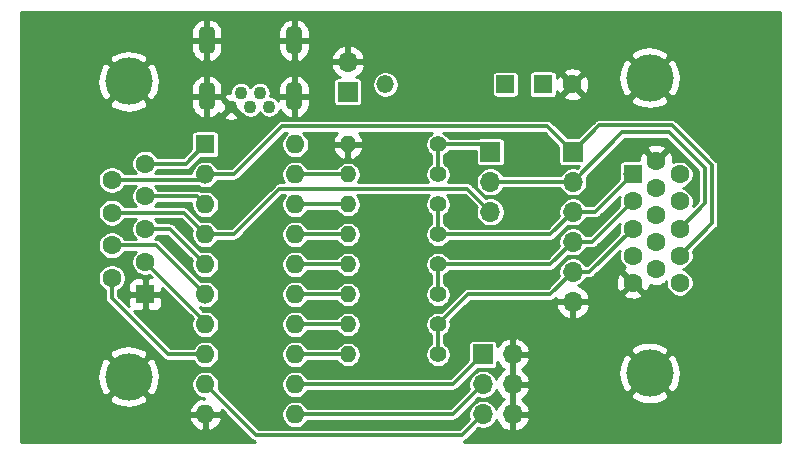
<source format=gbr>
%TF.GenerationSoftware,KiCad,Pcbnew,5.1.7*%
%TF.CreationDate,2020-11-23T14:09:17+01:00*%
%TF.ProjectId,mce-adapter,6d63652d-6164-4617-9074-65722e6b6963,0.7*%
%TF.SameCoordinates,Original*%
%TF.FileFunction,Copper,L1,Top*%
%TF.FilePolarity,Positive*%
%FSLAX46Y46*%
G04 Gerber Fmt 4.6, Leading zero omitted, Abs format (unit mm)*
G04 Created by KiCad (PCBNEW 5.1.7) date 2020-11-23 14:09:17*
%MOMM*%
%LPD*%
G01*
G04 APERTURE LIST*
%TA.AperFunction,ComponentPad*%
%ADD10C,4.000000*%
%TD*%
%TA.AperFunction,ComponentPad*%
%ADD11C,1.600000*%
%TD*%
%TA.AperFunction,ComponentPad*%
%ADD12R,1.600000X1.600000*%
%TD*%
%TA.AperFunction,ComponentPad*%
%ADD13O,1.700000X1.700000*%
%TD*%
%TA.AperFunction,ComponentPad*%
%ADD14R,1.700000X1.700000*%
%TD*%
%TA.AperFunction,ComponentPad*%
%ADD15O,1.400000X2.500000*%
%TD*%
%TA.AperFunction,ComponentPad*%
%ADD16C,1.100000*%
%TD*%
%TA.AperFunction,ComponentPad*%
%ADD17O,1.400000X1.400000*%
%TD*%
%TA.AperFunction,ComponentPad*%
%ADD18C,1.400000*%
%TD*%
%TA.AperFunction,ComponentPad*%
%ADD19O,1.500000X1.500000*%
%TD*%
%TA.AperFunction,ComponentPad*%
%ADD20R,1.500000X1.500000*%
%TD*%
%TA.AperFunction,ComponentPad*%
%ADD21O,1.600000X1.600000*%
%TD*%
%TA.AperFunction,Conductor*%
%ADD22C,0.350000*%
%TD*%
%TA.AperFunction,Conductor*%
%ADD23C,0.254000*%
%TD*%
%TA.AperFunction,Conductor*%
%ADD24C,0.100000*%
%TD*%
G04 APERTURE END LIST*
D10*
%TO.P,VIDEO_OUT1,0*%
%TO.N,GND*%
X163980000Y-89605000D03*
X163980000Y-114605000D03*
D11*
%TO.P,VIDEO_OUT1,15*%
%TO.N,N/C*%
X166520000Y-106950000D03*
%TO.P,VIDEO_OUT1,14*%
%TO.N,V_IN*%
X166520000Y-104660000D03*
%TO.P,VIDEO_OUT1,13*%
%TO.N,H_OUT*%
X166520000Y-102370000D03*
%TO.P,VIDEO_OUT1,12*%
%TO.N,N/C*%
X166520000Y-100080000D03*
%TO.P,VIDEO_OUT1,11*%
X166520000Y-97790000D03*
%TO.P,VIDEO_OUT1,10*%
%TO.N,GND*%
X164540000Y-105805000D03*
%TO.P,VIDEO_OUT1,9*%
%TO.N,N/C*%
X164540000Y-103515000D03*
%TO.P,VIDEO_OUT1,8*%
%TO.N,GND*%
X164540000Y-101225000D03*
%TO.P,VIDEO_OUT1,7*%
X164540000Y-98935000D03*
%TO.P,VIDEO_OUT1,6*%
X164540000Y-96645000D03*
%TO.P,VIDEO_OUT1,5*%
X162560000Y-106950000D03*
%TO.P,VIDEO_OUT1,4*%
%TO.N,N/C*%
X162560000Y-104660000D03*
%TO.P,VIDEO_OUT1,3*%
%TO.N,B_OUT*%
X162560000Y-102370000D03*
%TO.P,VIDEO_OUT1,2*%
%TO.N,G_OUT*%
X162560000Y-100080000D03*
D12*
%TO.P,VIDEO_OUT1,1*%
%TO.N,R_OUT*%
X162560000Y-97790000D03*
%TD*%
D13*
%TO.P,JP1-3,6*%
%TO.N,GND*%
X152400000Y-118110000D03*
%TO.P,JP1-3,5*%
%TO.N,SW3_IN*%
X149860000Y-118110000D03*
%TO.P,JP1-3,4*%
%TO.N,GND*%
X152400000Y-115570000D03*
%TO.P,JP1-3,3*%
%TO.N,SW2_IN*%
X149860000Y-115570000D03*
%TO.P,JP1-3,2*%
%TO.N,GND*%
X152400000Y-113030000D03*
D14*
%TO.P,JP1-3,1*%
%TO.N,SW1_IN*%
X149860000Y-113030000D03*
%TD*%
D15*
%TO.P,PWR1,6*%
%TO.N,GND*%
X126475000Y-86425000D03*
X133875000Y-86425000D03*
X133875000Y-91175000D03*
X126475000Y-91175000D03*
D16*
%TO.P,PWR1,4*%
%TO.N,N/C*%
X129375000Y-90875000D03*
%TO.P,PWR1,2*%
X130975000Y-90875000D03*
%TO.P,PWR1,1*%
%TO.N,Net-(D1-Pad2)*%
X131775000Y-92075000D03*
%TO.P,PWR1,5*%
%TO.N,GND*%
X128575000Y-92075000D03*
%TO.P,PWR1,3*%
%TO.N,N/C*%
X130175000Y-92075000D03*
%TD*%
D17*
%TO.P,R7,2*%
%TO.N,Net-(R7-Pad2)*%
X138430000Y-97790000D03*
D18*
%TO.P,R7,1*%
%TO.N,S_OUT*%
X146050000Y-97790000D03*
%TD*%
D19*
%TO.P,D1,2*%
%TO.N,Net-(D1-Pad2)*%
X141605000Y-90170000D03*
D20*
%TO.P,D1,1*%
%TO.N,Net-(C1-Pad1)*%
X151765000Y-90170000D03*
%TD*%
D13*
%TO.P,JP4,3*%
%TO.N,H_IN*%
X150495000Y-100965000D03*
%TO.P,JP4,2*%
%TO.N,H_OUT*%
X150495000Y-98425000D03*
D14*
%TO.P,JP4,1*%
%TO.N,S_OUT*%
X150495000Y-95885000D03*
%TD*%
D13*
%TO.P,PWR2,2*%
%TO.N,GND*%
X138430000Y-88265000D03*
D14*
%TO.P,PWR2,1*%
%TO.N,Net-(D1-Pad2)*%
X138430000Y-90805000D03*
%TD*%
D11*
%TO.P,C1,2*%
%TO.N,GND*%
X157440000Y-90170000D03*
D12*
%TO.P,C1,1*%
%TO.N,Net-(C1-Pad1)*%
X154940000Y-90170000D03*
%TD*%
D21*
%TO.P,U1,20*%
%TO.N,Net-(C1-Pad1)*%
X133985000Y-95250000D03*
%TO.P,U1,10*%
%TO.N,GND*%
X126365000Y-118110000D03*
%TO.P,U1,19*%
%TO.N,Net-(R7-Pad2)*%
X133985000Y-97790000D03*
%TO.P,U1,9*%
%TO.N,SW3_IN*%
X126365000Y-115570000D03*
%TO.P,U1,18*%
%TO.N,Net-(R1-Pad2)*%
X133985000Y-100330000D03*
%TO.P,U1,8*%
%TO.N,IG_IN*%
X126365000Y-113030000D03*
%TO.P,U1,17*%
%TO.N,Net-(R4-Pad2)*%
X133985000Y-102870000D03*
%TO.P,U1,7*%
%TO.N,IR_IN*%
X126365000Y-110490000D03*
%TO.P,U1,16*%
%TO.N,Net-(R2-Pad2)*%
X133985000Y-105410000D03*
%TO.P,U1,6*%
%TO.N,IB_IN*%
X126365000Y-107950000D03*
%TO.P,U1,15*%
%TO.N,Net-(R5-Pad2)*%
X133985000Y-107950000D03*
%TO.P,U1,5*%
%TO.N,R_IN*%
X126365000Y-105410000D03*
%TO.P,U1,14*%
%TO.N,Net-(R3-Pad2)*%
X133985000Y-110490000D03*
%TO.P,U1,4*%
%TO.N,H_IN*%
X126365000Y-102870000D03*
%TO.P,U1,13*%
%TO.N,Net-(R6-Pad2)*%
X133985000Y-113030000D03*
%TO.P,U1,3*%
%TO.N,G_IN*%
X126365000Y-100330000D03*
%TO.P,U1,12*%
%TO.N,SW1_IN*%
X133985000Y-115570000D03*
%TO.P,U1,2*%
%TO.N,V_IN*%
X126365000Y-97790000D03*
%TO.P,U1,11*%
%TO.N,SW2_IN*%
X133985000Y-118110000D03*
D12*
%TO.P,U1,1*%
%TO.N,B_IN*%
X126365000Y-95250000D03*
%TD*%
D10*
%TO.P,VIDEO_IN1,0*%
%TO.N,GND*%
X119865000Y-114910000D03*
X119865000Y-89910000D03*
D11*
%TO.P,VIDEO_IN1,9*%
%TO.N,V_IN*%
X118445000Y-98255000D03*
%TO.P,VIDEO_IN1,8*%
%TO.N,H_IN*%
X118445000Y-101025000D03*
%TO.P,VIDEO_IN1,7*%
%TO.N,IB_IN*%
X118445000Y-103795000D03*
%TO.P,VIDEO_IN1,6*%
%TO.N,IG_IN*%
X118445000Y-106565000D03*
%TO.P,VIDEO_IN1,5*%
%TO.N,B_IN*%
X121285000Y-96870000D03*
%TO.P,VIDEO_IN1,4*%
%TO.N,G_IN*%
X121285000Y-99640000D03*
%TO.P,VIDEO_IN1,3*%
%TO.N,R_IN*%
X121285000Y-102410000D03*
%TO.P,VIDEO_IN1,2*%
%TO.N,IR_IN*%
X121285000Y-105180000D03*
D12*
%TO.P,VIDEO_IN1,1*%
%TO.N,GND*%
X121285000Y-107950000D03*
%TD*%
D17*
%TO.P,R6,2*%
%TO.N,Net-(R6-Pad2)*%
X138430000Y-113030000D03*
D18*
%TO.P,R6,1*%
%TO.N,B_OUT*%
X146050000Y-113030000D03*
%TD*%
D17*
%TO.P,R5,2*%
%TO.N,Net-(R5-Pad2)*%
X138430000Y-107950000D03*
D18*
%TO.P,R5,1*%
%TO.N,G_OUT*%
X146050000Y-107950000D03*
%TD*%
D17*
%TO.P,R4,2*%
%TO.N,Net-(R4-Pad2)*%
X138430000Y-102870000D03*
D18*
%TO.P,R4,1*%
%TO.N,R_OUT*%
X146050000Y-102870000D03*
%TD*%
D17*
%TO.P,R8,2*%
%TO.N,GND*%
X138430000Y-95250000D03*
D18*
%TO.P,R8,1*%
%TO.N,S_OUT*%
X146050000Y-95250000D03*
%TD*%
D17*
%TO.P,R3,2*%
%TO.N,Net-(R3-Pad2)*%
X138430000Y-110490000D03*
D18*
%TO.P,R3,1*%
%TO.N,B_OUT*%
X146050000Y-110490000D03*
%TD*%
D17*
%TO.P,R2,2*%
%TO.N,Net-(R2-Pad2)*%
X138430000Y-105410000D03*
D18*
%TO.P,R2,1*%
%TO.N,G_OUT*%
X146050000Y-105410000D03*
%TD*%
D17*
%TO.P,R1,2*%
%TO.N,Net-(R1-Pad2)*%
X138430000Y-100330000D03*
D18*
%TO.P,R1,1*%
%TO.N,R_OUT*%
X146050000Y-100330000D03*
%TD*%
D13*
%TO.P,H1,6*%
%TO.N,GND*%
X157480000Y-108585000D03*
%TO.P,H1,5*%
%TO.N,B_OUT*%
X157480000Y-106045000D03*
%TO.P,H1,4*%
%TO.N,G_OUT*%
X157480000Y-103505000D03*
%TO.P,H1,3*%
%TO.N,R_OUT*%
X157480000Y-100965000D03*
%TO.P,H1,2*%
%TO.N,H_OUT*%
X157480000Y-98425000D03*
D14*
%TO.P,H1,1*%
%TO.N,V_IN*%
X157480000Y-95885000D03*
%TD*%
D22*
%TO.N,R_IN*%
X123365000Y-102410000D02*
X126365000Y-105410000D01*
X121285000Y-102410000D02*
X123365000Y-102410000D01*
%TO.N,G_IN*%
X125675000Y-99640000D02*
X126365000Y-100330000D01*
X121285000Y-99640000D02*
X125675000Y-99640000D01*
%TO.N,B_IN*%
X124745000Y-96870000D02*
X126365000Y-95250000D01*
X121285000Y-96870000D02*
X124745000Y-96870000D01*
%TO.N,IR_IN*%
X126365000Y-110260000D02*
X126365000Y-110490000D01*
X121285000Y-105180000D02*
X126365000Y-110260000D01*
%TO.N,IG_IN*%
X123190000Y-113030000D02*
X126365000Y-113030000D01*
X118445000Y-108285000D02*
X123190000Y-113030000D01*
X118445000Y-106565000D02*
X118445000Y-108285000D01*
%TO.N,IB_IN*%
X126365000Y-108446998D02*
X126365000Y-108585000D01*
X122210000Y-103795000D02*
X126365000Y-107950000D01*
X118445000Y-103795000D02*
X122210000Y-103795000D01*
%TO.N,H_IN*%
X124520000Y-101025000D02*
X126365000Y-102870000D01*
X118445000Y-101025000D02*
X124520000Y-101025000D01*
X148545001Y-99015001D02*
X150495000Y-100965000D01*
X132632999Y-99015001D02*
X148545001Y-99015001D01*
X128778000Y-102870000D02*
X132632999Y-99015001D01*
X126365000Y-102870000D02*
X128778000Y-102870000D01*
%TO.N,V_IN*%
X126195000Y-98255000D02*
X126365000Y-98425000D01*
X125900000Y-98255000D02*
X126365000Y-97790000D01*
X118445000Y-98255000D02*
X125900000Y-98255000D01*
X166520000Y-104625000D02*
X166520000Y-104660000D01*
X157480000Y-95885000D02*
X159731011Y-93633989D01*
X169256011Y-97033468D02*
X169256011Y-101923989D01*
X159731011Y-93633989D02*
X165856532Y-93633989D01*
X165856532Y-93633989D02*
X169256011Y-97033468D01*
X169256011Y-101923989D02*
X166520000Y-104660000D01*
X155321000Y-93726000D02*
X157480000Y-95885000D01*
X132842000Y-93726000D02*
X155321000Y-93726000D01*
X128778000Y-97790000D02*
X132842000Y-93726000D01*
X126365000Y-97790000D02*
X128778000Y-97790000D01*
%TO.N,H_OUT*%
X150495000Y-98425000D02*
X157480000Y-98425000D01*
X168656000Y-100234000D02*
X166520000Y-102370000D01*
X165608000Y-94234000D02*
X168656000Y-97282000D01*
X161671000Y-94234000D02*
X165608000Y-94234000D01*
X157480000Y-98425000D02*
X161671000Y-94234000D01*
X168656000Y-97282000D02*
X168656000Y-100234000D01*
%TO.N,B_OUT*%
X146050000Y-110490000D02*
X146050000Y-113030000D01*
X162425000Y-102370000D02*
X162560000Y-102370000D01*
X158885000Y-106045000D02*
X162560000Y-102370000D01*
X157480000Y-106045000D02*
X158885000Y-106045000D01*
X146050000Y-110490000D02*
X148590000Y-107950000D01*
X155575000Y-107950000D02*
X157480000Y-106045000D01*
X148590000Y-107950000D02*
X155575000Y-107950000D01*
%TO.N,G_OUT*%
X146050000Y-105410000D02*
X146050000Y-107950000D01*
X162175000Y-100080000D02*
X162560000Y-100080000D01*
X159135000Y-103505000D02*
X162560000Y-100080000D01*
X157480000Y-103505000D02*
X159135000Y-103505000D01*
X146050000Y-105410000D02*
X155575000Y-105410000D01*
X155575000Y-105410000D02*
X157480000Y-103505000D01*
%TO.N,R_OUT*%
X146050000Y-100330000D02*
X146050000Y-102870000D01*
X161925000Y-97790000D02*
X162560000Y-97790000D01*
X159385000Y-100965000D02*
X162560000Y-97790000D01*
X157480000Y-100965000D02*
X159385000Y-100965000D01*
X155575000Y-102870000D02*
X157480000Y-100965000D01*
X146050000Y-102870000D02*
X155575000Y-102870000D01*
%TO.N,S_OUT*%
X146050000Y-97790000D02*
X146050000Y-95250000D01*
X149860000Y-95250000D02*
X150495000Y-95885000D01*
X146050000Y-95250000D02*
X149860000Y-95250000D01*
%TO.N,Net-(R1-Pad2)*%
X133985000Y-100330000D02*
X138430000Y-100330000D01*
%TO.N,Net-(R3-Pad2)*%
X133985000Y-110490000D02*
X138430000Y-110490000D01*
%TO.N,Net-(R5-Pad2)*%
X133985000Y-107950000D02*
X138430000Y-107950000D01*
%TO.N,Net-(R6-Pad2)*%
X133985000Y-113030000D02*
X138430000Y-113030000D01*
%TO.N,SW3_IN*%
X148082000Y-119888000D02*
X149860000Y-118110000D01*
X130683000Y-119888000D02*
X148082000Y-119888000D01*
X126365000Y-115570000D02*
X130683000Y-119888000D01*
%TO.N,SW2_IN*%
X147320000Y-118110000D02*
X149860000Y-115570000D01*
X133985000Y-118110000D02*
X147320000Y-118110000D01*
%TO.N,SW1_IN*%
X147320000Y-115570000D02*
X149860000Y-113030000D01*
X133985000Y-115570000D02*
X147320000Y-115570000D01*
%TO.N,Net-(R4-Pad2)*%
X133985000Y-102870000D02*
X138430000Y-102870000D01*
%TO.N,Net-(R7-Pad2)*%
X133985000Y-97790000D02*
X138430000Y-97790000D01*
%TO.N,Net-(R2-Pad2)*%
X133985000Y-105410000D02*
X138430000Y-105410000D01*
%TD*%
D23*
%TO.N,GND*%
X175028001Y-120418000D02*
X148236402Y-120418000D01*
X148294263Y-120400448D01*
X148390158Y-120349191D01*
X148474211Y-120280211D01*
X148491500Y-120259144D01*
X149472894Y-119277751D01*
X149502097Y-119289847D01*
X149739151Y-119337000D01*
X149980849Y-119337000D01*
X150217903Y-119289847D01*
X150441202Y-119197353D01*
X150642167Y-119063073D01*
X150813073Y-118892167D01*
X150947353Y-118691202D01*
X150993078Y-118580812D01*
X151003175Y-118614099D01*
X151128359Y-118876920D01*
X151302412Y-119110269D01*
X151518645Y-119305178D01*
X151768748Y-119454157D01*
X152043109Y-119551481D01*
X152273000Y-119430814D01*
X152273000Y-118237000D01*
X152527000Y-118237000D01*
X152527000Y-119430814D01*
X152756891Y-119551481D01*
X153031252Y-119454157D01*
X153281355Y-119305178D01*
X153497588Y-119110269D01*
X153671641Y-118876920D01*
X153796825Y-118614099D01*
X153841476Y-118466890D01*
X153720155Y-118237000D01*
X152527000Y-118237000D01*
X152273000Y-118237000D01*
X152253000Y-118237000D01*
X152253000Y-117983000D01*
X152273000Y-117983000D01*
X152273000Y-115697000D01*
X152527000Y-115697000D01*
X152527000Y-117983000D01*
X153720155Y-117983000D01*
X153841476Y-117753110D01*
X153796825Y-117605901D01*
X153671641Y-117343080D01*
X153497588Y-117109731D01*
X153281355Y-116914822D01*
X153155745Y-116840000D01*
X153281355Y-116765178D01*
X153497588Y-116570269D01*
X153585431Y-116452499D01*
X162312106Y-116452499D01*
X162528228Y-116819258D01*
X162988105Y-117059938D01*
X163486098Y-117206275D01*
X164003071Y-117252648D01*
X164519159Y-117197273D01*
X165014526Y-117042279D01*
X165431772Y-116819258D01*
X165647894Y-116452499D01*
X163980000Y-114784605D01*
X162312106Y-116452499D01*
X153585431Y-116452499D01*
X153671641Y-116336920D01*
X153796825Y-116074099D01*
X153841476Y-115926890D01*
X153720155Y-115697000D01*
X152527000Y-115697000D01*
X152273000Y-115697000D01*
X152253000Y-115697000D01*
X152253000Y-115443000D01*
X152273000Y-115443000D01*
X152273000Y-113157000D01*
X152527000Y-113157000D01*
X152527000Y-115443000D01*
X153720155Y-115443000D01*
X153841476Y-115213110D01*
X153796825Y-115065901D01*
X153671641Y-114803080D01*
X153541104Y-114628071D01*
X161332352Y-114628071D01*
X161387727Y-115144159D01*
X161542721Y-115639526D01*
X161765742Y-116056772D01*
X162132501Y-116272894D01*
X163800395Y-114605000D01*
X164159605Y-114605000D01*
X165827499Y-116272894D01*
X166194258Y-116056772D01*
X166434938Y-115596895D01*
X166581275Y-115098902D01*
X166627648Y-114581929D01*
X166572273Y-114065841D01*
X166417279Y-113570474D01*
X166194258Y-113153228D01*
X165827499Y-112937106D01*
X164159605Y-114605000D01*
X163800395Y-114605000D01*
X162132501Y-112937106D01*
X161765742Y-113153228D01*
X161525062Y-113613105D01*
X161378725Y-114111098D01*
X161332352Y-114628071D01*
X153541104Y-114628071D01*
X153497588Y-114569731D01*
X153281355Y-114374822D01*
X153155745Y-114300000D01*
X153281355Y-114225178D01*
X153497588Y-114030269D01*
X153671641Y-113796920D01*
X153796825Y-113534099D01*
X153841476Y-113386890D01*
X153720155Y-113157000D01*
X152527000Y-113157000D01*
X152273000Y-113157000D01*
X152253000Y-113157000D01*
X152253000Y-112903000D01*
X152273000Y-112903000D01*
X152273000Y-111709186D01*
X152527000Y-111709186D01*
X152527000Y-112903000D01*
X153720155Y-112903000D01*
X153796939Y-112757501D01*
X162312106Y-112757501D01*
X163980000Y-114425395D01*
X165647894Y-112757501D01*
X165431772Y-112390742D01*
X164971895Y-112150062D01*
X164473902Y-112003725D01*
X163956929Y-111957352D01*
X163440841Y-112012727D01*
X162945474Y-112167721D01*
X162528228Y-112390742D01*
X162312106Y-112757501D01*
X153796939Y-112757501D01*
X153841476Y-112673110D01*
X153796825Y-112525901D01*
X153671641Y-112263080D01*
X153497588Y-112029731D01*
X153281355Y-111834822D01*
X153031252Y-111685843D01*
X152756891Y-111588519D01*
X152527000Y-111709186D01*
X152273000Y-111709186D01*
X152043109Y-111588519D01*
X151768748Y-111685843D01*
X151518645Y-111834822D01*
X151302412Y-112029731D01*
X151128359Y-112263080D01*
X151088824Y-112346083D01*
X151088824Y-112180000D01*
X151081545Y-112106095D01*
X151059988Y-112035030D01*
X151024981Y-111969537D01*
X150977869Y-111912131D01*
X150920463Y-111865019D01*
X150854970Y-111830012D01*
X150783905Y-111808455D01*
X150710000Y-111801176D01*
X149010000Y-111801176D01*
X148936095Y-111808455D01*
X148865030Y-111830012D01*
X148799537Y-111865019D01*
X148742131Y-111912131D01*
X148695019Y-111969537D01*
X148660012Y-112035030D01*
X148638455Y-112106095D01*
X148631176Y-112180000D01*
X148631176Y-113478179D01*
X147091356Y-115018000D01*
X135030330Y-115018000D01*
X135028044Y-115012481D01*
X134899236Y-114819706D01*
X134735294Y-114655764D01*
X134542519Y-114526956D01*
X134328318Y-114438231D01*
X134100924Y-114393000D01*
X133869076Y-114393000D01*
X133641682Y-114438231D01*
X133427481Y-114526956D01*
X133234706Y-114655764D01*
X133070764Y-114819706D01*
X132941956Y-115012481D01*
X132853231Y-115226682D01*
X132808000Y-115454076D01*
X132808000Y-115685924D01*
X132853231Y-115913318D01*
X132941956Y-116127519D01*
X133070764Y-116320294D01*
X133234706Y-116484236D01*
X133427481Y-116613044D01*
X133641682Y-116701769D01*
X133869076Y-116747000D01*
X134100924Y-116747000D01*
X134328318Y-116701769D01*
X134542519Y-116613044D01*
X134735294Y-116484236D01*
X134899236Y-116320294D01*
X135028044Y-116127519D01*
X135030330Y-116122000D01*
X147292894Y-116122000D01*
X147320000Y-116124670D01*
X147347106Y-116122000D01*
X147347109Y-116122000D01*
X147428211Y-116114012D01*
X147532263Y-116082448D01*
X147628158Y-116031191D01*
X147712211Y-115962211D01*
X147729500Y-115941144D01*
X149411821Y-114258824D01*
X150710000Y-114258824D01*
X150783905Y-114251545D01*
X150854970Y-114229988D01*
X150920463Y-114194981D01*
X150977869Y-114147869D01*
X151024981Y-114090463D01*
X151059988Y-114024970D01*
X151081545Y-113953905D01*
X151088824Y-113880000D01*
X151088824Y-113713917D01*
X151128359Y-113796920D01*
X151302412Y-114030269D01*
X151518645Y-114225178D01*
X151644255Y-114300000D01*
X151518645Y-114374822D01*
X151302412Y-114569731D01*
X151128359Y-114803080D01*
X151003175Y-115065901D01*
X150993078Y-115099188D01*
X150947353Y-114988798D01*
X150813073Y-114787833D01*
X150642167Y-114616927D01*
X150441202Y-114482647D01*
X150217903Y-114390153D01*
X149980849Y-114343000D01*
X149739151Y-114343000D01*
X149502097Y-114390153D01*
X149278798Y-114482647D01*
X149077833Y-114616927D01*
X148906927Y-114787833D01*
X148772647Y-114988798D01*
X148680153Y-115212097D01*
X148633000Y-115449151D01*
X148633000Y-115690849D01*
X148680153Y-115927903D01*
X148692249Y-115957105D01*
X147091356Y-117558000D01*
X135030330Y-117558000D01*
X135028044Y-117552481D01*
X134899236Y-117359706D01*
X134735294Y-117195764D01*
X134542519Y-117066956D01*
X134328318Y-116978231D01*
X134100924Y-116933000D01*
X133869076Y-116933000D01*
X133641682Y-116978231D01*
X133427481Y-117066956D01*
X133234706Y-117195764D01*
X133070764Y-117359706D01*
X132941956Y-117552481D01*
X132853231Y-117766682D01*
X132808000Y-117994076D01*
X132808000Y-118225924D01*
X132853231Y-118453318D01*
X132941956Y-118667519D01*
X133070764Y-118860294D01*
X133234706Y-119024236D01*
X133427481Y-119153044D01*
X133641682Y-119241769D01*
X133869076Y-119287000D01*
X134100924Y-119287000D01*
X134328318Y-119241769D01*
X134542519Y-119153044D01*
X134735294Y-119024236D01*
X134899236Y-118860294D01*
X135028044Y-118667519D01*
X135030330Y-118662000D01*
X147292894Y-118662000D01*
X147320000Y-118664670D01*
X147347106Y-118662000D01*
X147347109Y-118662000D01*
X147428211Y-118654012D01*
X147532263Y-118622448D01*
X147628158Y-118571191D01*
X147712211Y-118502211D01*
X147729500Y-118481144D01*
X149472895Y-116737751D01*
X149502097Y-116749847D01*
X149739151Y-116797000D01*
X149980849Y-116797000D01*
X150217903Y-116749847D01*
X150441202Y-116657353D01*
X150642167Y-116523073D01*
X150813073Y-116352167D01*
X150947353Y-116151202D01*
X150993078Y-116040812D01*
X151003175Y-116074099D01*
X151128359Y-116336920D01*
X151302412Y-116570269D01*
X151518645Y-116765178D01*
X151644255Y-116840000D01*
X151518645Y-116914822D01*
X151302412Y-117109731D01*
X151128359Y-117343080D01*
X151003175Y-117605901D01*
X150993078Y-117639188D01*
X150947353Y-117528798D01*
X150813073Y-117327833D01*
X150642167Y-117156927D01*
X150441202Y-117022647D01*
X150217903Y-116930153D01*
X149980849Y-116883000D01*
X149739151Y-116883000D01*
X149502097Y-116930153D01*
X149278798Y-117022647D01*
X149077833Y-117156927D01*
X148906927Y-117327833D01*
X148772647Y-117528798D01*
X148680153Y-117752097D01*
X148633000Y-117989151D01*
X148633000Y-118230849D01*
X148680153Y-118467903D01*
X148692249Y-118497106D01*
X147853356Y-119336000D01*
X130911646Y-119336000D01*
X127494482Y-115918838D01*
X127496769Y-115913318D01*
X127542000Y-115685924D01*
X127542000Y-115454076D01*
X127496769Y-115226682D01*
X127408044Y-115012481D01*
X127279236Y-114819706D01*
X127115294Y-114655764D01*
X126922519Y-114526956D01*
X126708318Y-114438231D01*
X126480924Y-114393000D01*
X126249076Y-114393000D01*
X126021682Y-114438231D01*
X125807481Y-114526956D01*
X125614706Y-114655764D01*
X125450764Y-114819706D01*
X125321956Y-115012481D01*
X125233231Y-115226682D01*
X125188000Y-115454076D01*
X125188000Y-115685924D01*
X125233231Y-115913318D01*
X125321956Y-116127519D01*
X125450764Y-116320294D01*
X125614706Y-116484236D01*
X125807481Y-116613044D01*
X126021682Y-116701769D01*
X126237998Y-116744796D01*
X126237998Y-116839375D01*
X126015960Y-116718091D01*
X125751119Y-116812930D01*
X125509869Y-116957615D01*
X125301481Y-117146586D01*
X125133963Y-117372580D01*
X125013754Y-117626913D01*
X124973096Y-117760961D01*
X125095085Y-117983000D01*
X126238000Y-117983000D01*
X126238000Y-117963000D01*
X126492000Y-117963000D01*
X126492000Y-117983000D01*
X127634915Y-117983000D01*
X127756904Y-117760961D01*
X127748888Y-117734533D01*
X130273508Y-120259154D01*
X130290789Y-120280211D01*
X130374842Y-120349191D01*
X130470737Y-120400448D01*
X130528598Y-120418000D01*
X110722000Y-120418000D01*
X110722000Y-118459039D01*
X124973096Y-118459039D01*
X125013754Y-118593087D01*
X125133963Y-118847420D01*
X125301481Y-119073414D01*
X125509869Y-119262385D01*
X125751119Y-119407070D01*
X126015960Y-119501909D01*
X126238000Y-119380624D01*
X126238000Y-118237000D01*
X126492000Y-118237000D01*
X126492000Y-119380624D01*
X126714040Y-119501909D01*
X126978881Y-119407070D01*
X127220131Y-119262385D01*
X127428519Y-119073414D01*
X127596037Y-118847420D01*
X127716246Y-118593087D01*
X127756904Y-118459039D01*
X127634915Y-118237000D01*
X126492000Y-118237000D01*
X126238000Y-118237000D01*
X125095085Y-118237000D01*
X124973096Y-118459039D01*
X110722000Y-118459039D01*
X110722000Y-116757499D01*
X118197106Y-116757499D01*
X118413228Y-117124258D01*
X118873105Y-117364938D01*
X119371098Y-117511275D01*
X119888071Y-117557648D01*
X120404159Y-117502273D01*
X120899526Y-117347279D01*
X121316772Y-117124258D01*
X121532894Y-116757499D01*
X119865000Y-115089605D01*
X118197106Y-116757499D01*
X110722000Y-116757499D01*
X110722000Y-114933071D01*
X117217352Y-114933071D01*
X117272727Y-115449159D01*
X117427721Y-115944526D01*
X117650742Y-116361772D01*
X118017501Y-116577894D01*
X119685395Y-114910000D01*
X120044605Y-114910000D01*
X121712499Y-116577894D01*
X122079258Y-116361772D01*
X122319938Y-115901895D01*
X122466275Y-115403902D01*
X122512648Y-114886929D01*
X122457273Y-114370841D01*
X122302279Y-113875474D01*
X122079258Y-113458228D01*
X121712499Y-113242106D01*
X120044605Y-114910000D01*
X119685395Y-114910000D01*
X118017501Y-113242106D01*
X117650742Y-113458228D01*
X117410062Y-113918105D01*
X117263725Y-114416098D01*
X117217352Y-114933071D01*
X110722000Y-114933071D01*
X110722000Y-113062501D01*
X118197106Y-113062501D01*
X119865000Y-114730395D01*
X121532894Y-113062501D01*
X121316772Y-112695742D01*
X120856895Y-112455062D01*
X120358902Y-112308725D01*
X119841929Y-112262352D01*
X119325841Y-112317727D01*
X118830474Y-112472721D01*
X118413228Y-112695742D01*
X118197106Y-113062501D01*
X110722000Y-113062501D01*
X110722000Y-106449076D01*
X117268000Y-106449076D01*
X117268000Y-106680924D01*
X117313231Y-106908318D01*
X117401956Y-107122519D01*
X117530764Y-107315294D01*
X117694706Y-107479236D01*
X117887481Y-107608044D01*
X117893001Y-107610330D01*
X117893001Y-108257884D01*
X117890330Y-108285000D01*
X117900989Y-108393210D01*
X117932552Y-108497262D01*
X117983809Y-108593157D01*
X117983810Y-108593158D01*
X118052790Y-108677211D01*
X118073852Y-108694496D01*
X122780508Y-113401154D01*
X122797789Y-113422211D01*
X122818845Y-113439491D01*
X122881841Y-113491191D01*
X122933098Y-113518588D01*
X122977737Y-113542448D01*
X123081789Y-113574012D01*
X123162891Y-113582000D01*
X123162901Y-113582000D01*
X123189999Y-113584669D01*
X123217097Y-113582000D01*
X125319670Y-113582000D01*
X125321956Y-113587519D01*
X125450764Y-113780294D01*
X125614706Y-113944236D01*
X125807481Y-114073044D01*
X126021682Y-114161769D01*
X126249076Y-114207000D01*
X126480924Y-114207000D01*
X126708318Y-114161769D01*
X126922519Y-114073044D01*
X127115294Y-113944236D01*
X127279236Y-113780294D01*
X127408044Y-113587519D01*
X127496769Y-113373318D01*
X127542000Y-113145924D01*
X127542000Y-112914076D01*
X132808000Y-112914076D01*
X132808000Y-113145924D01*
X132853231Y-113373318D01*
X132941956Y-113587519D01*
X133070764Y-113780294D01*
X133234706Y-113944236D01*
X133427481Y-114073044D01*
X133641682Y-114161769D01*
X133869076Y-114207000D01*
X134100924Y-114207000D01*
X134328318Y-114161769D01*
X134542519Y-114073044D01*
X134735294Y-113944236D01*
X134899236Y-113780294D01*
X135028044Y-113587519D01*
X135030330Y-113582000D01*
X137503538Y-113582000D01*
X137593440Y-113716547D01*
X137743453Y-113866560D01*
X137919849Y-113984425D01*
X138115851Y-114065611D01*
X138323925Y-114107000D01*
X138536075Y-114107000D01*
X138744149Y-114065611D01*
X138940151Y-113984425D01*
X139116547Y-113866560D01*
X139266560Y-113716547D01*
X139384425Y-113540151D01*
X139465611Y-113344149D01*
X139507000Y-113136075D01*
X139507000Y-112923925D01*
X139465611Y-112715851D01*
X139384425Y-112519849D01*
X139266560Y-112343453D01*
X139116547Y-112193440D01*
X138940151Y-112075575D01*
X138744149Y-111994389D01*
X138536075Y-111953000D01*
X138323925Y-111953000D01*
X138115851Y-111994389D01*
X137919849Y-112075575D01*
X137743453Y-112193440D01*
X137593440Y-112343453D01*
X137503538Y-112478000D01*
X135030330Y-112478000D01*
X135028044Y-112472481D01*
X134899236Y-112279706D01*
X134735294Y-112115764D01*
X134542519Y-111986956D01*
X134328318Y-111898231D01*
X134100924Y-111853000D01*
X133869076Y-111853000D01*
X133641682Y-111898231D01*
X133427481Y-111986956D01*
X133234706Y-112115764D01*
X133070764Y-112279706D01*
X132941956Y-112472481D01*
X132853231Y-112686682D01*
X132808000Y-112914076D01*
X127542000Y-112914076D01*
X127496769Y-112686682D01*
X127408044Y-112472481D01*
X127279236Y-112279706D01*
X127115294Y-112115764D01*
X126922519Y-111986956D01*
X126708318Y-111898231D01*
X126480924Y-111853000D01*
X126249076Y-111853000D01*
X126021682Y-111898231D01*
X125807481Y-111986956D01*
X125614706Y-112115764D01*
X125450764Y-112279706D01*
X125321956Y-112472481D01*
X125319670Y-112478000D01*
X123418646Y-112478000D01*
X120297271Y-109356626D01*
X120360518Y-109375812D01*
X120485000Y-109388072D01*
X120999250Y-109385000D01*
X121158000Y-109226250D01*
X121158000Y-108077000D01*
X121412000Y-108077000D01*
X121412000Y-109226250D01*
X121570750Y-109385000D01*
X122085000Y-109388072D01*
X122209482Y-109375812D01*
X122329180Y-109339502D01*
X122439494Y-109280537D01*
X122536185Y-109201185D01*
X122615537Y-109104494D01*
X122674502Y-108994180D01*
X122710812Y-108874482D01*
X122723072Y-108750000D01*
X122720000Y-108235750D01*
X122561250Y-108077000D01*
X121412000Y-108077000D01*
X121158000Y-108077000D01*
X120008750Y-108077000D01*
X119850000Y-108235750D01*
X119846928Y-108750000D01*
X119859188Y-108874482D01*
X119878374Y-108937729D01*
X118997000Y-108056356D01*
X118997000Y-107610330D01*
X119002519Y-107608044D01*
X119195294Y-107479236D01*
X119359236Y-107315294D01*
X119469681Y-107150000D01*
X119846928Y-107150000D01*
X119850000Y-107664250D01*
X120008750Y-107823000D01*
X121158000Y-107823000D01*
X121158000Y-106673750D01*
X120999250Y-106515000D01*
X120485000Y-106511928D01*
X120360518Y-106524188D01*
X120240820Y-106560498D01*
X120130506Y-106619463D01*
X120033815Y-106698815D01*
X119954463Y-106795506D01*
X119895498Y-106905820D01*
X119859188Y-107025518D01*
X119846928Y-107150000D01*
X119469681Y-107150000D01*
X119488044Y-107122519D01*
X119576769Y-106908318D01*
X119622000Y-106680924D01*
X119622000Y-106449076D01*
X119576769Y-106221682D01*
X119488044Y-106007481D01*
X119359236Y-105814706D01*
X119195294Y-105650764D01*
X119002519Y-105521956D01*
X118788318Y-105433231D01*
X118560924Y-105388000D01*
X118329076Y-105388000D01*
X118101682Y-105433231D01*
X117887481Y-105521956D01*
X117694706Y-105650764D01*
X117530764Y-105814706D01*
X117401956Y-106007481D01*
X117313231Y-106221682D01*
X117268000Y-106449076D01*
X110722000Y-106449076D01*
X110722000Y-98139076D01*
X117268000Y-98139076D01*
X117268000Y-98370924D01*
X117313231Y-98598318D01*
X117401956Y-98812519D01*
X117530764Y-99005294D01*
X117694706Y-99169236D01*
X117887481Y-99298044D01*
X118101682Y-99386769D01*
X118329076Y-99432000D01*
X118560924Y-99432000D01*
X118788318Y-99386769D01*
X119002519Y-99298044D01*
X119195294Y-99169236D01*
X119359236Y-99005294D01*
X119488044Y-98812519D01*
X119490330Y-98807000D01*
X120453470Y-98807000D01*
X120370764Y-98889706D01*
X120241956Y-99082481D01*
X120153231Y-99296682D01*
X120108000Y-99524076D01*
X120108000Y-99755924D01*
X120153231Y-99983318D01*
X120241956Y-100197519D01*
X120370764Y-100390294D01*
X120453470Y-100473000D01*
X119490330Y-100473000D01*
X119488044Y-100467481D01*
X119359236Y-100274706D01*
X119195294Y-100110764D01*
X119002519Y-99981956D01*
X118788318Y-99893231D01*
X118560924Y-99848000D01*
X118329076Y-99848000D01*
X118101682Y-99893231D01*
X117887481Y-99981956D01*
X117694706Y-100110764D01*
X117530764Y-100274706D01*
X117401956Y-100467481D01*
X117313231Y-100681682D01*
X117268000Y-100909076D01*
X117268000Y-101140924D01*
X117313231Y-101368318D01*
X117401956Y-101582519D01*
X117530764Y-101775294D01*
X117694706Y-101939236D01*
X117887481Y-102068044D01*
X118101682Y-102156769D01*
X118329076Y-102202000D01*
X118560924Y-102202000D01*
X118788318Y-102156769D01*
X119002519Y-102068044D01*
X119195294Y-101939236D01*
X119359236Y-101775294D01*
X119488044Y-101582519D01*
X119490330Y-101577000D01*
X120453470Y-101577000D01*
X120370764Y-101659706D01*
X120241956Y-101852481D01*
X120153231Y-102066682D01*
X120108000Y-102294076D01*
X120108000Y-102525924D01*
X120153231Y-102753318D01*
X120241956Y-102967519D01*
X120370764Y-103160294D01*
X120453470Y-103243000D01*
X119490330Y-103243000D01*
X119488044Y-103237481D01*
X119359236Y-103044706D01*
X119195294Y-102880764D01*
X119002519Y-102751956D01*
X118788318Y-102663231D01*
X118560924Y-102618000D01*
X118329076Y-102618000D01*
X118101682Y-102663231D01*
X117887481Y-102751956D01*
X117694706Y-102880764D01*
X117530764Y-103044706D01*
X117401956Y-103237481D01*
X117313231Y-103451682D01*
X117268000Y-103679076D01*
X117268000Y-103910924D01*
X117313231Y-104138318D01*
X117401956Y-104352519D01*
X117530764Y-104545294D01*
X117694706Y-104709236D01*
X117887481Y-104838044D01*
X118101682Y-104926769D01*
X118329076Y-104972000D01*
X118560924Y-104972000D01*
X118788318Y-104926769D01*
X119002519Y-104838044D01*
X119195294Y-104709236D01*
X119359236Y-104545294D01*
X119488044Y-104352519D01*
X119490330Y-104347000D01*
X120453470Y-104347000D01*
X120370764Y-104429706D01*
X120241956Y-104622481D01*
X120153231Y-104836682D01*
X120108000Y-105064076D01*
X120108000Y-105295924D01*
X120153231Y-105523318D01*
X120241956Y-105737519D01*
X120370764Y-105930294D01*
X120534706Y-106094236D01*
X120727481Y-106223044D01*
X120941682Y-106311769D01*
X121169076Y-106357000D01*
X121400924Y-106357000D01*
X121628318Y-106311769D01*
X121633838Y-106309482D01*
X121837761Y-106513405D01*
X121570750Y-106515000D01*
X121412000Y-106673750D01*
X121412000Y-107823000D01*
X122561250Y-107823000D01*
X122720000Y-107664250D01*
X122721595Y-107397239D01*
X125302883Y-109978528D01*
X125233231Y-110146682D01*
X125188000Y-110374076D01*
X125188000Y-110605924D01*
X125233231Y-110833318D01*
X125321956Y-111047519D01*
X125450764Y-111240294D01*
X125614706Y-111404236D01*
X125807481Y-111533044D01*
X126021682Y-111621769D01*
X126249076Y-111667000D01*
X126480924Y-111667000D01*
X126708318Y-111621769D01*
X126922519Y-111533044D01*
X127115294Y-111404236D01*
X127279236Y-111240294D01*
X127408044Y-111047519D01*
X127496769Y-110833318D01*
X127542000Y-110605924D01*
X127542000Y-110374076D01*
X132808000Y-110374076D01*
X132808000Y-110605924D01*
X132853231Y-110833318D01*
X132941956Y-111047519D01*
X133070764Y-111240294D01*
X133234706Y-111404236D01*
X133427481Y-111533044D01*
X133641682Y-111621769D01*
X133869076Y-111667000D01*
X134100924Y-111667000D01*
X134328318Y-111621769D01*
X134542519Y-111533044D01*
X134735294Y-111404236D01*
X134899236Y-111240294D01*
X135028044Y-111047519D01*
X135030330Y-111042000D01*
X137503538Y-111042000D01*
X137593440Y-111176547D01*
X137743453Y-111326560D01*
X137919849Y-111444425D01*
X138115851Y-111525611D01*
X138323925Y-111567000D01*
X138536075Y-111567000D01*
X138744149Y-111525611D01*
X138940151Y-111444425D01*
X139116547Y-111326560D01*
X139266560Y-111176547D01*
X139384425Y-111000151D01*
X139465611Y-110804149D01*
X139507000Y-110596075D01*
X139507000Y-110383925D01*
X139465611Y-110175851D01*
X139384425Y-109979849D01*
X139266560Y-109803453D01*
X139116547Y-109653440D01*
X138940151Y-109535575D01*
X138744149Y-109454389D01*
X138536075Y-109413000D01*
X138323925Y-109413000D01*
X138115851Y-109454389D01*
X137919849Y-109535575D01*
X137743453Y-109653440D01*
X137593440Y-109803453D01*
X137503538Y-109938000D01*
X135030330Y-109938000D01*
X135028044Y-109932481D01*
X134899236Y-109739706D01*
X134735294Y-109575764D01*
X134542519Y-109446956D01*
X134328318Y-109358231D01*
X134100924Y-109313000D01*
X133869076Y-109313000D01*
X133641682Y-109358231D01*
X133427481Y-109446956D01*
X133234706Y-109575764D01*
X133070764Y-109739706D01*
X132941956Y-109932481D01*
X132853231Y-110146682D01*
X132808000Y-110374076D01*
X127542000Y-110374076D01*
X127496769Y-110146682D01*
X127408044Y-109932481D01*
X127279236Y-109739706D01*
X127115294Y-109575764D01*
X126922519Y-109446956D01*
X126708318Y-109358231D01*
X126480924Y-109313000D01*
X126249076Y-109313000D01*
X126207012Y-109321367D01*
X125929040Y-109043396D01*
X126021682Y-109081769D01*
X126249076Y-109127000D01*
X126250157Y-109127000D01*
X126256790Y-109129012D01*
X126365000Y-109139670D01*
X126473211Y-109129012D01*
X126479844Y-109127000D01*
X126480924Y-109127000D01*
X126708318Y-109081769D01*
X126922519Y-108993044D01*
X127115294Y-108864236D01*
X127279236Y-108700294D01*
X127408044Y-108507519D01*
X127496769Y-108293318D01*
X127542000Y-108065924D01*
X127542000Y-107834076D01*
X132808000Y-107834076D01*
X132808000Y-108065924D01*
X132853231Y-108293318D01*
X132941956Y-108507519D01*
X133070764Y-108700294D01*
X133234706Y-108864236D01*
X133427481Y-108993044D01*
X133641682Y-109081769D01*
X133869076Y-109127000D01*
X134100924Y-109127000D01*
X134328318Y-109081769D01*
X134542519Y-108993044D01*
X134735294Y-108864236D01*
X134899236Y-108700294D01*
X135028044Y-108507519D01*
X135030330Y-108502000D01*
X137503538Y-108502000D01*
X137593440Y-108636547D01*
X137743453Y-108786560D01*
X137919849Y-108904425D01*
X138115851Y-108985611D01*
X138323925Y-109027000D01*
X138536075Y-109027000D01*
X138744149Y-108985611D01*
X138940151Y-108904425D01*
X139116547Y-108786560D01*
X139266560Y-108636547D01*
X139384425Y-108460151D01*
X139465611Y-108264149D01*
X139507000Y-108056075D01*
X139507000Y-107843925D01*
X139465611Y-107635851D01*
X139384425Y-107439849D01*
X139266560Y-107263453D01*
X139116547Y-107113440D01*
X138940151Y-106995575D01*
X138744149Y-106914389D01*
X138536075Y-106873000D01*
X138323925Y-106873000D01*
X138115851Y-106914389D01*
X137919849Y-106995575D01*
X137743453Y-107113440D01*
X137593440Y-107263453D01*
X137503538Y-107398000D01*
X135030330Y-107398000D01*
X135028044Y-107392481D01*
X134899236Y-107199706D01*
X134735294Y-107035764D01*
X134542519Y-106906956D01*
X134328318Y-106818231D01*
X134100924Y-106773000D01*
X133869076Y-106773000D01*
X133641682Y-106818231D01*
X133427481Y-106906956D01*
X133234706Y-107035764D01*
X133070764Y-107199706D01*
X132941956Y-107392481D01*
X132853231Y-107606682D01*
X132808000Y-107834076D01*
X127542000Y-107834076D01*
X127496769Y-107606682D01*
X127408044Y-107392481D01*
X127279236Y-107199706D01*
X127115294Y-107035764D01*
X126922519Y-106906956D01*
X126708318Y-106818231D01*
X126480924Y-106773000D01*
X126249076Y-106773000D01*
X126021682Y-106818231D01*
X126016163Y-106820517D01*
X122619501Y-103423857D01*
X122602211Y-103402789D01*
X122518158Y-103333809D01*
X122422263Y-103282552D01*
X122318211Y-103250988D01*
X122237109Y-103243000D01*
X122237106Y-103243000D01*
X122210000Y-103240330D01*
X122182894Y-103243000D01*
X122116530Y-103243000D01*
X122199236Y-103160294D01*
X122328044Y-102967519D01*
X122330330Y-102962000D01*
X123136356Y-102962000D01*
X125235517Y-105061163D01*
X125233231Y-105066682D01*
X125188000Y-105294076D01*
X125188000Y-105525924D01*
X125233231Y-105753318D01*
X125321956Y-105967519D01*
X125450764Y-106160294D01*
X125614706Y-106324236D01*
X125807481Y-106453044D01*
X126021682Y-106541769D01*
X126249076Y-106587000D01*
X126480924Y-106587000D01*
X126708318Y-106541769D01*
X126922519Y-106453044D01*
X127115294Y-106324236D01*
X127279236Y-106160294D01*
X127408044Y-105967519D01*
X127496769Y-105753318D01*
X127542000Y-105525924D01*
X127542000Y-105294076D01*
X132808000Y-105294076D01*
X132808000Y-105525924D01*
X132853231Y-105753318D01*
X132941956Y-105967519D01*
X133070764Y-106160294D01*
X133234706Y-106324236D01*
X133427481Y-106453044D01*
X133641682Y-106541769D01*
X133869076Y-106587000D01*
X134100924Y-106587000D01*
X134328318Y-106541769D01*
X134542519Y-106453044D01*
X134735294Y-106324236D01*
X134899236Y-106160294D01*
X135028044Y-105967519D01*
X135030330Y-105962000D01*
X137503538Y-105962000D01*
X137593440Y-106096547D01*
X137743453Y-106246560D01*
X137919849Y-106364425D01*
X138115851Y-106445611D01*
X138323925Y-106487000D01*
X138536075Y-106487000D01*
X138744149Y-106445611D01*
X138940151Y-106364425D01*
X139116547Y-106246560D01*
X139266560Y-106096547D01*
X139384425Y-105920151D01*
X139465611Y-105724149D01*
X139507000Y-105516075D01*
X139507000Y-105303925D01*
X139465611Y-105095851D01*
X139384425Y-104899849D01*
X139266560Y-104723453D01*
X139116547Y-104573440D01*
X138940151Y-104455575D01*
X138744149Y-104374389D01*
X138536075Y-104333000D01*
X138323925Y-104333000D01*
X138115851Y-104374389D01*
X137919849Y-104455575D01*
X137743453Y-104573440D01*
X137593440Y-104723453D01*
X137503538Y-104858000D01*
X135030330Y-104858000D01*
X135028044Y-104852481D01*
X134899236Y-104659706D01*
X134735294Y-104495764D01*
X134542519Y-104366956D01*
X134328318Y-104278231D01*
X134100924Y-104233000D01*
X133869076Y-104233000D01*
X133641682Y-104278231D01*
X133427481Y-104366956D01*
X133234706Y-104495764D01*
X133070764Y-104659706D01*
X132941956Y-104852481D01*
X132853231Y-105066682D01*
X132808000Y-105294076D01*
X127542000Y-105294076D01*
X127496769Y-105066682D01*
X127408044Y-104852481D01*
X127279236Y-104659706D01*
X127115294Y-104495764D01*
X126922519Y-104366956D01*
X126708318Y-104278231D01*
X126480924Y-104233000D01*
X126249076Y-104233000D01*
X126021682Y-104278231D01*
X126016163Y-104280517D01*
X123774501Y-102038856D01*
X123757211Y-102017789D01*
X123673158Y-101948809D01*
X123577263Y-101897552D01*
X123473211Y-101865988D01*
X123392109Y-101858000D01*
X123392106Y-101858000D01*
X123365000Y-101855330D01*
X123337894Y-101858000D01*
X122330330Y-101858000D01*
X122328044Y-101852481D01*
X122199236Y-101659706D01*
X122116530Y-101577000D01*
X124291356Y-101577000D01*
X125235517Y-102521162D01*
X125233231Y-102526682D01*
X125188000Y-102754076D01*
X125188000Y-102985924D01*
X125233231Y-103213318D01*
X125321956Y-103427519D01*
X125450764Y-103620294D01*
X125614706Y-103784236D01*
X125807481Y-103913044D01*
X126021682Y-104001769D01*
X126249076Y-104047000D01*
X126480924Y-104047000D01*
X126708318Y-104001769D01*
X126922519Y-103913044D01*
X127115294Y-103784236D01*
X127279236Y-103620294D01*
X127408044Y-103427519D01*
X127410330Y-103422000D01*
X128750894Y-103422000D01*
X128778000Y-103424670D01*
X128805106Y-103422000D01*
X128805109Y-103422000D01*
X128886211Y-103414012D01*
X128990263Y-103382448D01*
X129086158Y-103331191D01*
X129170211Y-103262211D01*
X129187501Y-103241143D01*
X129674568Y-102754076D01*
X132808000Y-102754076D01*
X132808000Y-102985924D01*
X132853231Y-103213318D01*
X132941956Y-103427519D01*
X133070764Y-103620294D01*
X133234706Y-103784236D01*
X133427481Y-103913044D01*
X133641682Y-104001769D01*
X133869076Y-104047000D01*
X134100924Y-104047000D01*
X134328318Y-104001769D01*
X134542519Y-103913044D01*
X134735294Y-103784236D01*
X134899236Y-103620294D01*
X135028044Y-103427519D01*
X135030330Y-103422000D01*
X137503538Y-103422000D01*
X137593440Y-103556547D01*
X137743453Y-103706560D01*
X137919849Y-103824425D01*
X138115851Y-103905611D01*
X138323925Y-103947000D01*
X138536075Y-103947000D01*
X138744149Y-103905611D01*
X138940151Y-103824425D01*
X139116547Y-103706560D01*
X139266560Y-103556547D01*
X139384425Y-103380151D01*
X139465611Y-103184149D01*
X139507000Y-102976075D01*
X139507000Y-102763925D01*
X139465611Y-102555851D01*
X139384425Y-102359849D01*
X139266560Y-102183453D01*
X139116547Y-102033440D01*
X138940151Y-101915575D01*
X138744149Y-101834389D01*
X138536075Y-101793000D01*
X138323925Y-101793000D01*
X138115851Y-101834389D01*
X137919849Y-101915575D01*
X137743453Y-102033440D01*
X137593440Y-102183453D01*
X137503538Y-102318000D01*
X135030330Y-102318000D01*
X135028044Y-102312481D01*
X134899236Y-102119706D01*
X134735294Y-101955764D01*
X134542519Y-101826956D01*
X134328318Y-101738231D01*
X134100924Y-101693000D01*
X133869076Y-101693000D01*
X133641682Y-101738231D01*
X133427481Y-101826956D01*
X133234706Y-101955764D01*
X133070764Y-102119706D01*
X132941956Y-102312481D01*
X132853231Y-102526682D01*
X132808000Y-102754076D01*
X129674568Y-102754076D01*
X132861644Y-99567001D01*
X133083469Y-99567001D01*
X133070764Y-99579706D01*
X132941956Y-99772481D01*
X132853231Y-99986682D01*
X132808000Y-100214076D01*
X132808000Y-100445924D01*
X132853231Y-100673318D01*
X132941956Y-100887519D01*
X133070764Y-101080294D01*
X133234706Y-101244236D01*
X133427481Y-101373044D01*
X133641682Y-101461769D01*
X133869076Y-101507000D01*
X134100924Y-101507000D01*
X134328318Y-101461769D01*
X134542519Y-101373044D01*
X134735294Y-101244236D01*
X134899236Y-101080294D01*
X135028044Y-100887519D01*
X135030330Y-100882000D01*
X137503538Y-100882000D01*
X137593440Y-101016547D01*
X137743453Y-101166560D01*
X137919849Y-101284425D01*
X138115851Y-101365611D01*
X138323925Y-101407000D01*
X138536075Y-101407000D01*
X138744149Y-101365611D01*
X138940151Y-101284425D01*
X139116547Y-101166560D01*
X139266560Y-101016547D01*
X139384425Y-100840151D01*
X139465611Y-100644149D01*
X139507000Y-100436075D01*
X139507000Y-100223925D01*
X139465611Y-100015851D01*
X139384425Y-99819849D01*
X139266560Y-99643453D01*
X139190108Y-99567001D01*
X145289892Y-99567001D01*
X145213440Y-99643453D01*
X145095575Y-99819849D01*
X145014389Y-100015851D01*
X144973000Y-100223925D01*
X144973000Y-100436075D01*
X145014389Y-100644149D01*
X145095575Y-100840151D01*
X145213440Y-101016547D01*
X145363453Y-101166560D01*
X145498000Y-101256462D01*
X145498001Y-101943537D01*
X145363453Y-102033440D01*
X145213440Y-102183453D01*
X145095575Y-102359849D01*
X145014389Y-102555851D01*
X144973000Y-102763925D01*
X144973000Y-102976075D01*
X145014389Y-103184149D01*
X145095575Y-103380151D01*
X145213440Y-103556547D01*
X145363453Y-103706560D01*
X145539849Y-103824425D01*
X145735851Y-103905611D01*
X145943925Y-103947000D01*
X146156075Y-103947000D01*
X146364149Y-103905611D01*
X146560151Y-103824425D01*
X146736547Y-103706560D01*
X146886560Y-103556547D01*
X146976462Y-103422000D01*
X155547894Y-103422000D01*
X155575000Y-103424670D01*
X155602106Y-103422000D01*
X155602109Y-103422000D01*
X155683211Y-103414012D01*
X155787263Y-103382448D01*
X155883158Y-103331191D01*
X155967211Y-103262211D01*
X155984500Y-103241144D01*
X157092894Y-102132751D01*
X157122097Y-102144847D01*
X157359151Y-102192000D01*
X157600849Y-102192000D01*
X157837903Y-102144847D01*
X158061202Y-102052353D01*
X158262167Y-101918073D01*
X158433073Y-101747167D01*
X158567353Y-101546202D01*
X158579449Y-101517000D01*
X159357894Y-101517000D01*
X159385000Y-101519670D01*
X159412106Y-101517000D01*
X159412109Y-101517000D01*
X159493211Y-101509012D01*
X159597263Y-101477448D01*
X159693158Y-101426191D01*
X159777211Y-101357211D01*
X159794501Y-101336144D01*
X161452462Y-99678183D01*
X161428231Y-99736682D01*
X161383000Y-99964076D01*
X161383000Y-100195924D01*
X161428231Y-100423318D01*
X161430517Y-100428837D01*
X158906356Y-102953000D01*
X158579449Y-102953000D01*
X158567353Y-102923798D01*
X158433073Y-102722833D01*
X158262167Y-102551927D01*
X158061202Y-102417647D01*
X157837903Y-102325153D01*
X157600849Y-102278000D01*
X157359151Y-102278000D01*
X157122097Y-102325153D01*
X156898798Y-102417647D01*
X156697833Y-102551927D01*
X156526927Y-102722833D01*
X156392647Y-102923798D01*
X156300153Y-103147097D01*
X156253000Y-103384151D01*
X156253000Y-103625849D01*
X156300153Y-103862903D01*
X156312249Y-103892106D01*
X155346356Y-104858000D01*
X146976462Y-104858000D01*
X146886560Y-104723453D01*
X146736547Y-104573440D01*
X146560151Y-104455575D01*
X146364149Y-104374389D01*
X146156075Y-104333000D01*
X145943925Y-104333000D01*
X145735851Y-104374389D01*
X145539849Y-104455575D01*
X145363453Y-104573440D01*
X145213440Y-104723453D01*
X145095575Y-104899849D01*
X145014389Y-105095851D01*
X144973000Y-105303925D01*
X144973000Y-105516075D01*
X145014389Y-105724149D01*
X145095575Y-105920151D01*
X145213440Y-106096547D01*
X145363453Y-106246560D01*
X145498000Y-106336462D01*
X145498001Y-107023537D01*
X145363453Y-107113440D01*
X145213440Y-107263453D01*
X145095575Y-107439849D01*
X145014389Y-107635851D01*
X144973000Y-107843925D01*
X144973000Y-108056075D01*
X145014389Y-108264149D01*
X145095575Y-108460151D01*
X145213440Y-108636547D01*
X145363453Y-108786560D01*
X145539849Y-108904425D01*
X145735851Y-108985611D01*
X145943925Y-109027000D01*
X146156075Y-109027000D01*
X146364149Y-108985611D01*
X146560151Y-108904425D01*
X146736547Y-108786560D01*
X146886560Y-108636547D01*
X147004425Y-108460151D01*
X147085611Y-108264149D01*
X147127000Y-108056075D01*
X147127000Y-107843925D01*
X147085611Y-107635851D01*
X147004425Y-107439849D01*
X146886560Y-107263453D01*
X146736547Y-107113440D01*
X146602000Y-107023538D01*
X146602000Y-106336462D01*
X146736547Y-106246560D01*
X146886560Y-106096547D01*
X146976462Y-105962000D01*
X155547894Y-105962000D01*
X155575000Y-105964670D01*
X155602106Y-105962000D01*
X155602109Y-105962000D01*
X155683211Y-105954012D01*
X155787263Y-105922448D01*
X155883158Y-105871191D01*
X155967211Y-105802211D01*
X155984500Y-105781144D01*
X157092894Y-104672751D01*
X157122097Y-104684847D01*
X157359151Y-104732000D01*
X157600849Y-104732000D01*
X157837903Y-104684847D01*
X158061202Y-104592353D01*
X158262167Y-104458073D01*
X158433073Y-104287167D01*
X158567353Y-104086202D01*
X158579449Y-104057000D01*
X159107894Y-104057000D01*
X159135000Y-104059670D01*
X159162106Y-104057000D01*
X159162109Y-104057000D01*
X159243211Y-104049012D01*
X159347263Y-104017448D01*
X159443158Y-103966191D01*
X159527211Y-103897211D01*
X159544501Y-103876144D01*
X161452462Y-101968183D01*
X161428231Y-102026682D01*
X161383000Y-102254076D01*
X161383000Y-102485924D01*
X161428231Y-102713318D01*
X161430517Y-102718837D01*
X158656356Y-105493000D01*
X158579449Y-105493000D01*
X158567353Y-105463798D01*
X158433073Y-105262833D01*
X158262167Y-105091927D01*
X158061202Y-104957647D01*
X157837903Y-104865153D01*
X157600849Y-104818000D01*
X157359151Y-104818000D01*
X157122097Y-104865153D01*
X156898798Y-104957647D01*
X156697833Y-105091927D01*
X156526927Y-105262833D01*
X156392647Y-105463798D01*
X156300153Y-105687097D01*
X156253000Y-105924151D01*
X156253000Y-106165849D01*
X156300153Y-106402903D01*
X156312249Y-106432106D01*
X155346356Y-107398000D01*
X148617097Y-107398000D01*
X148589999Y-107395331D01*
X148562901Y-107398000D01*
X148562891Y-107398000D01*
X148481789Y-107405988D01*
X148377737Y-107437552D01*
X148281842Y-107488809D01*
X148197789Y-107557789D01*
X148180509Y-107578845D01*
X146314786Y-109444570D01*
X146156075Y-109413000D01*
X145943925Y-109413000D01*
X145735851Y-109454389D01*
X145539849Y-109535575D01*
X145363453Y-109653440D01*
X145213440Y-109803453D01*
X145095575Y-109979849D01*
X145014389Y-110175851D01*
X144973000Y-110383925D01*
X144973000Y-110596075D01*
X145014389Y-110804149D01*
X145095575Y-111000151D01*
X145213440Y-111176547D01*
X145363453Y-111326560D01*
X145498000Y-111416462D01*
X145498001Y-112103537D01*
X145363453Y-112193440D01*
X145213440Y-112343453D01*
X145095575Y-112519849D01*
X145014389Y-112715851D01*
X144973000Y-112923925D01*
X144973000Y-113136075D01*
X145014389Y-113344149D01*
X145095575Y-113540151D01*
X145213440Y-113716547D01*
X145363453Y-113866560D01*
X145539849Y-113984425D01*
X145735851Y-114065611D01*
X145943925Y-114107000D01*
X146156075Y-114107000D01*
X146364149Y-114065611D01*
X146560151Y-113984425D01*
X146736547Y-113866560D01*
X146886560Y-113716547D01*
X147004425Y-113540151D01*
X147085611Y-113344149D01*
X147127000Y-113136075D01*
X147127000Y-112923925D01*
X147085611Y-112715851D01*
X147004425Y-112519849D01*
X146886560Y-112343453D01*
X146736547Y-112193440D01*
X146602000Y-112103538D01*
X146602000Y-111416462D01*
X146736547Y-111326560D01*
X146886560Y-111176547D01*
X147004425Y-111000151D01*
X147085611Y-110804149D01*
X147127000Y-110596075D01*
X147127000Y-110383925D01*
X147095430Y-110225214D01*
X148378755Y-108941890D01*
X156038524Y-108941890D01*
X156083175Y-109089099D01*
X156208359Y-109351920D01*
X156382412Y-109585269D01*
X156598645Y-109780178D01*
X156848748Y-109929157D01*
X157123109Y-110026481D01*
X157353000Y-109905814D01*
X157353000Y-108712000D01*
X157607000Y-108712000D01*
X157607000Y-109905814D01*
X157836891Y-110026481D01*
X158111252Y-109929157D01*
X158361355Y-109780178D01*
X158577588Y-109585269D01*
X158751641Y-109351920D01*
X158876825Y-109089099D01*
X158921476Y-108941890D01*
X158800155Y-108712000D01*
X157607000Y-108712000D01*
X157353000Y-108712000D01*
X156159845Y-108712000D01*
X156038524Y-108941890D01*
X148378755Y-108941890D01*
X148818646Y-108502000D01*
X155547894Y-108502000D01*
X155575000Y-108504670D01*
X155602106Y-108502000D01*
X155602109Y-108502000D01*
X155683211Y-108494012D01*
X155787263Y-108462448D01*
X155883158Y-108411191D01*
X155967211Y-108342211D01*
X155984500Y-108321144D01*
X156052000Y-108253645D01*
X156159845Y-108458000D01*
X157353000Y-108458000D01*
X157353000Y-108438000D01*
X157607000Y-108438000D01*
X157607000Y-108458000D01*
X158800155Y-108458000D01*
X158921476Y-108228110D01*
X158876825Y-108080901D01*
X158811000Y-107942702D01*
X161746903Y-107942702D01*
X161818486Y-108186671D01*
X162073996Y-108307571D01*
X162348184Y-108376300D01*
X162630512Y-108390217D01*
X162910130Y-108348787D01*
X163176292Y-108253603D01*
X163301514Y-108186671D01*
X163373097Y-107942702D01*
X162560000Y-107129605D01*
X161746903Y-107942702D01*
X158811000Y-107942702D01*
X158751641Y-107818080D01*
X158577588Y-107584731D01*
X158361355Y-107389822D01*
X158111252Y-107240843D01*
X157943202Y-107181231D01*
X158061202Y-107132353D01*
X158228584Y-107020512D01*
X161119783Y-107020512D01*
X161161213Y-107300130D01*
X161256397Y-107566292D01*
X161323329Y-107691514D01*
X161567298Y-107763097D01*
X162380395Y-106950000D01*
X161567298Y-106136903D01*
X161323329Y-106208486D01*
X161202429Y-106463996D01*
X161133700Y-106738184D01*
X161119783Y-107020512D01*
X158228584Y-107020512D01*
X158262167Y-106998073D01*
X158433073Y-106827167D01*
X158567353Y-106626202D01*
X158579449Y-106597000D01*
X158857894Y-106597000D01*
X158885000Y-106599670D01*
X158912106Y-106597000D01*
X158912109Y-106597000D01*
X158993211Y-106589012D01*
X159097263Y-106557448D01*
X159193158Y-106506191D01*
X159277211Y-106437211D01*
X159294501Y-106416143D01*
X161452462Y-104258183D01*
X161428231Y-104316682D01*
X161383000Y-104544076D01*
X161383000Y-104775924D01*
X161428231Y-105003318D01*
X161516956Y-105217519D01*
X161645764Y-105410294D01*
X161809706Y-105574236D01*
X161929260Y-105654119D01*
X161818486Y-105713329D01*
X161746903Y-105957298D01*
X162560000Y-106770395D01*
X162574143Y-106756253D01*
X162753748Y-106935858D01*
X162739605Y-106950000D01*
X163552702Y-107763097D01*
X163796671Y-107691514D01*
X163917571Y-107436004D01*
X163986300Y-107161816D01*
X163987807Y-107131252D01*
X164053996Y-107162571D01*
X164328184Y-107231300D01*
X164610512Y-107245217D01*
X164890130Y-107203787D01*
X165156292Y-107108603D01*
X165281514Y-107041671D01*
X165344211Y-106827986D01*
X165343000Y-106834076D01*
X165343000Y-107065924D01*
X165388231Y-107293318D01*
X165476956Y-107507519D01*
X165605764Y-107700294D01*
X165769706Y-107864236D01*
X165962481Y-107993044D01*
X166176682Y-108081769D01*
X166404076Y-108127000D01*
X166635924Y-108127000D01*
X166863318Y-108081769D01*
X167077519Y-107993044D01*
X167270294Y-107864236D01*
X167434236Y-107700294D01*
X167563044Y-107507519D01*
X167651769Y-107293318D01*
X167697000Y-107065924D01*
X167697000Y-106834076D01*
X167651769Y-106606682D01*
X167563044Y-106392481D01*
X167434236Y-106199706D01*
X167270294Y-106035764D01*
X167077519Y-105906956D01*
X166863318Y-105818231D01*
X166796801Y-105805000D01*
X166863318Y-105791769D01*
X167077519Y-105703044D01*
X167270294Y-105574236D01*
X167434236Y-105410294D01*
X167563044Y-105217519D01*
X167651769Y-105003318D01*
X167697000Y-104775924D01*
X167697000Y-104544076D01*
X167651769Y-104316682D01*
X167649482Y-104311162D01*
X169627160Y-102333485D01*
X169648222Y-102316200D01*
X169717202Y-102232147D01*
X169768459Y-102136252D01*
X169800023Y-102032200D01*
X169808011Y-101951098D01*
X169808011Y-101951095D01*
X169810681Y-101923989D01*
X169808011Y-101896883D01*
X169808011Y-97060565D01*
X169810680Y-97033467D01*
X169808011Y-97006369D01*
X169808011Y-97006359D01*
X169800023Y-96925257D01*
X169768459Y-96821205D01*
X169736701Y-96761790D01*
X169717202Y-96725309D01*
X169665502Y-96662313D01*
X169648222Y-96641257D01*
X169627165Y-96623976D01*
X166266033Y-93262845D01*
X166248743Y-93241778D01*
X166164690Y-93172798D01*
X166068795Y-93121541D01*
X165964743Y-93089977D01*
X165883641Y-93081989D01*
X165883638Y-93081989D01*
X165856532Y-93079319D01*
X165829426Y-93081989D01*
X159758108Y-93081989D01*
X159731010Y-93079320D01*
X159703912Y-93081989D01*
X159703902Y-93081989D01*
X159622800Y-93089977D01*
X159518748Y-93121541D01*
X159480831Y-93141808D01*
X159422852Y-93172798D01*
X159385614Y-93203359D01*
X159338800Y-93241778D01*
X159321519Y-93262835D01*
X157928179Y-94656176D01*
X157031821Y-94656176D01*
X155730500Y-93354856D01*
X155713211Y-93333789D01*
X155629158Y-93264809D01*
X155533263Y-93213552D01*
X155429211Y-93181988D01*
X155348109Y-93174000D01*
X155348106Y-93174000D01*
X155321000Y-93171330D01*
X155293894Y-93174000D01*
X132869106Y-93174000D01*
X132842000Y-93171330D01*
X132814894Y-93174000D01*
X132814891Y-93174000D01*
X132733789Y-93181988D01*
X132629737Y-93213552D01*
X132533842Y-93264809D01*
X132449789Y-93333789D01*
X132432504Y-93354851D01*
X128549356Y-97238000D01*
X127410330Y-97238000D01*
X127408044Y-97232481D01*
X127279236Y-97039706D01*
X127115294Y-96875764D01*
X126922519Y-96746956D01*
X126708318Y-96658231D01*
X126480924Y-96613000D01*
X126249076Y-96613000D01*
X126021682Y-96658231D01*
X125807481Y-96746956D01*
X125614706Y-96875764D01*
X125450764Y-97039706D01*
X125321956Y-97232481D01*
X125233231Y-97446682D01*
X125188000Y-97674076D01*
X125188000Y-97703000D01*
X122116530Y-97703000D01*
X122199236Y-97620294D01*
X122328044Y-97427519D01*
X122330330Y-97422000D01*
X124717894Y-97422000D01*
X124745000Y-97424670D01*
X124772106Y-97422000D01*
X124772109Y-97422000D01*
X124853211Y-97414012D01*
X124957263Y-97382448D01*
X125053158Y-97331191D01*
X125137211Y-97262211D01*
X125154501Y-97241144D01*
X125966821Y-96428824D01*
X127165000Y-96428824D01*
X127238905Y-96421545D01*
X127309970Y-96399988D01*
X127375463Y-96364981D01*
X127432869Y-96317869D01*
X127479981Y-96260463D01*
X127514988Y-96194970D01*
X127536545Y-96123905D01*
X127543824Y-96050000D01*
X127543824Y-94450000D01*
X127536545Y-94376095D01*
X127514988Y-94305030D01*
X127479981Y-94239537D01*
X127432869Y-94182131D01*
X127375463Y-94135019D01*
X127309970Y-94100012D01*
X127238905Y-94078455D01*
X127165000Y-94071176D01*
X125565000Y-94071176D01*
X125491095Y-94078455D01*
X125420030Y-94100012D01*
X125354537Y-94135019D01*
X125297131Y-94182131D01*
X125250019Y-94239537D01*
X125215012Y-94305030D01*
X125193455Y-94376095D01*
X125186176Y-94450000D01*
X125186176Y-95648179D01*
X124516356Y-96318000D01*
X122330330Y-96318000D01*
X122328044Y-96312481D01*
X122199236Y-96119706D01*
X122035294Y-95955764D01*
X121842519Y-95826956D01*
X121628318Y-95738231D01*
X121400924Y-95693000D01*
X121169076Y-95693000D01*
X120941682Y-95738231D01*
X120727481Y-95826956D01*
X120534706Y-95955764D01*
X120370764Y-96119706D01*
X120241956Y-96312481D01*
X120153231Y-96526682D01*
X120108000Y-96754076D01*
X120108000Y-96985924D01*
X120153231Y-97213318D01*
X120241956Y-97427519D01*
X120370764Y-97620294D01*
X120453470Y-97703000D01*
X119490330Y-97703000D01*
X119488044Y-97697481D01*
X119359236Y-97504706D01*
X119195294Y-97340764D01*
X119002519Y-97211956D01*
X118788318Y-97123231D01*
X118560924Y-97078000D01*
X118329076Y-97078000D01*
X118101682Y-97123231D01*
X117887481Y-97211956D01*
X117694706Y-97340764D01*
X117530764Y-97504706D01*
X117401956Y-97697481D01*
X117313231Y-97911682D01*
X117268000Y-98139076D01*
X110722000Y-98139076D01*
X110722000Y-91757499D01*
X118197106Y-91757499D01*
X118413228Y-92124258D01*
X118873105Y-92364938D01*
X119371098Y-92511275D01*
X119888071Y-92557648D01*
X120404159Y-92502273D01*
X120899526Y-92347279D01*
X121316772Y-92124258D01*
X121532894Y-91757499D01*
X119865000Y-90089605D01*
X118197106Y-91757499D01*
X110722000Y-91757499D01*
X110722000Y-89933071D01*
X117217352Y-89933071D01*
X117272727Y-90449159D01*
X117427721Y-90944526D01*
X117650742Y-91361772D01*
X118017501Y-91577894D01*
X119685395Y-89910000D01*
X120044605Y-89910000D01*
X121712499Y-91577894D01*
X122079258Y-91361772D01*
X122110540Y-91302000D01*
X125140000Y-91302000D01*
X125140000Y-91852000D01*
X125190428Y-92110005D01*
X125290221Y-92353215D01*
X125435545Y-92572283D01*
X125620815Y-92758790D01*
X125838910Y-92905569D01*
X126081450Y-93006980D01*
X126141671Y-93017716D01*
X126348000Y-92894374D01*
X126348000Y-91302000D01*
X126602000Y-91302000D01*
X126602000Y-92894374D01*
X126808329Y-93017716D01*
X126868550Y-93006980D01*
X127111090Y-92905569D01*
X127135740Y-92888979D01*
X127940626Y-92888979D01*
X127981841Y-93107478D01*
X128194665Y-93203359D01*
X128422105Y-93255878D01*
X128655421Y-93263016D01*
X128885646Y-93224500D01*
X129103934Y-93141808D01*
X129168159Y-93107478D01*
X129209374Y-92888979D01*
X128575000Y-92254605D01*
X127940626Y-92888979D01*
X127135740Y-92888979D01*
X127329185Y-92758790D01*
X127501241Y-92585585D01*
X127508192Y-92603934D01*
X127542522Y-92668159D01*
X127761021Y-92709374D01*
X128395395Y-92075000D01*
X127810000Y-91489605D01*
X127810000Y-91302000D01*
X126602000Y-91302000D01*
X126348000Y-91302000D01*
X125140000Y-91302000D01*
X122110540Y-91302000D01*
X122131986Y-91261021D01*
X127940626Y-91261021D01*
X128575000Y-91895395D01*
X128589143Y-91881253D01*
X128768748Y-92060858D01*
X128754605Y-92075000D01*
X129388979Y-92709374D01*
X129481034Y-92692010D01*
X129584072Y-92795048D01*
X129735901Y-92896496D01*
X129904604Y-92966376D01*
X130083699Y-93002000D01*
X130266301Y-93002000D01*
X130445396Y-92966376D01*
X130614099Y-92896496D01*
X130765928Y-92795048D01*
X130895048Y-92665928D01*
X130975000Y-92546270D01*
X131054952Y-92665928D01*
X131184072Y-92795048D01*
X131335901Y-92896496D01*
X131504604Y-92966376D01*
X131683699Y-93002000D01*
X131866301Y-93002000D01*
X132045396Y-92966376D01*
X132214099Y-92896496D01*
X132365928Y-92795048D01*
X132495048Y-92665928D01*
X132596496Y-92514099D01*
X132666376Y-92345396D01*
X132673114Y-92311522D01*
X132690221Y-92353215D01*
X132835545Y-92572283D01*
X133020815Y-92758790D01*
X133238910Y-92905569D01*
X133481450Y-93006980D01*
X133541671Y-93017716D01*
X133748000Y-92894374D01*
X133748000Y-91302000D01*
X134002000Y-91302000D01*
X134002000Y-92894374D01*
X134208329Y-93017716D01*
X134268550Y-93006980D01*
X134511090Y-92905569D01*
X134729185Y-92758790D01*
X134914455Y-92572283D01*
X135059779Y-92353215D01*
X135159572Y-92110005D01*
X135210000Y-91852000D01*
X135210000Y-91302000D01*
X134002000Y-91302000D01*
X133748000Y-91302000D01*
X132540000Y-91302000D01*
X132540000Y-91551348D01*
X132495048Y-91484072D01*
X132365928Y-91354952D01*
X132214099Y-91253504D01*
X132045396Y-91183624D01*
X131866301Y-91148000D01*
X131865297Y-91148000D01*
X131866376Y-91145396D01*
X131902000Y-90966301D01*
X131902000Y-90783699D01*
X131866376Y-90604604D01*
X131822219Y-90498000D01*
X132540000Y-90498000D01*
X132540000Y-91048000D01*
X133748000Y-91048000D01*
X133748000Y-89455626D01*
X134002000Y-89455626D01*
X134002000Y-91048000D01*
X135210000Y-91048000D01*
X135210000Y-90498000D01*
X135159572Y-90239995D01*
X135059779Y-89996785D01*
X134914455Y-89777717D01*
X134729185Y-89591210D01*
X134511090Y-89444431D01*
X134268550Y-89343020D01*
X134208329Y-89332284D01*
X134002000Y-89455626D01*
X133748000Y-89455626D01*
X133541671Y-89332284D01*
X133481450Y-89343020D01*
X133238910Y-89444431D01*
X133020815Y-89591210D01*
X132835545Y-89777717D01*
X132690221Y-89996785D01*
X132590428Y-90239995D01*
X132540000Y-90498000D01*
X131822219Y-90498000D01*
X131796496Y-90435901D01*
X131695048Y-90284072D01*
X131565928Y-90154952D01*
X131414099Y-90053504D01*
X131245396Y-89983624D01*
X131066301Y-89948000D01*
X130883699Y-89948000D01*
X130704604Y-89983624D01*
X130535901Y-90053504D01*
X130384072Y-90154952D01*
X130254952Y-90284072D01*
X130175000Y-90403730D01*
X130095048Y-90284072D01*
X129965928Y-90154952D01*
X129814099Y-90053504D01*
X129645396Y-89983624D01*
X129466301Y-89948000D01*
X129283699Y-89948000D01*
X129104604Y-89983624D01*
X128935901Y-90053504D01*
X128784072Y-90154952D01*
X128654952Y-90284072D01*
X128553504Y-90435901D01*
X128483624Y-90604604D01*
X128448000Y-90783699D01*
X128448000Y-90894777D01*
X128264354Y-90925500D01*
X128046066Y-91008192D01*
X127981841Y-91042522D01*
X127940626Y-91261021D01*
X122131986Y-91261021D01*
X122319938Y-90901895D01*
X122438623Y-90498000D01*
X125140000Y-90498000D01*
X125140000Y-91048000D01*
X126348000Y-91048000D01*
X126348000Y-89455626D01*
X126602000Y-89455626D01*
X126602000Y-91048000D01*
X127810000Y-91048000D01*
X127810000Y-90498000D01*
X127759572Y-90239995D01*
X127659779Y-89996785D01*
X127514455Y-89777717D01*
X127329185Y-89591210D01*
X127111090Y-89444431D01*
X126868550Y-89343020D01*
X126808329Y-89332284D01*
X126602000Y-89455626D01*
X126348000Y-89455626D01*
X126141671Y-89332284D01*
X126081450Y-89343020D01*
X125838910Y-89444431D01*
X125620815Y-89591210D01*
X125435545Y-89777717D01*
X125290221Y-89996785D01*
X125190428Y-90239995D01*
X125140000Y-90498000D01*
X122438623Y-90498000D01*
X122466275Y-90403902D01*
X122512648Y-89886929D01*
X122457273Y-89370841D01*
X122302279Y-88875474D01*
X122166737Y-88621890D01*
X136988524Y-88621890D01*
X137033175Y-88769099D01*
X137158359Y-89031920D01*
X137332412Y-89265269D01*
X137548645Y-89460178D01*
X137743380Y-89576176D01*
X137580000Y-89576176D01*
X137506095Y-89583455D01*
X137435030Y-89605012D01*
X137369537Y-89640019D01*
X137312131Y-89687131D01*
X137265019Y-89744537D01*
X137230012Y-89810030D01*
X137208455Y-89881095D01*
X137201176Y-89955000D01*
X137201176Y-91655000D01*
X137208455Y-91728905D01*
X137230012Y-91799970D01*
X137265019Y-91865463D01*
X137312131Y-91922869D01*
X137369537Y-91969981D01*
X137435030Y-92004988D01*
X137506095Y-92026545D01*
X137580000Y-92033824D01*
X139280000Y-92033824D01*
X139353905Y-92026545D01*
X139424970Y-92004988D01*
X139490463Y-91969981D01*
X139547869Y-91922869D01*
X139594981Y-91865463D01*
X139629988Y-91799970D01*
X139651545Y-91728905D01*
X139658824Y-91655000D01*
X139658824Y-90059000D01*
X140478000Y-90059000D01*
X140478000Y-90281000D01*
X140521310Y-90498734D01*
X140606266Y-90703835D01*
X140729602Y-90888421D01*
X140886579Y-91045398D01*
X141071165Y-91168734D01*
X141276266Y-91253690D01*
X141494000Y-91297000D01*
X141716000Y-91297000D01*
X141933734Y-91253690D01*
X142138835Y-91168734D01*
X142323421Y-91045398D01*
X142480398Y-90888421D01*
X142603734Y-90703835D01*
X142688690Y-90498734D01*
X142732000Y-90281000D01*
X142732000Y-90059000D01*
X142688690Y-89841266D01*
X142603734Y-89636165D01*
X142480398Y-89451579D01*
X142448819Y-89420000D01*
X150636176Y-89420000D01*
X150636176Y-90920000D01*
X150643455Y-90993905D01*
X150665012Y-91064970D01*
X150700019Y-91130463D01*
X150747131Y-91187869D01*
X150804537Y-91234981D01*
X150870030Y-91269988D01*
X150941095Y-91291545D01*
X151015000Y-91298824D01*
X152515000Y-91298824D01*
X152588905Y-91291545D01*
X152659970Y-91269988D01*
X152725463Y-91234981D01*
X152782869Y-91187869D01*
X152829981Y-91130463D01*
X152864988Y-91064970D01*
X152886545Y-90993905D01*
X152893824Y-90920000D01*
X152893824Y-89420000D01*
X152888900Y-89370000D01*
X153761176Y-89370000D01*
X153761176Y-90970000D01*
X153768455Y-91043905D01*
X153790012Y-91114970D01*
X153825019Y-91180463D01*
X153872131Y-91237869D01*
X153929537Y-91284981D01*
X153995030Y-91319988D01*
X154066095Y-91341545D01*
X154140000Y-91348824D01*
X155740000Y-91348824D01*
X155813905Y-91341545D01*
X155884970Y-91319988D01*
X155950463Y-91284981D01*
X156007869Y-91237869D01*
X156054981Y-91180463D01*
X156064474Y-91162702D01*
X156626903Y-91162702D01*
X156698486Y-91406671D01*
X156953996Y-91527571D01*
X157228184Y-91596300D01*
X157510512Y-91610217D01*
X157790130Y-91568787D01*
X158056292Y-91473603D01*
X158095775Y-91452499D01*
X162312106Y-91452499D01*
X162528228Y-91819258D01*
X162988105Y-92059938D01*
X163486098Y-92206275D01*
X164003071Y-92252648D01*
X164519159Y-92197273D01*
X165014526Y-92042279D01*
X165431772Y-91819258D01*
X165647894Y-91452499D01*
X163980000Y-89784605D01*
X162312106Y-91452499D01*
X158095775Y-91452499D01*
X158181514Y-91406671D01*
X158253097Y-91162702D01*
X157440000Y-90349605D01*
X156626903Y-91162702D01*
X156064474Y-91162702D01*
X156089988Y-91114970D01*
X156111545Y-91043905D01*
X156118824Y-90970000D01*
X156118824Y-90737153D01*
X156136397Y-90786292D01*
X156203329Y-90911514D01*
X156447298Y-90983097D01*
X157260395Y-90170000D01*
X157619605Y-90170000D01*
X158432702Y-90983097D01*
X158676671Y-90911514D01*
X158797571Y-90656004D01*
X158866300Y-90381816D01*
X158880217Y-90099488D01*
X158838787Y-89819870D01*
X158770197Y-89628071D01*
X161332352Y-89628071D01*
X161387727Y-90144159D01*
X161542721Y-90639526D01*
X161765742Y-91056772D01*
X162132501Y-91272894D01*
X163800395Y-89605000D01*
X164159605Y-89605000D01*
X165827499Y-91272894D01*
X166194258Y-91056772D01*
X166434938Y-90596895D01*
X166581275Y-90098902D01*
X166627648Y-89581929D01*
X166572273Y-89065841D01*
X166417279Y-88570474D01*
X166194258Y-88153228D01*
X165827499Y-87937106D01*
X164159605Y-89605000D01*
X163800395Y-89605000D01*
X162132501Y-87937106D01*
X161765742Y-88153228D01*
X161525062Y-88613105D01*
X161378725Y-89111098D01*
X161332352Y-89628071D01*
X158770197Y-89628071D01*
X158743603Y-89553708D01*
X158676671Y-89428486D01*
X158432702Y-89356903D01*
X157619605Y-90170000D01*
X157260395Y-90170000D01*
X156447298Y-89356903D01*
X156203329Y-89428486D01*
X156118824Y-89607079D01*
X156118824Y-89370000D01*
X156111545Y-89296095D01*
X156089988Y-89225030D01*
X156064475Y-89177298D01*
X156626903Y-89177298D01*
X157440000Y-89990395D01*
X158253097Y-89177298D01*
X158181514Y-88933329D01*
X157926004Y-88812429D01*
X157651816Y-88743700D01*
X157369488Y-88729783D01*
X157089870Y-88771213D01*
X156823708Y-88866397D01*
X156698486Y-88933329D01*
X156626903Y-89177298D01*
X156064475Y-89177298D01*
X156054981Y-89159537D01*
X156007869Y-89102131D01*
X155950463Y-89055019D01*
X155884970Y-89020012D01*
X155813905Y-88998455D01*
X155740000Y-88991176D01*
X154140000Y-88991176D01*
X154066095Y-88998455D01*
X153995030Y-89020012D01*
X153929537Y-89055019D01*
X153872131Y-89102131D01*
X153825019Y-89159537D01*
X153790012Y-89225030D01*
X153768455Y-89296095D01*
X153761176Y-89370000D01*
X152888900Y-89370000D01*
X152886545Y-89346095D01*
X152864988Y-89275030D01*
X152829981Y-89209537D01*
X152782869Y-89152131D01*
X152725463Y-89105019D01*
X152659970Y-89070012D01*
X152588905Y-89048455D01*
X152515000Y-89041176D01*
X151015000Y-89041176D01*
X150941095Y-89048455D01*
X150870030Y-89070012D01*
X150804537Y-89105019D01*
X150747131Y-89152131D01*
X150700019Y-89209537D01*
X150665012Y-89275030D01*
X150643455Y-89346095D01*
X150636176Y-89420000D01*
X142448819Y-89420000D01*
X142323421Y-89294602D01*
X142138835Y-89171266D01*
X141933734Y-89086310D01*
X141716000Y-89043000D01*
X141494000Y-89043000D01*
X141276266Y-89086310D01*
X141071165Y-89171266D01*
X140886579Y-89294602D01*
X140729602Y-89451579D01*
X140606266Y-89636165D01*
X140521310Y-89841266D01*
X140478000Y-90059000D01*
X139658824Y-90059000D01*
X139658824Y-89955000D01*
X139651545Y-89881095D01*
X139629988Y-89810030D01*
X139594981Y-89744537D01*
X139547869Y-89687131D01*
X139490463Y-89640019D01*
X139424970Y-89605012D01*
X139353905Y-89583455D01*
X139280000Y-89576176D01*
X139116620Y-89576176D01*
X139311355Y-89460178D01*
X139527588Y-89265269D01*
X139701641Y-89031920D01*
X139826825Y-88769099D01*
X139871476Y-88621890D01*
X139750155Y-88392000D01*
X138557000Y-88392000D01*
X138557000Y-88412000D01*
X138303000Y-88412000D01*
X138303000Y-88392000D01*
X137109845Y-88392000D01*
X136988524Y-88621890D01*
X122166737Y-88621890D01*
X122079258Y-88458228D01*
X121712499Y-88242106D01*
X120044605Y-89910000D01*
X119685395Y-89910000D01*
X118017501Y-88242106D01*
X117650742Y-88458228D01*
X117410062Y-88918105D01*
X117263725Y-89416098D01*
X117217352Y-89933071D01*
X110722000Y-89933071D01*
X110722000Y-88062501D01*
X118197106Y-88062501D01*
X119865000Y-89730395D01*
X121532894Y-88062501D01*
X121316772Y-87695742D01*
X120856895Y-87455062D01*
X120358902Y-87308725D01*
X119841929Y-87262352D01*
X119325841Y-87317727D01*
X118830474Y-87472721D01*
X118413228Y-87695742D01*
X118197106Y-88062501D01*
X110722000Y-88062501D01*
X110722000Y-86552000D01*
X125140000Y-86552000D01*
X125140000Y-87102000D01*
X125190428Y-87360005D01*
X125290221Y-87603215D01*
X125435545Y-87822283D01*
X125620815Y-88008790D01*
X125838910Y-88155569D01*
X126081450Y-88256980D01*
X126141671Y-88267716D01*
X126348000Y-88144374D01*
X126348000Y-86552000D01*
X126602000Y-86552000D01*
X126602000Y-88144374D01*
X126808329Y-88267716D01*
X126868550Y-88256980D01*
X127111090Y-88155569D01*
X127329185Y-88008790D01*
X127514455Y-87822283D01*
X127659779Y-87603215D01*
X127759572Y-87360005D01*
X127810000Y-87102000D01*
X127810000Y-86552000D01*
X132540000Y-86552000D01*
X132540000Y-87102000D01*
X132590428Y-87360005D01*
X132690221Y-87603215D01*
X132835545Y-87822283D01*
X133020815Y-88008790D01*
X133238910Y-88155569D01*
X133481450Y-88256980D01*
X133541671Y-88267716D01*
X133748000Y-88144374D01*
X133748000Y-86552000D01*
X134002000Y-86552000D01*
X134002000Y-88144374D01*
X134208329Y-88267716D01*
X134268550Y-88256980D01*
X134511090Y-88155569D01*
X134729185Y-88008790D01*
X134829197Y-87908110D01*
X136988524Y-87908110D01*
X137109845Y-88138000D01*
X138303000Y-88138000D01*
X138303000Y-86944186D01*
X138557000Y-86944186D01*
X138557000Y-88138000D01*
X139750155Y-88138000D01*
X139871476Y-87908110D01*
X139826825Y-87760901D01*
X139825206Y-87757501D01*
X162312106Y-87757501D01*
X163980000Y-89425395D01*
X165647894Y-87757501D01*
X165431772Y-87390742D01*
X164971895Y-87150062D01*
X164473902Y-87003725D01*
X163956929Y-86957352D01*
X163440841Y-87012727D01*
X162945474Y-87167721D01*
X162528228Y-87390742D01*
X162312106Y-87757501D01*
X139825206Y-87757501D01*
X139701641Y-87498080D01*
X139527588Y-87264731D01*
X139311355Y-87069822D01*
X139061252Y-86920843D01*
X138786891Y-86823519D01*
X138557000Y-86944186D01*
X138303000Y-86944186D01*
X138073109Y-86823519D01*
X137798748Y-86920843D01*
X137548645Y-87069822D01*
X137332412Y-87264731D01*
X137158359Y-87498080D01*
X137033175Y-87760901D01*
X136988524Y-87908110D01*
X134829197Y-87908110D01*
X134914455Y-87822283D01*
X135059779Y-87603215D01*
X135159572Y-87360005D01*
X135210000Y-87102000D01*
X135210000Y-86552000D01*
X134002000Y-86552000D01*
X133748000Y-86552000D01*
X132540000Y-86552000D01*
X127810000Y-86552000D01*
X126602000Y-86552000D01*
X126348000Y-86552000D01*
X125140000Y-86552000D01*
X110722000Y-86552000D01*
X110722000Y-85748000D01*
X125140000Y-85748000D01*
X125140000Y-86298000D01*
X126348000Y-86298000D01*
X126348000Y-84705626D01*
X126602000Y-84705626D01*
X126602000Y-86298000D01*
X127810000Y-86298000D01*
X127810000Y-85748000D01*
X132540000Y-85748000D01*
X132540000Y-86298000D01*
X133748000Y-86298000D01*
X133748000Y-84705626D01*
X134002000Y-84705626D01*
X134002000Y-86298000D01*
X135210000Y-86298000D01*
X135210000Y-85748000D01*
X135159572Y-85489995D01*
X135059779Y-85246785D01*
X134914455Y-85027717D01*
X134729185Y-84841210D01*
X134511090Y-84694431D01*
X134268550Y-84593020D01*
X134208329Y-84582284D01*
X134002000Y-84705626D01*
X133748000Y-84705626D01*
X133541671Y-84582284D01*
X133481450Y-84593020D01*
X133238910Y-84694431D01*
X133020815Y-84841210D01*
X132835545Y-85027717D01*
X132690221Y-85246785D01*
X132590428Y-85489995D01*
X132540000Y-85748000D01*
X127810000Y-85748000D01*
X127759572Y-85489995D01*
X127659779Y-85246785D01*
X127514455Y-85027717D01*
X127329185Y-84841210D01*
X127111090Y-84694431D01*
X126868550Y-84593020D01*
X126808329Y-84582284D01*
X126602000Y-84705626D01*
X126348000Y-84705626D01*
X126141671Y-84582284D01*
X126081450Y-84593020D01*
X125838910Y-84694431D01*
X125620815Y-84841210D01*
X125435545Y-85027717D01*
X125290221Y-85246785D01*
X125190428Y-85489995D01*
X125140000Y-85748000D01*
X110722000Y-85748000D01*
X110722000Y-84052000D01*
X175028000Y-84052000D01*
X175028001Y-120418000D01*
%TA.AperFunction,Conductor*%
D24*
G36*
X175028001Y-120418000D02*
G01*
X148236402Y-120418000D01*
X148294263Y-120400448D01*
X148390158Y-120349191D01*
X148474211Y-120280211D01*
X148491500Y-120259144D01*
X149472894Y-119277751D01*
X149502097Y-119289847D01*
X149739151Y-119337000D01*
X149980849Y-119337000D01*
X150217903Y-119289847D01*
X150441202Y-119197353D01*
X150642167Y-119063073D01*
X150813073Y-118892167D01*
X150947353Y-118691202D01*
X150993078Y-118580812D01*
X151003175Y-118614099D01*
X151128359Y-118876920D01*
X151302412Y-119110269D01*
X151518645Y-119305178D01*
X151768748Y-119454157D01*
X152043109Y-119551481D01*
X152273000Y-119430814D01*
X152273000Y-118237000D01*
X152527000Y-118237000D01*
X152527000Y-119430814D01*
X152756891Y-119551481D01*
X153031252Y-119454157D01*
X153281355Y-119305178D01*
X153497588Y-119110269D01*
X153671641Y-118876920D01*
X153796825Y-118614099D01*
X153841476Y-118466890D01*
X153720155Y-118237000D01*
X152527000Y-118237000D01*
X152273000Y-118237000D01*
X152253000Y-118237000D01*
X152253000Y-117983000D01*
X152273000Y-117983000D01*
X152273000Y-115697000D01*
X152527000Y-115697000D01*
X152527000Y-117983000D01*
X153720155Y-117983000D01*
X153841476Y-117753110D01*
X153796825Y-117605901D01*
X153671641Y-117343080D01*
X153497588Y-117109731D01*
X153281355Y-116914822D01*
X153155745Y-116840000D01*
X153281355Y-116765178D01*
X153497588Y-116570269D01*
X153585431Y-116452499D01*
X162312106Y-116452499D01*
X162528228Y-116819258D01*
X162988105Y-117059938D01*
X163486098Y-117206275D01*
X164003071Y-117252648D01*
X164519159Y-117197273D01*
X165014526Y-117042279D01*
X165431772Y-116819258D01*
X165647894Y-116452499D01*
X163980000Y-114784605D01*
X162312106Y-116452499D01*
X153585431Y-116452499D01*
X153671641Y-116336920D01*
X153796825Y-116074099D01*
X153841476Y-115926890D01*
X153720155Y-115697000D01*
X152527000Y-115697000D01*
X152273000Y-115697000D01*
X152253000Y-115697000D01*
X152253000Y-115443000D01*
X152273000Y-115443000D01*
X152273000Y-113157000D01*
X152527000Y-113157000D01*
X152527000Y-115443000D01*
X153720155Y-115443000D01*
X153841476Y-115213110D01*
X153796825Y-115065901D01*
X153671641Y-114803080D01*
X153541104Y-114628071D01*
X161332352Y-114628071D01*
X161387727Y-115144159D01*
X161542721Y-115639526D01*
X161765742Y-116056772D01*
X162132501Y-116272894D01*
X163800395Y-114605000D01*
X164159605Y-114605000D01*
X165827499Y-116272894D01*
X166194258Y-116056772D01*
X166434938Y-115596895D01*
X166581275Y-115098902D01*
X166627648Y-114581929D01*
X166572273Y-114065841D01*
X166417279Y-113570474D01*
X166194258Y-113153228D01*
X165827499Y-112937106D01*
X164159605Y-114605000D01*
X163800395Y-114605000D01*
X162132501Y-112937106D01*
X161765742Y-113153228D01*
X161525062Y-113613105D01*
X161378725Y-114111098D01*
X161332352Y-114628071D01*
X153541104Y-114628071D01*
X153497588Y-114569731D01*
X153281355Y-114374822D01*
X153155745Y-114300000D01*
X153281355Y-114225178D01*
X153497588Y-114030269D01*
X153671641Y-113796920D01*
X153796825Y-113534099D01*
X153841476Y-113386890D01*
X153720155Y-113157000D01*
X152527000Y-113157000D01*
X152273000Y-113157000D01*
X152253000Y-113157000D01*
X152253000Y-112903000D01*
X152273000Y-112903000D01*
X152273000Y-111709186D01*
X152527000Y-111709186D01*
X152527000Y-112903000D01*
X153720155Y-112903000D01*
X153796939Y-112757501D01*
X162312106Y-112757501D01*
X163980000Y-114425395D01*
X165647894Y-112757501D01*
X165431772Y-112390742D01*
X164971895Y-112150062D01*
X164473902Y-112003725D01*
X163956929Y-111957352D01*
X163440841Y-112012727D01*
X162945474Y-112167721D01*
X162528228Y-112390742D01*
X162312106Y-112757501D01*
X153796939Y-112757501D01*
X153841476Y-112673110D01*
X153796825Y-112525901D01*
X153671641Y-112263080D01*
X153497588Y-112029731D01*
X153281355Y-111834822D01*
X153031252Y-111685843D01*
X152756891Y-111588519D01*
X152527000Y-111709186D01*
X152273000Y-111709186D01*
X152043109Y-111588519D01*
X151768748Y-111685843D01*
X151518645Y-111834822D01*
X151302412Y-112029731D01*
X151128359Y-112263080D01*
X151088824Y-112346083D01*
X151088824Y-112180000D01*
X151081545Y-112106095D01*
X151059988Y-112035030D01*
X151024981Y-111969537D01*
X150977869Y-111912131D01*
X150920463Y-111865019D01*
X150854970Y-111830012D01*
X150783905Y-111808455D01*
X150710000Y-111801176D01*
X149010000Y-111801176D01*
X148936095Y-111808455D01*
X148865030Y-111830012D01*
X148799537Y-111865019D01*
X148742131Y-111912131D01*
X148695019Y-111969537D01*
X148660012Y-112035030D01*
X148638455Y-112106095D01*
X148631176Y-112180000D01*
X148631176Y-113478179D01*
X147091356Y-115018000D01*
X135030330Y-115018000D01*
X135028044Y-115012481D01*
X134899236Y-114819706D01*
X134735294Y-114655764D01*
X134542519Y-114526956D01*
X134328318Y-114438231D01*
X134100924Y-114393000D01*
X133869076Y-114393000D01*
X133641682Y-114438231D01*
X133427481Y-114526956D01*
X133234706Y-114655764D01*
X133070764Y-114819706D01*
X132941956Y-115012481D01*
X132853231Y-115226682D01*
X132808000Y-115454076D01*
X132808000Y-115685924D01*
X132853231Y-115913318D01*
X132941956Y-116127519D01*
X133070764Y-116320294D01*
X133234706Y-116484236D01*
X133427481Y-116613044D01*
X133641682Y-116701769D01*
X133869076Y-116747000D01*
X134100924Y-116747000D01*
X134328318Y-116701769D01*
X134542519Y-116613044D01*
X134735294Y-116484236D01*
X134899236Y-116320294D01*
X135028044Y-116127519D01*
X135030330Y-116122000D01*
X147292894Y-116122000D01*
X147320000Y-116124670D01*
X147347106Y-116122000D01*
X147347109Y-116122000D01*
X147428211Y-116114012D01*
X147532263Y-116082448D01*
X147628158Y-116031191D01*
X147712211Y-115962211D01*
X147729500Y-115941144D01*
X149411821Y-114258824D01*
X150710000Y-114258824D01*
X150783905Y-114251545D01*
X150854970Y-114229988D01*
X150920463Y-114194981D01*
X150977869Y-114147869D01*
X151024981Y-114090463D01*
X151059988Y-114024970D01*
X151081545Y-113953905D01*
X151088824Y-113880000D01*
X151088824Y-113713917D01*
X151128359Y-113796920D01*
X151302412Y-114030269D01*
X151518645Y-114225178D01*
X151644255Y-114300000D01*
X151518645Y-114374822D01*
X151302412Y-114569731D01*
X151128359Y-114803080D01*
X151003175Y-115065901D01*
X150993078Y-115099188D01*
X150947353Y-114988798D01*
X150813073Y-114787833D01*
X150642167Y-114616927D01*
X150441202Y-114482647D01*
X150217903Y-114390153D01*
X149980849Y-114343000D01*
X149739151Y-114343000D01*
X149502097Y-114390153D01*
X149278798Y-114482647D01*
X149077833Y-114616927D01*
X148906927Y-114787833D01*
X148772647Y-114988798D01*
X148680153Y-115212097D01*
X148633000Y-115449151D01*
X148633000Y-115690849D01*
X148680153Y-115927903D01*
X148692249Y-115957105D01*
X147091356Y-117558000D01*
X135030330Y-117558000D01*
X135028044Y-117552481D01*
X134899236Y-117359706D01*
X134735294Y-117195764D01*
X134542519Y-117066956D01*
X134328318Y-116978231D01*
X134100924Y-116933000D01*
X133869076Y-116933000D01*
X133641682Y-116978231D01*
X133427481Y-117066956D01*
X133234706Y-117195764D01*
X133070764Y-117359706D01*
X132941956Y-117552481D01*
X132853231Y-117766682D01*
X132808000Y-117994076D01*
X132808000Y-118225924D01*
X132853231Y-118453318D01*
X132941956Y-118667519D01*
X133070764Y-118860294D01*
X133234706Y-119024236D01*
X133427481Y-119153044D01*
X133641682Y-119241769D01*
X133869076Y-119287000D01*
X134100924Y-119287000D01*
X134328318Y-119241769D01*
X134542519Y-119153044D01*
X134735294Y-119024236D01*
X134899236Y-118860294D01*
X135028044Y-118667519D01*
X135030330Y-118662000D01*
X147292894Y-118662000D01*
X147320000Y-118664670D01*
X147347106Y-118662000D01*
X147347109Y-118662000D01*
X147428211Y-118654012D01*
X147532263Y-118622448D01*
X147628158Y-118571191D01*
X147712211Y-118502211D01*
X147729500Y-118481144D01*
X149472895Y-116737751D01*
X149502097Y-116749847D01*
X149739151Y-116797000D01*
X149980849Y-116797000D01*
X150217903Y-116749847D01*
X150441202Y-116657353D01*
X150642167Y-116523073D01*
X150813073Y-116352167D01*
X150947353Y-116151202D01*
X150993078Y-116040812D01*
X151003175Y-116074099D01*
X151128359Y-116336920D01*
X151302412Y-116570269D01*
X151518645Y-116765178D01*
X151644255Y-116840000D01*
X151518645Y-116914822D01*
X151302412Y-117109731D01*
X151128359Y-117343080D01*
X151003175Y-117605901D01*
X150993078Y-117639188D01*
X150947353Y-117528798D01*
X150813073Y-117327833D01*
X150642167Y-117156927D01*
X150441202Y-117022647D01*
X150217903Y-116930153D01*
X149980849Y-116883000D01*
X149739151Y-116883000D01*
X149502097Y-116930153D01*
X149278798Y-117022647D01*
X149077833Y-117156927D01*
X148906927Y-117327833D01*
X148772647Y-117528798D01*
X148680153Y-117752097D01*
X148633000Y-117989151D01*
X148633000Y-118230849D01*
X148680153Y-118467903D01*
X148692249Y-118497106D01*
X147853356Y-119336000D01*
X130911646Y-119336000D01*
X127494482Y-115918838D01*
X127496769Y-115913318D01*
X127542000Y-115685924D01*
X127542000Y-115454076D01*
X127496769Y-115226682D01*
X127408044Y-115012481D01*
X127279236Y-114819706D01*
X127115294Y-114655764D01*
X126922519Y-114526956D01*
X126708318Y-114438231D01*
X126480924Y-114393000D01*
X126249076Y-114393000D01*
X126021682Y-114438231D01*
X125807481Y-114526956D01*
X125614706Y-114655764D01*
X125450764Y-114819706D01*
X125321956Y-115012481D01*
X125233231Y-115226682D01*
X125188000Y-115454076D01*
X125188000Y-115685924D01*
X125233231Y-115913318D01*
X125321956Y-116127519D01*
X125450764Y-116320294D01*
X125614706Y-116484236D01*
X125807481Y-116613044D01*
X126021682Y-116701769D01*
X126237998Y-116744796D01*
X126237998Y-116839375D01*
X126015960Y-116718091D01*
X125751119Y-116812930D01*
X125509869Y-116957615D01*
X125301481Y-117146586D01*
X125133963Y-117372580D01*
X125013754Y-117626913D01*
X124973096Y-117760961D01*
X125095085Y-117983000D01*
X126238000Y-117983000D01*
X126238000Y-117963000D01*
X126492000Y-117963000D01*
X126492000Y-117983000D01*
X127634915Y-117983000D01*
X127756904Y-117760961D01*
X127748888Y-117734533D01*
X130273508Y-120259154D01*
X130290789Y-120280211D01*
X130374842Y-120349191D01*
X130470737Y-120400448D01*
X130528598Y-120418000D01*
X110722000Y-120418000D01*
X110722000Y-118459039D01*
X124973096Y-118459039D01*
X125013754Y-118593087D01*
X125133963Y-118847420D01*
X125301481Y-119073414D01*
X125509869Y-119262385D01*
X125751119Y-119407070D01*
X126015960Y-119501909D01*
X126238000Y-119380624D01*
X126238000Y-118237000D01*
X126492000Y-118237000D01*
X126492000Y-119380624D01*
X126714040Y-119501909D01*
X126978881Y-119407070D01*
X127220131Y-119262385D01*
X127428519Y-119073414D01*
X127596037Y-118847420D01*
X127716246Y-118593087D01*
X127756904Y-118459039D01*
X127634915Y-118237000D01*
X126492000Y-118237000D01*
X126238000Y-118237000D01*
X125095085Y-118237000D01*
X124973096Y-118459039D01*
X110722000Y-118459039D01*
X110722000Y-116757499D01*
X118197106Y-116757499D01*
X118413228Y-117124258D01*
X118873105Y-117364938D01*
X119371098Y-117511275D01*
X119888071Y-117557648D01*
X120404159Y-117502273D01*
X120899526Y-117347279D01*
X121316772Y-117124258D01*
X121532894Y-116757499D01*
X119865000Y-115089605D01*
X118197106Y-116757499D01*
X110722000Y-116757499D01*
X110722000Y-114933071D01*
X117217352Y-114933071D01*
X117272727Y-115449159D01*
X117427721Y-115944526D01*
X117650742Y-116361772D01*
X118017501Y-116577894D01*
X119685395Y-114910000D01*
X120044605Y-114910000D01*
X121712499Y-116577894D01*
X122079258Y-116361772D01*
X122319938Y-115901895D01*
X122466275Y-115403902D01*
X122512648Y-114886929D01*
X122457273Y-114370841D01*
X122302279Y-113875474D01*
X122079258Y-113458228D01*
X121712499Y-113242106D01*
X120044605Y-114910000D01*
X119685395Y-114910000D01*
X118017501Y-113242106D01*
X117650742Y-113458228D01*
X117410062Y-113918105D01*
X117263725Y-114416098D01*
X117217352Y-114933071D01*
X110722000Y-114933071D01*
X110722000Y-113062501D01*
X118197106Y-113062501D01*
X119865000Y-114730395D01*
X121532894Y-113062501D01*
X121316772Y-112695742D01*
X120856895Y-112455062D01*
X120358902Y-112308725D01*
X119841929Y-112262352D01*
X119325841Y-112317727D01*
X118830474Y-112472721D01*
X118413228Y-112695742D01*
X118197106Y-113062501D01*
X110722000Y-113062501D01*
X110722000Y-106449076D01*
X117268000Y-106449076D01*
X117268000Y-106680924D01*
X117313231Y-106908318D01*
X117401956Y-107122519D01*
X117530764Y-107315294D01*
X117694706Y-107479236D01*
X117887481Y-107608044D01*
X117893001Y-107610330D01*
X117893001Y-108257884D01*
X117890330Y-108285000D01*
X117900989Y-108393210D01*
X117932552Y-108497262D01*
X117983809Y-108593157D01*
X117983810Y-108593158D01*
X118052790Y-108677211D01*
X118073852Y-108694496D01*
X122780508Y-113401154D01*
X122797789Y-113422211D01*
X122818845Y-113439491D01*
X122881841Y-113491191D01*
X122933098Y-113518588D01*
X122977737Y-113542448D01*
X123081789Y-113574012D01*
X123162891Y-113582000D01*
X123162901Y-113582000D01*
X123189999Y-113584669D01*
X123217097Y-113582000D01*
X125319670Y-113582000D01*
X125321956Y-113587519D01*
X125450764Y-113780294D01*
X125614706Y-113944236D01*
X125807481Y-114073044D01*
X126021682Y-114161769D01*
X126249076Y-114207000D01*
X126480924Y-114207000D01*
X126708318Y-114161769D01*
X126922519Y-114073044D01*
X127115294Y-113944236D01*
X127279236Y-113780294D01*
X127408044Y-113587519D01*
X127496769Y-113373318D01*
X127542000Y-113145924D01*
X127542000Y-112914076D01*
X132808000Y-112914076D01*
X132808000Y-113145924D01*
X132853231Y-113373318D01*
X132941956Y-113587519D01*
X133070764Y-113780294D01*
X133234706Y-113944236D01*
X133427481Y-114073044D01*
X133641682Y-114161769D01*
X133869076Y-114207000D01*
X134100924Y-114207000D01*
X134328318Y-114161769D01*
X134542519Y-114073044D01*
X134735294Y-113944236D01*
X134899236Y-113780294D01*
X135028044Y-113587519D01*
X135030330Y-113582000D01*
X137503538Y-113582000D01*
X137593440Y-113716547D01*
X137743453Y-113866560D01*
X137919849Y-113984425D01*
X138115851Y-114065611D01*
X138323925Y-114107000D01*
X138536075Y-114107000D01*
X138744149Y-114065611D01*
X138940151Y-113984425D01*
X139116547Y-113866560D01*
X139266560Y-113716547D01*
X139384425Y-113540151D01*
X139465611Y-113344149D01*
X139507000Y-113136075D01*
X139507000Y-112923925D01*
X139465611Y-112715851D01*
X139384425Y-112519849D01*
X139266560Y-112343453D01*
X139116547Y-112193440D01*
X138940151Y-112075575D01*
X138744149Y-111994389D01*
X138536075Y-111953000D01*
X138323925Y-111953000D01*
X138115851Y-111994389D01*
X137919849Y-112075575D01*
X137743453Y-112193440D01*
X137593440Y-112343453D01*
X137503538Y-112478000D01*
X135030330Y-112478000D01*
X135028044Y-112472481D01*
X134899236Y-112279706D01*
X134735294Y-112115764D01*
X134542519Y-111986956D01*
X134328318Y-111898231D01*
X134100924Y-111853000D01*
X133869076Y-111853000D01*
X133641682Y-111898231D01*
X133427481Y-111986956D01*
X133234706Y-112115764D01*
X133070764Y-112279706D01*
X132941956Y-112472481D01*
X132853231Y-112686682D01*
X132808000Y-112914076D01*
X127542000Y-112914076D01*
X127496769Y-112686682D01*
X127408044Y-112472481D01*
X127279236Y-112279706D01*
X127115294Y-112115764D01*
X126922519Y-111986956D01*
X126708318Y-111898231D01*
X126480924Y-111853000D01*
X126249076Y-111853000D01*
X126021682Y-111898231D01*
X125807481Y-111986956D01*
X125614706Y-112115764D01*
X125450764Y-112279706D01*
X125321956Y-112472481D01*
X125319670Y-112478000D01*
X123418646Y-112478000D01*
X120297271Y-109356626D01*
X120360518Y-109375812D01*
X120485000Y-109388072D01*
X120999250Y-109385000D01*
X121158000Y-109226250D01*
X121158000Y-108077000D01*
X121412000Y-108077000D01*
X121412000Y-109226250D01*
X121570750Y-109385000D01*
X122085000Y-109388072D01*
X122209482Y-109375812D01*
X122329180Y-109339502D01*
X122439494Y-109280537D01*
X122536185Y-109201185D01*
X122615537Y-109104494D01*
X122674502Y-108994180D01*
X122710812Y-108874482D01*
X122723072Y-108750000D01*
X122720000Y-108235750D01*
X122561250Y-108077000D01*
X121412000Y-108077000D01*
X121158000Y-108077000D01*
X120008750Y-108077000D01*
X119850000Y-108235750D01*
X119846928Y-108750000D01*
X119859188Y-108874482D01*
X119878374Y-108937729D01*
X118997000Y-108056356D01*
X118997000Y-107610330D01*
X119002519Y-107608044D01*
X119195294Y-107479236D01*
X119359236Y-107315294D01*
X119469681Y-107150000D01*
X119846928Y-107150000D01*
X119850000Y-107664250D01*
X120008750Y-107823000D01*
X121158000Y-107823000D01*
X121158000Y-106673750D01*
X120999250Y-106515000D01*
X120485000Y-106511928D01*
X120360518Y-106524188D01*
X120240820Y-106560498D01*
X120130506Y-106619463D01*
X120033815Y-106698815D01*
X119954463Y-106795506D01*
X119895498Y-106905820D01*
X119859188Y-107025518D01*
X119846928Y-107150000D01*
X119469681Y-107150000D01*
X119488044Y-107122519D01*
X119576769Y-106908318D01*
X119622000Y-106680924D01*
X119622000Y-106449076D01*
X119576769Y-106221682D01*
X119488044Y-106007481D01*
X119359236Y-105814706D01*
X119195294Y-105650764D01*
X119002519Y-105521956D01*
X118788318Y-105433231D01*
X118560924Y-105388000D01*
X118329076Y-105388000D01*
X118101682Y-105433231D01*
X117887481Y-105521956D01*
X117694706Y-105650764D01*
X117530764Y-105814706D01*
X117401956Y-106007481D01*
X117313231Y-106221682D01*
X117268000Y-106449076D01*
X110722000Y-106449076D01*
X110722000Y-98139076D01*
X117268000Y-98139076D01*
X117268000Y-98370924D01*
X117313231Y-98598318D01*
X117401956Y-98812519D01*
X117530764Y-99005294D01*
X117694706Y-99169236D01*
X117887481Y-99298044D01*
X118101682Y-99386769D01*
X118329076Y-99432000D01*
X118560924Y-99432000D01*
X118788318Y-99386769D01*
X119002519Y-99298044D01*
X119195294Y-99169236D01*
X119359236Y-99005294D01*
X119488044Y-98812519D01*
X119490330Y-98807000D01*
X120453470Y-98807000D01*
X120370764Y-98889706D01*
X120241956Y-99082481D01*
X120153231Y-99296682D01*
X120108000Y-99524076D01*
X120108000Y-99755924D01*
X120153231Y-99983318D01*
X120241956Y-100197519D01*
X120370764Y-100390294D01*
X120453470Y-100473000D01*
X119490330Y-100473000D01*
X119488044Y-100467481D01*
X119359236Y-100274706D01*
X119195294Y-100110764D01*
X119002519Y-99981956D01*
X118788318Y-99893231D01*
X118560924Y-99848000D01*
X118329076Y-99848000D01*
X118101682Y-99893231D01*
X117887481Y-99981956D01*
X117694706Y-100110764D01*
X117530764Y-100274706D01*
X117401956Y-100467481D01*
X117313231Y-100681682D01*
X117268000Y-100909076D01*
X117268000Y-101140924D01*
X117313231Y-101368318D01*
X117401956Y-101582519D01*
X117530764Y-101775294D01*
X117694706Y-101939236D01*
X117887481Y-102068044D01*
X118101682Y-102156769D01*
X118329076Y-102202000D01*
X118560924Y-102202000D01*
X118788318Y-102156769D01*
X119002519Y-102068044D01*
X119195294Y-101939236D01*
X119359236Y-101775294D01*
X119488044Y-101582519D01*
X119490330Y-101577000D01*
X120453470Y-101577000D01*
X120370764Y-101659706D01*
X120241956Y-101852481D01*
X120153231Y-102066682D01*
X120108000Y-102294076D01*
X120108000Y-102525924D01*
X120153231Y-102753318D01*
X120241956Y-102967519D01*
X120370764Y-103160294D01*
X120453470Y-103243000D01*
X119490330Y-103243000D01*
X119488044Y-103237481D01*
X119359236Y-103044706D01*
X119195294Y-102880764D01*
X119002519Y-102751956D01*
X118788318Y-102663231D01*
X118560924Y-102618000D01*
X118329076Y-102618000D01*
X118101682Y-102663231D01*
X117887481Y-102751956D01*
X117694706Y-102880764D01*
X117530764Y-103044706D01*
X117401956Y-103237481D01*
X117313231Y-103451682D01*
X117268000Y-103679076D01*
X117268000Y-103910924D01*
X117313231Y-104138318D01*
X117401956Y-104352519D01*
X117530764Y-104545294D01*
X117694706Y-104709236D01*
X117887481Y-104838044D01*
X118101682Y-104926769D01*
X118329076Y-104972000D01*
X118560924Y-104972000D01*
X118788318Y-104926769D01*
X119002519Y-104838044D01*
X119195294Y-104709236D01*
X119359236Y-104545294D01*
X119488044Y-104352519D01*
X119490330Y-104347000D01*
X120453470Y-104347000D01*
X120370764Y-104429706D01*
X120241956Y-104622481D01*
X120153231Y-104836682D01*
X120108000Y-105064076D01*
X120108000Y-105295924D01*
X120153231Y-105523318D01*
X120241956Y-105737519D01*
X120370764Y-105930294D01*
X120534706Y-106094236D01*
X120727481Y-106223044D01*
X120941682Y-106311769D01*
X121169076Y-106357000D01*
X121400924Y-106357000D01*
X121628318Y-106311769D01*
X121633838Y-106309482D01*
X121837761Y-106513405D01*
X121570750Y-106515000D01*
X121412000Y-106673750D01*
X121412000Y-107823000D01*
X122561250Y-107823000D01*
X122720000Y-107664250D01*
X122721595Y-107397239D01*
X125302883Y-109978528D01*
X125233231Y-110146682D01*
X125188000Y-110374076D01*
X125188000Y-110605924D01*
X125233231Y-110833318D01*
X125321956Y-111047519D01*
X125450764Y-111240294D01*
X125614706Y-111404236D01*
X125807481Y-111533044D01*
X126021682Y-111621769D01*
X126249076Y-111667000D01*
X126480924Y-111667000D01*
X126708318Y-111621769D01*
X126922519Y-111533044D01*
X127115294Y-111404236D01*
X127279236Y-111240294D01*
X127408044Y-111047519D01*
X127496769Y-110833318D01*
X127542000Y-110605924D01*
X127542000Y-110374076D01*
X132808000Y-110374076D01*
X132808000Y-110605924D01*
X132853231Y-110833318D01*
X132941956Y-111047519D01*
X133070764Y-111240294D01*
X133234706Y-111404236D01*
X133427481Y-111533044D01*
X133641682Y-111621769D01*
X133869076Y-111667000D01*
X134100924Y-111667000D01*
X134328318Y-111621769D01*
X134542519Y-111533044D01*
X134735294Y-111404236D01*
X134899236Y-111240294D01*
X135028044Y-111047519D01*
X135030330Y-111042000D01*
X137503538Y-111042000D01*
X137593440Y-111176547D01*
X137743453Y-111326560D01*
X137919849Y-111444425D01*
X138115851Y-111525611D01*
X138323925Y-111567000D01*
X138536075Y-111567000D01*
X138744149Y-111525611D01*
X138940151Y-111444425D01*
X139116547Y-111326560D01*
X139266560Y-111176547D01*
X139384425Y-111000151D01*
X139465611Y-110804149D01*
X139507000Y-110596075D01*
X139507000Y-110383925D01*
X139465611Y-110175851D01*
X139384425Y-109979849D01*
X139266560Y-109803453D01*
X139116547Y-109653440D01*
X138940151Y-109535575D01*
X138744149Y-109454389D01*
X138536075Y-109413000D01*
X138323925Y-109413000D01*
X138115851Y-109454389D01*
X137919849Y-109535575D01*
X137743453Y-109653440D01*
X137593440Y-109803453D01*
X137503538Y-109938000D01*
X135030330Y-109938000D01*
X135028044Y-109932481D01*
X134899236Y-109739706D01*
X134735294Y-109575764D01*
X134542519Y-109446956D01*
X134328318Y-109358231D01*
X134100924Y-109313000D01*
X133869076Y-109313000D01*
X133641682Y-109358231D01*
X133427481Y-109446956D01*
X133234706Y-109575764D01*
X133070764Y-109739706D01*
X132941956Y-109932481D01*
X132853231Y-110146682D01*
X132808000Y-110374076D01*
X127542000Y-110374076D01*
X127496769Y-110146682D01*
X127408044Y-109932481D01*
X127279236Y-109739706D01*
X127115294Y-109575764D01*
X126922519Y-109446956D01*
X126708318Y-109358231D01*
X126480924Y-109313000D01*
X126249076Y-109313000D01*
X126207012Y-109321367D01*
X125929040Y-109043396D01*
X126021682Y-109081769D01*
X126249076Y-109127000D01*
X126250157Y-109127000D01*
X126256790Y-109129012D01*
X126365000Y-109139670D01*
X126473211Y-109129012D01*
X126479844Y-109127000D01*
X126480924Y-109127000D01*
X126708318Y-109081769D01*
X126922519Y-108993044D01*
X127115294Y-108864236D01*
X127279236Y-108700294D01*
X127408044Y-108507519D01*
X127496769Y-108293318D01*
X127542000Y-108065924D01*
X127542000Y-107834076D01*
X132808000Y-107834076D01*
X132808000Y-108065924D01*
X132853231Y-108293318D01*
X132941956Y-108507519D01*
X133070764Y-108700294D01*
X133234706Y-108864236D01*
X133427481Y-108993044D01*
X133641682Y-109081769D01*
X133869076Y-109127000D01*
X134100924Y-109127000D01*
X134328318Y-109081769D01*
X134542519Y-108993044D01*
X134735294Y-108864236D01*
X134899236Y-108700294D01*
X135028044Y-108507519D01*
X135030330Y-108502000D01*
X137503538Y-108502000D01*
X137593440Y-108636547D01*
X137743453Y-108786560D01*
X137919849Y-108904425D01*
X138115851Y-108985611D01*
X138323925Y-109027000D01*
X138536075Y-109027000D01*
X138744149Y-108985611D01*
X138940151Y-108904425D01*
X139116547Y-108786560D01*
X139266560Y-108636547D01*
X139384425Y-108460151D01*
X139465611Y-108264149D01*
X139507000Y-108056075D01*
X139507000Y-107843925D01*
X139465611Y-107635851D01*
X139384425Y-107439849D01*
X139266560Y-107263453D01*
X139116547Y-107113440D01*
X138940151Y-106995575D01*
X138744149Y-106914389D01*
X138536075Y-106873000D01*
X138323925Y-106873000D01*
X138115851Y-106914389D01*
X137919849Y-106995575D01*
X137743453Y-107113440D01*
X137593440Y-107263453D01*
X137503538Y-107398000D01*
X135030330Y-107398000D01*
X135028044Y-107392481D01*
X134899236Y-107199706D01*
X134735294Y-107035764D01*
X134542519Y-106906956D01*
X134328318Y-106818231D01*
X134100924Y-106773000D01*
X133869076Y-106773000D01*
X133641682Y-106818231D01*
X133427481Y-106906956D01*
X133234706Y-107035764D01*
X133070764Y-107199706D01*
X132941956Y-107392481D01*
X132853231Y-107606682D01*
X132808000Y-107834076D01*
X127542000Y-107834076D01*
X127496769Y-107606682D01*
X127408044Y-107392481D01*
X127279236Y-107199706D01*
X127115294Y-107035764D01*
X126922519Y-106906956D01*
X126708318Y-106818231D01*
X126480924Y-106773000D01*
X126249076Y-106773000D01*
X126021682Y-106818231D01*
X126016163Y-106820517D01*
X122619501Y-103423857D01*
X122602211Y-103402789D01*
X122518158Y-103333809D01*
X122422263Y-103282552D01*
X122318211Y-103250988D01*
X122237109Y-103243000D01*
X122237106Y-103243000D01*
X122210000Y-103240330D01*
X122182894Y-103243000D01*
X122116530Y-103243000D01*
X122199236Y-103160294D01*
X122328044Y-102967519D01*
X122330330Y-102962000D01*
X123136356Y-102962000D01*
X125235517Y-105061163D01*
X125233231Y-105066682D01*
X125188000Y-105294076D01*
X125188000Y-105525924D01*
X125233231Y-105753318D01*
X125321956Y-105967519D01*
X125450764Y-106160294D01*
X125614706Y-106324236D01*
X125807481Y-106453044D01*
X126021682Y-106541769D01*
X126249076Y-106587000D01*
X126480924Y-106587000D01*
X126708318Y-106541769D01*
X126922519Y-106453044D01*
X127115294Y-106324236D01*
X127279236Y-106160294D01*
X127408044Y-105967519D01*
X127496769Y-105753318D01*
X127542000Y-105525924D01*
X127542000Y-105294076D01*
X132808000Y-105294076D01*
X132808000Y-105525924D01*
X132853231Y-105753318D01*
X132941956Y-105967519D01*
X133070764Y-106160294D01*
X133234706Y-106324236D01*
X133427481Y-106453044D01*
X133641682Y-106541769D01*
X133869076Y-106587000D01*
X134100924Y-106587000D01*
X134328318Y-106541769D01*
X134542519Y-106453044D01*
X134735294Y-106324236D01*
X134899236Y-106160294D01*
X135028044Y-105967519D01*
X135030330Y-105962000D01*
X137503538Y-105962000D01*
X137593440Y-106096547D01*
X137743453Y-106246560D01*
X137919849Y-106364425D01*
X138115851Y-106445611D01*
X138323925Y-106487000D01*
X138536075Y-106487000D01*
X138744149Y-106445611D01*
X138940151Y-106364425D01*
X139116547Y-106246560D01*
X139266560Y-106096547D01*
X139384425Y-105920151D01*
X139465611Y-105724149D01*
X139507000Y-105516075D01*
X139507000Y-105303925D01*
X139465611Y-105095851D01*
X139384425Y-104899849D01*
X139266560Y-104723453D01*
X139116547Y-104573440D01*
X138940151Y-104455575D01*
X138744149Y-104374389D01*
X138536075Y-104333000D01*
X138323925Y-104333000D01*
X138115851Y-104374389D01*
X137919849Y-104455575D01*
X137743453Y-104573440D01*
X137593440Y-104723453D01*
X137503538Y-104858000D01*
X135030330Y-104858000D01*
X135028044Y-104852481D01*
X134899236Y-104659706D01*
X134735294Y-104495764D01*
X134542519Y-104366956D01*
X134328318Y-104278231D01*
X134100924Y-104233000D01*
X133869076Y-104233000D01*
X133641682Y-104278231D01*
X133427481Y-104366956D01*
X133234706Y-104495764D01*
X133070764Y-104659706D01*
X132941956Y-104852481D01*
X132853231Y-105066682D01*
X132808000Y-105294076D01*
X127542000Y-105294076D01*
X127496769Y-105066682D01*
X127408044Y-104852481D01*
X127279236Y-104659706D01*
X127115294Y-104495764D01*
X126922519Y-104366956D01*
X126708318Y-104278231D01*
X126480924Y-104233000D01*
X126249076Y-104233000D01*
X126021682Y-104278231D01*
X126016163Y-104280517D01*
X123774501Y-102038856D01*
X123757211Y-102017789D01*
X123673158Y-101948809D01*
X123577263Y-101897552D01*
X123473211Y-101865988D01*
X123392109Y-101858000D01*
X123392106Y-101858000D01*
X123365000Y-101855330D01*
X123337894Y-101858000D01*
X122330330Y-101858000D01*
X122328044Y-101852481D01*
X122199236Y-101659706D01*
X122116530Y-101577000D01*
X124291356Y-101577000D01*
X125235517Y-102521162D01*
X125233231Y-102526682D01*
X125188000Y-102754076D01*
X125188000Y-102985924D01*
X125233231Y-103213318D01*
X125321956Y-103427519D01*
X125450764Y-103620294D01*
X125614706Y-103784236D01*
X125807481Y-103913044D01*
X126021682Y-104001769D01*
X126249076Y-104047000D01*
X126480924Y-104047000D01*
X126708318Y-104001769D01*
X126922519Y-103913044D01*
X127115294Y-103784236D01*
X127279236Y-103620294D01*
X127408044Y-103427519D01*
X127410330Y-103422000D01*
X128750894Y-103422000D01*
X128778000Y-103424670D01*
X128805106Y-103422000D01*
X128805109Y-103422000D01*
X128886211Y-103414012D01*
X128990263Y-103382448D01*
X129086158Y-103331191D01*
X129170211Y-103262211D01*
X129187501Y-103241143D01*
X129674568Y-102754076D01*
X132808000Y-102754076D01*
X132808000Y-102985924D01*
X132853231Y-103213318D01*
X132941956Y-103427519D01*
X133070764Y-103620294D01*
X133234706Y-103784236D01*
X133427481Y-103913044D01*
X133641682Y-104001769D01*
X133869076Y-104047000D01*
X134100924Y-104047000D01*
X134328318Y-104001769D01*
X134542519Y-103913044D01*
X134735294Y-103784236D01*
X134899236Y-103620294D01*
X135028044Y-103427519D01*
X135030330Y-103422000D01*
X137503538Y-103422000D01*
X137593440Y-103556547D01*
X137743453Y-103706560D01*
X137919849Y-103824425D01*
X138115851Y-103905611D01*
X138323925Y-103947000D01*
X138536075Y-103947000D01*
X138744149Y-103905611D01*
X138940151Y-103824425D01*
X139116547Y-103706560D01*
X139266560Y-103556547D01*
X139384425Y-103380151D01*
X139465611Y-103184149D01*
X139507000Y-102976075D01*
X139507000Y-102763925D01*
X139465611Y-102555851D01*
X139384425Y-102359849D01*
X139266560Y-102183453D01*
X139116547Y-102033440D01*
X138940151Y-101915575D01*
X138744149Y-101834389D01*
X138536075Y-101793000D01*
X138323925Y-101793000D01*
X138115851Y-101834389D01*
X137919849Y-101915575D01*
X137743453Y-102033440D01*
X137593440Y-102183453D01*
X137503538Y-102318000D01*
X135030330Y-102318000D01*
X135028044Y-102312481D01*
X134899236Y-102119706D01*
X134735294Y-101955764D01*
X134542519Y-101826956D01*
X134328318Y-101738231D01*
X134100924Y-101693000D01*
X133869076Y-101693000D01*
X133641682Y-101738231D01*
X133427481Y-101826956D01*
X133234706Y-101955764D01*
X133070764Y-102119706D01*
X132941956Y-102312481D01*
X132853231Y-102526682D01*
X132808000Y-102754076D01*
X129674568Y-102754076D01*
X132861644Y-99567001D01*
X133083469Y-99567001D01*
X133070764Y-99579706D01*
X132941956Y-99772481D01*
X132853231Y-99986682D01*
X132808000Y-100214076D01*
X132808000Y-100445924D01*
X132853231Y-100673318D01*
X132941956Y-100887519D01*
X133070764Y-101080294D01*
X133234706Y-101244236D01*
X133427481Y-101373044D01*
X133641682Y-101461769D01*
X133869076Y-101507000D01*
X134100924Y-101507000D01*
X134328318Y-101461769D01*
X134542519Y-101373044D01*
X134735294Y-101244236D01*
X134899236Y-101080294D01*
X135028044Y-100887519D01*
X135030330Y-100882000D01*
X137503538Y-100882000D01*
X137593440Y-101016547D01*
X137743453Y-101166560D01*
X137919849Y-101284425D01*
X138115851Y-101365611D01*
X138323925Y-101407000D01*
X138536075Y-101407000D01*
X138744149Y-101365611D01*
X138940151Y-101284425D01*
X139116547Y-101166560D01*
X139266560Y-101016547D01*
X139384425Y-100840151D01*
X139465611Y-100644149D01*
X139507000Y-100436075D01*
X139507000Y-100223925D01*
X139465611Y-100015851D01*
X139384425Y-99819849D01*
X139266560Y-99643453D01*
X139190108Y-99567001D01*
X145289892Y-99567001D01*
X145213440Y-99643453D01*
X145095575Y-99819849D01*
X145014389Y-100015851D01*
X144973000Y-100223925D01*
X144973000Y-100436075D01*
X145014389Y-100644149D01*
X145095575Y-100840151D01*
X145213440Y-101016547D01*
X145363453Y-101166560D01*
X145498000Y-101256462D01*
X145498001Y-101943537D01*
X145363453Y-102033440D01*
X145213440Y-102183453D01*
X145095575Y-102359849D01*
X145014389Y-102555851D01*
X144973000Y-102763925D01*
X144973000Y-102976075D01*
X145014389Y-103184149D01*
X145095575Y-103380151D01*
X145213440Y-103556547D01*
X145363453Y-103706560D01*
X145539849Y-103824425D01*
X145735851Y-103905611D01*
X145943925Y-103947000D01*
X146156075Y-103947000D01*
X146364149Y-103905611D01*
X146560151Y-103824425D01*
X146736547Y-103706560D01*
X146886560Y-103556547D01*
X146976462Y-103422000D01*
X155547894Y-103422000D01*
X155575000Y-103424670D01*
X155602106Y-103422000D01*
X155602109Y-103422000D01*
X155683211Y-103414012D01*
X155787263Y-103382448D01*
X155883158Y-103331191D01*
X155967211Y-103262211D01*
X155984500Y-103241144D01*
X157092894Y-102132751D01*
X157122097Y-102144847D01*
X157359151Y-102192000D01*
X157600849Y-102192000D01*
X157837903Y-102144847D01*
X158061202Y-102052353D01*
X158262167Y-101918073D01*
X158433073Y-101747167D01*
X158567353Y-101546202D01*
X158579449Y-101517000D01*
X159357894Y-101517000D01*
X159385000Y-101519670D01*
X159412106Y-101517000D01*
X159412109Y-101517000D01*
X159493211Y-101509012D01*
X159597263Y-101477448D01*
X159693158Y-101426191D01*
X159777211Y-101357211D01*
X159794501Y-101336144D01*
X161452462Y-99678183D01*
X161428231Y-99736682D01*
X161383000Y-99964076D01*
X161383000Y-100195924D01*
X161428231Y-100423318D01*
X161430517Y-100428837D01*
X158906356Y-102953000D01*
X158579449Y-102953000D01*
X158567353Y-102923798D01*
X158433073Y-102722833D01*
X158262167Y-102551927D01*
X158061202Y-102417647D01*
X157837903Y-102325153D01*
X157600849Y-102278000D01*
X157359151Y-102278000D01*
X157122097Y-102325153D01*
X156898798Y-102417647D01*
X156697833Y-102551927D01*
X156526927Y-102722833D01*
X156392647Y-102923798D01*
X156300153Y-103147097D01*
X156253000Y-103384151D01*
X156253000Y-103625849D01*
X156300153Y-103862903D01*
X156312249Y-103892106D01*
X155346356Y-104858000D01*
X146976462Y-104858000D01*
X146886560Y-104723453D01*
X146736547Y-104573440D01*
X146560151Y-104455575D01*
X146364149Y-104374389D01*
X146156075Y-104333000D01*
X145943925Y-104333000D01*
X145735851Y-104374389D01*
X145539849Y-104455575D01*
X145363453Y-104573440D01*
X145213440Y-104723453D01*
X145095575Y-104899849D01*
X145014389Y-105095851D01*
X144973000Y-105303925D01*
X144973000Y-105516075D01*
X145014389Y-105724149D01*
X145095575Y-105920151D01*
X145213440Y-106096547D01*
X145363453Y-106246560D01*
X145498000Y-106336462D01*
X145498001Y-107023537D01*
X145363453Y-107113440D01*
X145213440Y-107263453D01*
X145095575Y-107439849D01*
X145014389Y-107635851D01*
X144973000Y-107843925D01*
X144973000Y-108056075D01*
X145014389Y-108264149D01*
X145095575Y-108460151D01*
X145213440Y-108636547D01*
X145363453Y-108786560D01*
X145539849Y-108904425D01*
X145735851Y-108985611D01*
X145943925Y-109027000D01*
X146156075Y-109027000D01*
X146364149Y-108985611D01*
X146560151Y-108904425D01*
X146736547Y-108786560D01*
X146886560Y-108636547D01*
X147004425Y-108460151D01*
X147085611Y-108264149D01*
X147127000Y-108056075D01*
X147127000Y-107843925D01*
X147085611Y-107635851D01*
X147004425Y-107439849D01*
X146886560Y-107263453D01*
X146736547Y-107113440D01*
X146602000Y-107023538D01*
X146602000Y-106336462D01*
X146736547Y-106246560D01*
X146886560Y-106096547D01*
X146976462Y-105962000D01*
X155547894Y-105962000D01*
X155575000Y-105964670D01*
X155602106Y-105962000D01*
X155602109Y-105962000D01*
X155683211Y-105954012D01*
X155787263Y-105922448D01*
X155883158Y-105871191D01*
X155967211Y-105802211D01*
X155984500Y-105781144D01*
X157092894Y-104672751D01*
X157122097Y-104684847D01*
X157359151Y-104732000D01*
X157600849Y-104732000D01*
X157837903Y-104684847D01*
X158061202Y-104592353D01*
X158262167Y-104458073D01*
X158433073Y-104287167D01*
X158567353Y-104086202D01*
X158579449Y-104057000D01*
X159107894Y-104057000D01*
X159135000Y-104059670D01*
X159162106Y-104057000D01*
X159162109Y-104057000D01*
X159243211Y-104049012D01*
X159347263Y-104017448D01*
X159443158Y-103966191D01*
X159527211Y-103897211D01*
X159544501Y-103876144D01*
X161452462Y-101968183D01*
X161428231Y-102026682D01*
X161383000Y-102254076D01*
X161383000Y-102485924D01*
X161428231Y-102713318D01*
X161430517Y-102718837D01*
X158656356Y-105493000D01*
X158579449Y-105493000D01*
X158567353Y-105463798D01*
X158433073Y-105262833D01*
X158262167Y-105091927D01*
X158061202Y-104957647D01*
X157837903Y-104865153D01*
X157600849Y-104818000D01*
X157359151Y-104818000D01*
X157122097Y-104865153D01*
X156898798Y-104957647D01*
X156697833Y-105091927D01*
X156526927Y-105262833D01*
X156392647Y-105463798D01*
X156300153Y-105687097D01*
X156253000Y-105924151D01*
X156253000Y-106165849D01*
X156300153Y-106402903D01*
X156312249Y-106432106D01*
X155346356Y-107398000D01*
X148617097Y-107398000D01*
X148589999Y-107395331D01*
X148562901Y-107398000D01*
X148562891Y-107398000D01*
X148481789Y-107405988D01*
X148377737Y-107437552D01*
X148281842Y-107488809D01*
X148197789Y-107557789D01*
X148180509Y-107578845D01*
X146314786Y-109444570D01*
X146156075Y-109413000D01*
X145943925Y-109413000D01*
X145735851Y-109454389D01*
X145539849Y-109535575D01*
X145363453Y-109653440D01*
X145213440Y-109803453D01*
X145095575Y-109979849D01*
X145014389Y-110175851D01*
X144973000Y-110383925D01*
X144973000Y-110596075D01*
X145014389Y-110804149D01*
X145095575Y-111000151D01*
X145213440Y-111176547D01*
X145363453Y-111326560D01*
X145498000Y-111416462D01*
X145498001Y-112103537D01*
X145363453Y-112193440D01*
X145213440Y-112343453D01*
X145095575Y-112519849D01*
X145014389Y-112715851D01*
X144973000Y-112923925D01*
X144973000Y-113136075D01*
X145014389Y-113344149D01*
X145095575Y-113540151D01*
X145213440Y-113716547D01*
X145363453Y-113866560D01*
X145539849Y-113984425D01*
X145735851Y-114065611D01*
X145943925Y-114107000D01*
X146156075Y-114107000D01*
X146364149Y-114065611D01*
X146560151Y-113984425D01*
X146736547Y-113866560D01*
X146886560Y-113716547D01*
X147004425Y-113540151D01*
X147085611Y-113344149D01*
X147127000Y-113136075D01*
X147127000Y-112923925D01*
X147085611Y-112715851D01*
X147004425Y-112519849D01*
X146886560Y-112343453D01*
X146736547Y-112193440D01*
X146602000Y-112103538D01*
X146602000Y-111416462D01*
X146736547Y-111326560D01*
X146886560Y-111176547D01*
X147004425Y-111000151D01*
X147085611Y-110804149D01*
X147127000Y-110596075D01*
X147127000Y-110383925D01*
X147095430Y-110225214D01*
X148378755Y-108941890D01*
X156038524Y-108941890D01*
X156083175Y-109089099D01*
X156208359Y-109351920D01*
X156382412Y-109585269D01*
X156598645Y-109780178D01*
X156848748Y-109929157D01*
X157123109Y-110026481D01*
X157353000Y-109905814D01*
X157353000Y-108712000D01*
X157607000Y-108712000D01*
X157607000Y-109905814D01*
X157836891Y-110026481D01*
X158111252Y-109929157D01*
X158361355Y-109780178D01*
X158577588Y-109585269D01*
X158751641Y-109351920D01*
X158876825Y-109089099D01*
X158921476Y-108941890D01*
X158800155Y-108712000D01*
X157607000Y-108712000D01*
X157353000Y-108712000D01*
X156159845Y-108712000D01*
X156038524Y-108941890D01*
X148378755Y-108941890D01*
X148818646Y-108502000D01*
X155547894Y-108502000D01*
X155575000Y-108504670D01*
X155602106Y-108502000D01*
X155602109Y-108502000D01*
X155683211Y-108494012D01*
X155787263Y-108462448D01*
X155883158Y-108411191D01*
X155967211Y-108342211D01*
X155984500Y-108321144D01*
X156052000Y-108253645D01*
X156159845Y-108458000D01*
X157353000Y-108458000D01*
X157353000Y-108438000D01*
X157607000Y-108438000D01*
X157607000Y-108458000D01*
X158800155Y-108458000D01*
X158921476Y-108228110D01*
X158876825Y-108080901D01*
X158811000Y-107942702D01*
X161746903Y-107942702D01*
X161818486Y-108186671D01*
X162073996Y-108307571D01*
X162348184Y-108376300D01*
X162630512Y-108390217D01*
X162910130Y-108348787D01*
X163176292Y-108253603D01*
X163301514Y-108186671D01*
X163373097Y-107942702D01*
X162560000Y-107129605D01*
X161746903Y-107942702D01*
X158811000Y-107942702D01*
X158751641Y-107818080D01*
X158577588Y-107584731D01*
X158361355Y-107389822D01*
X158111252Y-107240843D01*
X157943202Y-107181231D01*
X158061202Y-107132353D01*
X158228584Y-107020512D01*
X161119783Y-107020512D01*
X161161213Y-107300130D01*
X161256397Y-107566292D01*
X161323329Y-107691514D01*
X161567298Y-107763097D01*
X162380395Y-106950000D01*
X161567298Y-106136903D01*
X161323329Y-106208486D01*
X161202429Y-106463996D01*
X161133700Y-106738184D01*
X161119783Y-107020512D01*
X158228584Y-107020512D01*
X158262167Y-106998073D01*
X158433073Y-106827167D01*
X158567353Y-106626202D01*
X158579449Y-106597000D01*
X158857894Y-106597000D01*
X158885000Y-106599670D01*
X158912106Y-106597000D01*
X158912109Y-106597000D01*
X158993211Y-106589012D01*
X159097263Y-106557448D01*
X159193158Y-106506191D01*
X159277211Y-106437211D01*
X159294501Y-106416143D01*
X161452462Y-104258183D01*
X161428231Y-104316682D01*
X161383000Y-104544076D01*
X161383000Y-104775924D01*
X161428231Y-105003318D01*
X161516956Y-105217519D01*
X161645764Y-105410294D01*
X161809706Y-105574236D01*
X161929260Y-105654119D01*
X161818486Y-105713329D01*
X161746903Y-105957298D01*
X162560000Y-106770395D01*
X162574143Y-106756253D01*
X162753748Y-106935858D01*
X162739605Y-106950000D01*
X163552702Y-107763097D01*
X163796671Y-107691514D01*
X163917571Y-107436004D01*
X163986300Y-107161816D01*
X163987807Y-107131252D01*
X164053996Y-107162571D01*
X164328184Y-107231300D01*
X164610512Y-107245217D01*
X164890130Y-107203787D01*
X165156292Y-107108603D01*
X165281514Y-107041671D01*
X165344211Y-106827986D01*
X165343000Y-106834076D01*
X165343000Y-107065924D01*
X165388231Y-107293318D01*
X165476956Y-107507519D01*
X165605764Y-107700294D01*
X165769706Y-107864236D01*
X165962481Y-107993044D01*
X166176682Y-108081769D01*
X166404076Y-108127000D01*
X166635924Y-108127000D01*
X166863318Y-108081769D01*
X167077519Y-107993044D01*
X167270294Y-107864236D01*
X167434236Y-107700294D01*
X167563044Y-107507519D01*
X167651769Y-107293318D01*
X167697000Y-107065924D01*
X167697000Y-106834076D01*
X167651769Y-106606682D01*
X167563044Y-106392481D01*
X167434236Y-106199706D01*
X167270294Y-106035764D01*
X167077519Y-105906956D01*
X166863318Y-105818231D01*
X166796801Y-105805000D01*
X166863318Y-105791769D01*
X167077519Y-105703044D01*
X167270294Y-105574236D01*
X167434236Y-105410294D01*
X167563044Y-105217519D01*
X167651769Y-105003318D01*
X167697000Y-104775924D01*
X167697000Y-104544076D01*
X167651769Y-104316682D01*
X167649482Y-104311162D01*
X169627160Y-102333485D01*
X169648222Y-102316200D01*
X169717202Y-102232147D01*
X169768459Y-102136252D01*
X169800023Y-102032200D01*
X169808011Y-101951098D01*
X169808011Y-101951095D01*
X169810681Y-101923989D01*
X169808011Y-101896883D01*
X169808011Y-97060565D01*
X169810680Y-97033467D01*
X169808011Y-97006369D01*
X169808011Y-97006359D01*
X169800023Y-96925257D01*
X169768459Y-96821205D01*
X169736701Y-96761790D01*
X169717202Y-96725309D01*
X169665502Y-96662313D01*
X169648222Y-96641257D01*
X169627165Y-96623976D01*
X166266033Y-93262845D01*
X166248743Y-93241778D01*
X166164690Y-93172798D01*
X166068795Y-93121541D01*
X165964743Y-93089977D01*
X165883641Y-93081989D01*
X165883638Y-93081989D01*
X165856532Y-93079319D01*
X165829426Y-93081989D01*
X159758108Y-93081989D01*
X159731010Y-93079320D01*
X159703912Y-93081989D01*
X159703902Y-93081989D01*
X159622800Y-93089977D01*
X159518748Y-93121541D01*
X159480831Y-93141808D01*
X159422852Y-93172798D01*
X159385614Y-93203359D01*
X159338800Y-93241778D01*
X159321519Y-93262835D01*
X157928179Y-94656176D01*
X157031821Y-94656176D01*
X155730500Y-93354856D01*
X155713211Y-93333789D01*
X155629158Y-93264809D01*
X155533263Y-93213552D01*
X155429211Y-93181988D01*
X155348109Y-93174000D01*
X155348106Y-93174000D01*
X155321000Y-93171330D01*
X155293894Y-93174000D01*
X132869106Y-93174000D01*
X132842000Y-93171330D01*
X132814894Y-93174000D01*
X132814891Y-93174000D01*
X132733789Y-93181988D01*
X132629737Y-93213552D01*
X132533842Y-93264809D01*
X132449789Y-93333789D01*
X132432504Y-93354851D01*
X128549356Y-97238000D01*
X127410330Y-97238000D01*
X127408044Y-97232481D01*
X127279236Y-97039706D01*
X127115294Y-96875764D01*
X126922519Y-96746956D01*
X126708318Y-96658231D01*
X126480924Y-96613000D01*
X126249076Y-96613000D01*
X126021682Y-96658231D01*
X125807481Y-96746956D01*
X125614706Y-96875764D01*
X125450764Y-97039706D01*
X125321956Y-97232481D01*
X125233231Y-97446682D01*
X125188000Y-97674076D01*
X125188000Y-97703000D01*
X122116530Y-97703000D01*
X122199236Y-97620294D01*
X122328044Y-97427519D01*
X122330330Y-97422000D01*
X124717894Y-97422000D01*
X124745000Y-97424670D01*
X124772106Y-97422000D01*
X124772109Y-97422000D01*
X124853211Y-97414012D01*
X124957263Y-97382448D01*
X125053158Y-97331191D01*
X125137211Y-97262211D01*
X125154501Y-97241144D01*
X125966821Y-96428824D01*
X127165000Y-96428824D01*
X127238905Y-96421545D01*
X127309970Y-96399988D01*
X127375463Y-96364981D01*
X127432869Y-96317869D01*
X127479981Y-96260463D01*
X127514988Y-96194970D01*
X127536545Y-96123905D01*
X127543824Y-96050000D01*
X127543824Y-94450000D01*
X127536545Y-94376095D01*
X127514988Y-94305030D01*
X127479981Y-94239537D01*
X127432869Y-94182131D01*
X127375463Y-94135019D01*
X127309970Y-94100012D01*
X127238905Y-94078455D01*
X127165000Y-94071176D01*
X125565000Y-94071176D01*
X125491095Y-94078455D01*
X125420030Y-94100012D01*
X125354537Y-94135019D01*
X125297131Y-94182131D01*
X125250019Y-94239537D01*
X125215012Y-94305030D01*
X125193455Y-94376095D01*
X125186176Y-94450000D01*
X125186176Y-95648179D01*
X124516356Y-96318000D01*
X122330330Y-96318000D01*
X122328044Y-96312481D01*
X122199236Y-96119706D01*
X122035294Y-95955764D01*
X121842519Y-95826956D01*
X121628318Y-95738231D01*
X121400924Y-95693000D01*
X121169076Y-95693000D01*
X120941682Y-95738231D01*
X120727481Y-95826956D01*
X120534706Y-95955764D01*
X120370764Y-96119706D01*
X120241956Y-96312481D01*
X120153231Y-96526682D01*
X120108000Y-96754076D01*
X120108000Y-96985924D01*
X120153231Y-97213318D01*
X120241956Y-97427519D01*
X120370764Y-97620294D01*
X120453470Y-97703000D01*
X119490330Y-97703000D01*
X119488044Y-97697481D01*
X119359236Y-97504706D01*
X119195294Y-97340764D01*
X119002519Y-97211956D01*
X118788318Y-97123231D01*
X118560924Y-97078000D01*
X118329076Y-97078000D01*
X118101682Y-97123231D01*
X117887481Y-97211956D01*
X117694706Y-97340764D01*
X117530764Y-97504706D01*
X117401956Y-97697481D01*
X117313231Y-97911682D01*
X117268000Y-98139076D01*
X110722000Y-98139076D01*
X110722000Y-91757499D01*
X118197106Y-91757499D01*
X118413228Y-92124258D01*
X118873105Y-92364938D01*
X119371098Y-92511275D01*
X119888071Y-92557648D01*
X120404159Y-92502273D01*
X120899526Y-92347279D01*
X121316772Y-92124258D01*
X121532894Y-91757499D01*
X119865000Y-90089605D01*
X118197106Y-91757499D01*
X110722000Y-91757499D01*
X110722000Y-89933071D01*
X117217352Y-89933071D01*
X117272727Y-90449159D01*
X117427721Y-90944526D01*
X117650742Y-91361772D01*
X118017501Y-91577894D01*
X119685395Y-89910000D01*
X120044605Y-89910000D01*
X121712499Y-91577894D01*
X122079258Y-91361772D01*
X122110540Y-91302000D01*
X125140000Y-91302000D01*
X125140000Y-91852000D01*
X125190428Y-92110005D01*
X125290221Y-92353215D01*
X125435545Y-92572283D01*
X125620815Y-92758790D01*
X125838910Y-92905569D01*
X126081450Y-93006980D01*
X126141671Y-93017716D01*
X126348000Y-92894374D01*
X126348000Y-91302000D01*
X126602000Y-91302000D01*
X126602000Y-92894374D01*
X126808329Y-93017716D01*
X126868550Y-93006980D01*
X127111090Y-92905569D01*
X127135740Y-92888979D01*
X127940626Y-92888979D01*
X127981841Y-93107478D01*
X128194665Y-93203359D01*
X128422105Y-93255878D01*
X128655421Y-93263016D01*
X128885646Y-93224500D01*
X129103934Y-93141808D01*
X129168159Y-93107478D01*
X129209374Y-92888979D01*
X128575000Y-92254605D01*
X127940626Y-92888979D01*
X127135740Y-92888979D01*
X127329185Y-92758790D01*
X127501241Y-92585585D01*
X127508192Y-92603934D01*
X127542522Y-92668159D01*
X127761021Y-92709374D01*
X128395395Y-92075000D01*
X127810000Y-91489605D01*
X127810000Y-91302000D01*
X126602000Y-91302000D01*
X126348000Y-91302000D01*
X125140000Y-91302000D01*
X122110540Y-91302000D01*
X122131986Y-91261021D01*
X127940626Y-91261021D01*
X128575000Y-91895395D01*
X128589143Y-91881253D01*
X128768748Y-92060858D01*
X128754605Y-92075000D01*
X129388979Y-92709374D01*
X129481034Y-92692010D01*
X129584072Y-92795048D01*
X129735901Y-92896496D01*
X129904604Y-92966376D01*
X130083699Y-93002000D01*
X130266301Y-93002000D01*
X130445396Y-92966376D01*
X130614099Y-92896496D01*
X130765928Y-92795048D01*
X130895048Y-92665928D01*
X130975000Y-92546270D01*
X131054952Y-92665928D01*
X131184072Y-92795048D01*
X131335901Y-92896496D01*
X131504604Y-92966376D01*
X131683699Y-93002000D01*
X131866301Y-93002000D01*
X132045396Y-92966376D01*
X132214099Y-92896496D01*
X132365928Y-92795048D01*
X132495048Y-92665928D01*
X132596496Y-92514099D01*
X132666376Y-92345396D01*
X132673114Y-92311522D01*
X132690221Y-92353215D01*
X132835545Y-92572283D01*
X133020815Y-92758790D01*
X133238910Y-92905569D01*
X133481450Y-93006980D01*
X133541671Y-93017716D01*
X133748000Y-92894374D01*
X133748000Y-91302000D01*
X134002000Y-91302000D01*
X134002000Y-92894374D01*
X134208329Y-93017716D01*
X134268550Y-93006980D01*
X134511090Y-92905569D01*
X134729185Y-92758790D01*
X134914455Y-92572283D01*
X135059779Y-92353215D01*
X135159572Y-92110005D01*
X135210000Y-91852000D01*
X135210000Y-91302000D01*
X134002000Y-91302000D01*
X133748000Y-91302000D01*
X132540000Y-91302000D01*
X132540000Y-91551348D01*
X132495048Y-91484072D01*
X132365928Y-91354952D01*
X132214099Y-91253504D01*
X132045396Y-91183624D01*
X131866301Y-91148000D01*
X131865297Y-91148000D01*
X131866376Y-91145396D01*
X131902000Y-90966301D01*
X131902000Y-90783699D01*
X131866376Y-90604604D01*
X131822219Y-90498000D01*
X132540000Y-90498000D01*
X132540000Y-91048000D01*
X133748000Y-91048000D01*
X133748000Y-89455626D01*
X134002000Y-89455626D01*
X134002000Y-91048000D01*
X135210000Y-91048000D01*
X135210000Y-90498000D01*
X135159572Y-90239995D01*
X135059779Y-89996785D01*
X134914455Y-89777717D01*
X134729185Y-89591210D01*
X134511090Y-89444431D01*
X134268550Y-89343020D01*
X134208329Y-89332284D01*
X134002000Y-89455626D01*
X133748000Y-89455626D01*
X133541671Y-89332284D01*
X133481450Y-89343020D01*
X133238910Y-89444431D01*
X133020815Y-89591210D01*
X132835545Y-89777717D01*
X132690221Y-89996785D01*
X132590428Y-90239995D01*
X132540000Y-90498000D01*
X131822219Y-90498000D01*
X131796496Y-90435901D01*
X131695048Y-90284072D01*
X131565928Y-90154952D01*
X131414099Y-90053504D01*
X131245396Y-89983624D01*
X131066301Y-89948000D01*
X130883699Y-89948000D01*
X130704604Y-89983624D01*
X130535901Y-90053504D01*
X130384072Y-90154952D01*
X130254952Y-90284072D01*
X130175000Y-90403730D01*
X130095048Y-90284072D01*
X129965928Y-90154952D01*
X129814099Y-90053504D01*
X129645396Y-89983624D01*
X129466301Y-89948000D01*
X129283699Y-89948000D01*
X129104604Y-89983624D01*
X128935901Y-90053504D01*
X128784072Y-90154952D01*
X128654952Y-90284072D01*
X128553504Y-90435901D01*
X128483624Y-90604604D01*
X128448000Y-90783699D01*
X128448000Y-90894777D01*
X128264354Y-90925500D01*
X128046066Y-91008192D01*
X127981841Y-91042522D01*
X127940626Y-91261021D01*
X122131986Y-91261021D01*
X122319938Y-90901895D01*
X122438623Y-90498000D01*
X125140000Y-90498000D01*
X125140000Y-91048000D01*
X126348000Y-91048000D01*
X126348000Y-89455626D01*
X126602000Y-89455626D01*
X126602000Y-91048000D01*
X127810000Y-91048000D01*
X127810000Y-90498000D01*
X127759572Y-90239995D01*
X127659779Y-89996785D01*
X127514455Y-89777717D01*
X127329185Y-89591210D01*
X127111090Y-89444431D01*
X126868550Y-89343020D01*
X126808329Y-89332284D01*
X126602000Y-89455626D01*
X126348000Y-89455626D01*
X126141671Y-89332284D01*
X126081450Y-89343020D01*
X125838910Y-89444431D01*
X125620815Y-89591210D01*
X125435545Y-89777717D01*
X125290221Y-89996785D01*
X125190428Y-90239995D01*
X125140000Y-90498000D01*
X122438623Y-90498000D01*
X122466275Y-90403902D01*
X122512648Y-89886929D01*
X122457273Y-89370841D01*
X122302279Y-88875474D01*
X122166737Y-88621890D01*
X136988524Y-88621890D01*
X137033175Y-88769099D01*
X137158359Y-89031920D01*
X137332412Y-89265269D01*
X137548645Y-89460178D01*
X137743380Y-89576176D01*
X137580000Y-89576176D01*
X137506095Y-89583455D01*
X137435030Y-89605012D01*
X137369537Y-89640019D01*
X137312131Y-89687131D01*
X137265019Y-89744537D01*
X137230012Y-89810030D01*
X137208455Y-89881095D01*
X137201176Y-89955000D01*
X137201176Y-91655000D01*
X137208455Y-91728905D01*
X137230012Y-91799970D01*
X137265019Y-91865463D01*
X137312131Y-91922869D01*
X137369537Y-91969981D01*
X137435030Y-92004988D01*
X137506095Y-92026545D01*
X137580000Y-92033824D01*
X139280000Y-92033824D01*
X139353905Y-92026545D01*
X139424970Y-92004988D01*
X139490463Y-91969981D01*
X139547869Y-91922869D01*
X139594981Y-91865463D01*
X139629988Y-91799970D01*
X139651545Y-91728905D01*
X139658824Y-91655000D01*
X139658824Y-90059000D01*
X140478000Y-90059000D01*
X140478000Y-90281000D01*
X140521310Y-90498734D01*
X140606266Y-90703835D01*
X140729602Y-90888421D01*
X140886579Y-91045398D01*
X141071165Y-91168734D01*
X141276266Y-91253690D01*
X141494000Y-91297000D01*
X141716000Y-91297000D01*
X141933734Y-91253690D01*
X142138835Y-91168734D01*
X142323421Y-91045398D01*
X142480398Y-90888421D01*
X142603734Y-90703835D01*
X142688690Y-90498734D01*
X142732000Y-90281000D01*
X142732000Y-90059000D01*
X142688690Y-89841266D01*
X142603734Y-89636165D01*
X142480398Y-89451579D01*
X142448819Y-89420000D01*
X150636176Y-89420000D01*
X150636176Y-90920000D01*
X150643455Y-90993905D01*
X150665012Y-91064970D01*
X150700019Y-91130463D01*
X150747131Y-91187869D01*
X150804537Y-91234981D01*
X150870030Y-91269988D01*
X150941095Y-91291545D01*
X151015000Y-91298824D01*
X152515000Y-91298824D01*
X152588905Y-91291545D01*
X152659970Y-91269988D01*
X152725463Y-91234981D01*
X152782869Y-91187869D01*
X152829981Y-91130463D01*
X152864988Y-91064970D01*
X152886545Y-90993905D01*
X152893824Y-90920000D01*
X152893824Y-89420000D01*
X152888900Y-89370000D01*
X153761176Y-89370000D01*
X153761176Y-90970000D01*
X153768455Y-91043905D01*
X153790012Y-91114970D01*
X153825019Y-91180463D01*
X153872131Y-91237869D01*
X153929537Y-91284981D01*
X153995030Y-91319988D01*
X154066095Y-91341545D01*
X154140000Y-91348824D01*
X155740000Y-91348824D01*
X155813905Y-91341545D01*
X155884970Y-91319988D01*
X155950463Y-91284981D01*
X156007869Y-91237869D01*
X156054981Y-91180463D01*
X156064474Y-91162702D01*
X156626903Y-91162702D01*
X156698486Y-91406671D01*
X156953996Y-91527571D01*
X157228184Y-91596300D01*
X157510512Y-91610217D01*
X157790130Y-91568787D01*
X158056292Y-91473603D01*
X158095775Y-91452499D01*
X162312106Y-91452499D01*
X162528228Y-91819258D01*
X162988105Y-92059938D01*
X163486098Y-92206275D01*
X164003071Y-92252648D01*
X164519159Y-92197273D01*
X165014526Y-92042279D01*
X165431772Y-91819258D01*
X165647894Y-91452499D01*
X163980000Y-89784605D01*
X162312106Y-91452499D01*
X158095775Y-91452499D01*
X158181514Y-91406671D01*
X158253097Y-91162702D01*
X157440000Y-90349605D01*
X156626903Y-91162702D01*
X156064474Y-91162702D01*
X156089988Y-91114970D01*
X156111545Y-91043905D01*
X156118824Y-90970000D01*
X156118824Y-90737153D01*
X156136397Y-90786292D01*
X156203329Y-90911514D01*
X156447298Y-90983097D01*
X157260395Y-90170000D01*
X157619605Y-90170000D01*
X158432702Y-90983097D01*
X158676671Y-90911514D01*
X158797571Y-90656004D01*
X158866300Y-90381816D01*
X158880217Y-90099488D01*
X158838787Y-89819870D01*
X158770197Y-89628071D01*
X161332352Y-89628071D01*
X161387727Y-90144159D01*
X161542721Y-90639526D01*
X161765742Y-91056772D01*
X162132501Y-91272894D01*
X163800395Y-89605000D01*
X164159605Y-89605000D01*
X165827499Y-91272894D01*
X166194258Y-91056772D01*
X166434938Y-90596895D01*
X166581275Y-90098902D01*
X166627648Y-89581929D01*
X166572273Y-89065841D01*
X166417279Y-88570474D01*
X166194258Y-88153228D01*
X165827499Y-87937106D01*
X164159605Y-89605000D01*
X163800395Y-89605000D01*
X162132501Y-87937106D01*
X161765742Y-88153228D01*
X161525062Y-88613105D01*
X161378725Y-89111098D01*
X161332352Y-89628071D01*
X158770197Y-89628071D01*
X158743603Y-89553708D01*
X158676671Y-89428486D01*
X158432702Y-89356903D01*
X157619605Y-90170000D01*
X157260395Y-90170000D01*
X156447298Y-89356903D01*
X156203329Y-89428486D01*
X156118824Y-89607079D01*
X156118824Y-89370000D01*
X156111545Y-89296095D01*
X156089988Y-89225030D01*
X156064475Y-89177298D01*
X156626903Y-89177298D01*
X157440000Y-89990395D01*
X158253097Y-89177298D01*
X158181514Y-88933329D01*
X157926004Y-88812429D01*
X157651816Y-88743700D01*
X157369488Y-88729783D01*
X157089870Y-88771213D01*
X156823708Y-88866397D01*
X156698486Y-88933329D01*
X156626903Y-89177298D01*
X156064475Y-89177298D01*
X156054981Y-89159537D01*
X156007869Y-89102131D01*
X155950463Y-89055019D01*
X155884970Y-89020012D01*
X155813905Y-88998455D01*
X155740000Y-88991176D01*
X154140000Y-88991176D01*
X154066095Y-88998455D01*
X153995030Y-89020012D01*
X153929537Y-89055019D01*
X153872131Y-89102131D01*
X153825019Y-89159537D01*
X153790012Y-89225030D01*
X153768455Y-89296095D01*
X153761176Y-89370000D01*
X152888900Y-89370000D01*
X152886545Y-89346095D01*
X152864988Y-89275030D01*
X152829981Y-89209537D01*
X152782869Y-89152131D01*
X152725463Y-89105019D01*
X152659970Y-89070012D01*
X152588905Y-89048455D01*
X152515000Y-89041176D01*
X151015000Y-89041176D01*
X150941095Y-89048455D01*
X150870030Y-89070012D01*
X150804537Y-89105019D01*
X150747131Y-89152131D01*
X150700019Y-89209537D01*
X150665012Y-89275030D01*
X150643455Y-89346095D01*
X150636176Y-89420000D01*
X142448819Y-89420000D01*
X142323421Y-89294602D01*
X142138835Y-89171266D01*
X141933734Y-89086310D01*
X141716000Y-89043000D01*
X141494000Y-89043000D01*
X141276266Y-89086310D01*
X141071165Y-89171266D01*
X140886579Y-89294602D01*
X140729602Y-89451579D01*
X140606266Y-89636165D01*
X140521310Y-89841266D01*
X140478000Y-90059000D01*
X139658824Y-90059000D01*
X139658824Y-89955000D01*
X139651545Y-89881095D01*
X139629988Y-89810030D01*
X139594981Y-89744537D01*
X139547869Y-89687131D01*
X139490463Y-89640019D01*
X139424970Y-89605012D01*
X139353905Y-89583455D01*
X139280000Y-89576176D01*
X139116620Y-89576176D01*
X139311355Y-89460178D01*
X139527588Y-89265269D01*
X139701641Y-89031920D01*
X139826825Y-88769099D01*
X139871476Y-88621890D01*
X139750155Y-88392000D01*
X138557000Y-88392000D01*
X138557000Y-88412000D01*
X138303000Y-88412000D01*
X138303000Y-88392000D01*
X137109845Y-88392000D01*
X136988524Y-88621890D01*
X122166737Y-88621890D01*
X122079258Y-88458228D01*
X121712499Y-88242106D01*
X120044605Y-89910000D01*
X119685395Y-89910000D01*
X118017501Y-88242106D01*
X117650742Y-88458228D01*
X117410062Y-88918105D01*
X117263725Y-89416098D01*
X117217352Y-89933071D01*
X110722000Y-89933071D01*
X110722000Y-88062501D01*
X118197106Y-88062501D01*
X119865000Y-89730395D01*
X121532894Y-88062501D01*
X121316772Y-87695742D01*
X120856895Y-87455062D01*
X120358902Y-87308725D01*
X119841929Y-87262352D01*
X119325841Y-87317727D01*
X118830474Y-87472721D01*
X118413228Y-87695742D01*
X118197106Y-88062501D01*
X110722000Y-88062501D01*
X110722000Y-86552000D01*
X125140000Y-86552000D01*
X125140000Y-87102000D01*
X125190428Y-87360005D01*
X125290221Y-87603215D01*
X125435545Y-87822283D01*
X125620815Y-88008790D01*
X125838910Y-88155569D01*
X126081450Y-88256980D01*
X126141671Y-88267716D01*
X126348000Y-88144374D01*
X126348000Y-86552000D01*
X126602000Y-86552000D01*
X126602000Y-88144374D01*
X126808329Y-88267716D01*
X126868550Y-88256980D01*
X127111090Y-88155569D01*
X127329185Y-88008790D01*
X127514455Y-87822283D01*
X127659779Y-87603215D01*
X127759572Y-87360005D01*
X127810000Y-87102000D01*
X127810000Y-86552000D01*
X132540000Y-86552000D01*
X132540000Y-87102000D01*
X132590428Y-87360005D01*
X132690221Y-87603215D01*
X132835545Y-87822283D01*
X133020815Y-88008790D01*
X133238910Y-88155569D01*
X133481450Y-88256980D01*
X133541671Y-88267716D01*
X133748000Y-88144374D01*
X133748000Y-86552000D01*
X134002000Y-86552000D01*
X134002000Y-88144374D01*
X134208329Y-88267716D01*
X134268550Y-88256980D01*
X134511090Y-88155569D01*
X134729185Y-88008790D01*
X134829197Y-87908110D01*
X136988524Y-87908110D01*
X137109845Y-88138000D01*
X138303000Y-88138000D01*
X138303000Y-86944186D01*
X138557000Y-86944186D01*
X138557000Y-88138000D01*
X139750155Y-88138000D01*
X139871476Y-87908110D01*
X139826825Y-87760901D01*
X139825206Y-87757501D01*
X162312106Y-87757501D01*
X163980000Y-89425395D01*
X165647894Y-87757501D01*
X165431772Y-87390742D01*
X164971895Y-87150062D01*
X164473902Y-87003725D01*
X163956929Y-86957352D01*
X163440841Y-87012727D01*
X162945474Y-87167721D01*
X162528228Y-87390742D01*
X162312106Y-87757501D01*
X139825206Y-87757501D01*
X139701641Y-87498080D01*
X139527588Y-87264731D01*
X139311355Y-87069822D01*
X139061252Y-86920843D01*
X138786891Y-86823519D01*
X138557000Y-86944186D01*
X138303000Y-86944186D01*
X138073109Y-86823519D01*
X137798748Y-86920843D01*
X137548645Y-87069822D01*
X137332412Y-87264731D01*
X137158359Y-87498080D01*
X137033175Y-87760901D01*
X136988524Y-87908110D01*
X134829197Y-87908110D01*
X134914455Y-87822283D01*
X135059779Y-87603215D01*
X135159572Y-87360005D01*
X135210000Y-87102000D01*
X135210000Y-86552000D01*
X134002000Y-86552000D01*
X133748000Y-86552000D01*
X132540000Y-86552000D01*
X127810000Y-86552000D01*
X126602000Y-86552000D01*
X126348000Y-86552000D01*
X125140000Y-86552000D01*
X110722000Y-86552000D01*
X110722000Y-85748000D01*
X125140000Y-85748000D01*
X125140000Y-86298000D01*
X126348000Y-86298000D01*
X126348000Y-84705626D01*
X126602000Y-84705626D01*
X126602000Y-86298000D01*
X127810000Y-86298000D01*
X127810000Y-85748000D01*
X132540000Y-85748000D01*
X132540000Y-86298000D01*
X133748000Y-86298000D01*
X133748000Y-84705626D01*
X134002000Y-84705626D01*
X134002000Y-86298000D01*
X135210000Y-86298000D01*
X135210000Y-85748000D01*
X135159572Y-85489995D01*
X135059779Y-85246785D01*
X134914455Y-85027717D01*
X134729185Y-84841210D01*
X134511090Y-84694431D01*
X134268550Y-84593020D01*
X134208329Y-84582284D01*
X134002000Y-84705626D01*
X133748000Y-84705626D01*
X133541671Y-84582284D01*
X133481450Y-84593020D01*
X133238910Y-84694431D01*
X133020815Y-84841210D01*
X132835545Y-85027717D01*
X132690221Y-85246785D01*
X132590428Y-85489995D01*
X132540000Y-85748000D01*
X127810000Y-85748000D01*
X127759572Y-85489995D01*
X127659779Y-85246785D01*
X127514455Y-85027717D01*
X127329185Y-84841210D01*
X127111090Y-84694431D01*
X126868550Y-84593020D01*
X126808329Y-84582284D01*
X126602000Y-84705626D01*
X126348000Y-84705626D01*
X126141671Y-84582284D01*
X126081450Y-84593020D01*
X125838910Y-84694431D01*
X125620815Y-84841210D01*
X125435545Y-85027717D01*
X125290221Y-85246785D01*
X125190428Y-85489995D01*
X125140000Y-85748000D01*
X110722000Y-85748000D01*
X110722000Y-84052000D01*
X175028000Y-84052000D01*
X175028001Y-120418000D01*
G37*
%TD.AperFunction*%
D23*
X164733748Y-105790858D02*
X164719605Y-105805000D01*
X164733748Y-105819143D01*
X164554143Y-105998748D01*
X164540000Y-105984605D01*
X164525858Y-105998748D01*
X164346253Y-105819143D01*
X164360395Y-105805000D01*
X164346253Y-105790858D01*
X164525858Y-105611253D01*
X164540000Y-105625395D01*
X164554143Y-105611253D01*
X164733748Y-105790858D01*
%TA.AperFunction,Conductor*%
D24*
G36*
X164733748Y-105790858D02*
G01*
X164719605Y-105805000D01*
X164733748Y-105819143D01*
X164554143Y-105998748D01*
X164540000Y-105984605D01*
X164525858Y-105998748D01*
X164346253Y-105819143D01*
X164360395Y-105805000D01*
X164346253Y-105790858D01*
X164525858Y-105611253D01*
X164540000Y-105625395D01*
X164554143Y-105611253D01*
X164733748Y-105790858D01*
G37*
%TD.AperFunction*%
D23*
X133234706Y-94335764D02*
X133070764Y-94499706D01*
X132941956Y-94692481D01*
X132853231Y-94906682D01*
X132808000Y-95134076D01*
X132808000Y-95365924D01*
X132853231Y-95593318D01*
X132941956Y-95807519D01*
X133070764Y-96000294D01*
X133234706Y-96164236D01*
X133427481Y-96293044D01*
X133641682Y-96381769D01*
X133869076Y-96427000D01*
X134100924Y-96427000D01*
X134328318Y-96381769D01*
X134542519Y-96293044D01*
X134735294Y-96164236D01*
X134899236Y-96000294D01*
X135028044Y-95807519D01*
X135116769Y-95593318D01*
X135118755Y-95583329D01*
X137137284Y-95583329D01*
X137169953Y-95691044D01*
X137280208Y-95928392D01*
X137434649Y-96139670D01*
X137627340Y-96316759D01*
X137850877Y-96452853D01*
X138096670Y-96542722D01*
X138303000Y-96420201D01*
X138303000Y-95377000D01*
X138557000Y-95377000D01*
X138557000Y-96420201D01*
X138763330Y-96542722D01*
X139009123Y-96452853D01*
X139232660Y-96316759D01*
X139425351Y-96139670D01*
X139579792Y-95928392D01*
X139690047Y-95691044D01*
X139722716Y-95583329D01*
X139599374Y-95377000D01*
X138557000Y-95377000D01*
X138303000Y-95377000D01*
X137260626Y-95377000D01*
X137137284Y-95583329D01*
X135118755Y-95583329D01*
X135162000Y-95365924D01*
X135162000Y-95134076D01*
X135116769Y-94906682D01*
X135028044Y-94692481D01*
X134899236Y-94499706D01*
X134735294Y-94335764D01*
X134648844Y-94278000D01*
X137524232Y-94278000D01*
X137434649Y-94360330D01*
X137280208Y-94571608D01*
X137169953Y-94808956D01*
X137137284Y-94916671D01*
X137260626Y-95123000D01*
X138303000Y-95123000D01*
X138303000Y-95103000D01*
X138557000Y-95103000D01*
X138557000Y-95123000D01*
X139599374Y-95123000D01*
X139722716Y-94916671D01*
X139690047Y-94808956D01*
X139579792Y-94571608D01*
X139425351Y-94360330D01*
X139335768Y-94278000D01*
X145582279Y-94278000D01*
X145539849Y-94295575D01*
X145363453Y-94413440D01*
X145213440Y-94563453D01*
X145095575Y-94739849D01*
X145014389Y-94935851D01*
X144973000Y-95143925D01*
X144973000Y-95356075D01*
X145014389Y-95564149D01*
X145095575Y-95760151D01*
X145213440Y-95936547D01*
X145363453Y-96086560D01*
X145498001Y-96176463D01*
X145498000Y-96863538D01*
X145363453Y-96953440D01*
X145213440Y-97103453D01*
X145095575Y-97279849D01*
X145014389Y-97475851D01*
X144973000Y-97683925D01*
X144973000Y-97896075D01*
X145014389Y-98104149D01*
X145095575Y-98300151D01*
X145204389Y-98463001D01*
X139275611Y-98463001D01*
X139384425Y-98300151D01*
X139465611Y-98104149D01*
X139507000Y-97896075D01*
X139507000Y-97683925D01*
X139465611Y-97475851D01*
X139384425Y-97279849D01*
X139266560Y-97103453D01*
X139116547Y-96953440D01*
X138940151Y-96835575D01*
X138744149Y-96754389D01*
X138536075Y-96713000D01*
X138323925Y-96713000D01*
X138115851Y-96754389D01*
X137919849Y-96835575D01*
X137743453Y-96953440D01*
X137593440Y-97103453D01*
X137503538Y-97238000D01*
X135030330Y-97238000D01*
X135028044Y-97232481D01*
X134899236Y-97039706D01*
X134735294Y-96875764D01*
X134542519Y-96746956D01*
X134328318Y-96658231D01*
X134100924Y-96613000D01*
X133869076Y-96613000D01*
X133641682Y-96658231D01*
X133427481Y-96746956D01*
X133234706Y-96875764D01*
X133070764Y-97039706D01*
X132941956Y-97232481D01*
X132853231Y-97446682D01*
X132808000Y-97674076D01*
X132808000Y-97905924D01*
X132853231Y-98133318D01*
X132941956Y-98347519D01*
X133019119Y-98463001D01*
X132660105Y-98463001D01*
X132632999Y-98460331D01*
X132605893Y-98463001D01*
X132605890Y-98463001D01*
X132524788Y-98470989D01*
X132420736Y-98502553D01*
X132324841Y-98553810D01*
X132240788Y-98622790D01*
X132223503Y-98643852D01*
X128549356Y-102318000D01*
X127410330Y-102318000D01*
X127408044Y-102312481D01*
X127279236Y-102119706D01*
X127115294Y-101955764D01*
X126922519Y-101826956D01*
X126708318Y-101738231D01*
X126480924Y-101693000D01*
X126249076Y-101693000D01*
X126021682Y-101738231D01*
X126016162Y-101740517D01*
X124929500Y-100653856D01*
X124912211Y-100632789D01*
X124828158Y-100563809D01*
X124732263Y-100512552D01*
X124628211Y-100480988D01*
X124547109Y-100473000D01*
X124547106Y-100473000D01*
X124520000Y-100470330D01*
X124492894Y-100473000D01*
X122116530Y-100473000D01*
X122199236Y-100390294D01*
X122328044Y-100197519D01*
X122330330Y-100192000D01*
X125192391Y-100192000D01*
X125188000Y-100214076D01*
X125188000Y-100445924D01*
X125233231Y-100673318D01*
X125321956Y-100887519D01*
X125450764Y-101080294D01*
X125614706Y-101244236D01*
X125807481Y-101373044D01*
X126021682Y-101461769D01*
X126249076Y-101507000D01*
X126480924Y-101507000D01*
X126708318Y-101461769D01*
X126922519Y-101373044D01*
X127115294Y-101244236D01*
X127279236Y-101080294D01*
X127408044Y-100887519D01*
X127496769Y-100673318D01*
X127542000Y-100445924D01*
X127542000Y-100214076D01*
X127496769Y-99986682D01*
X127408044Y-99772481D01*
X127279236Y-99579706D01*
X127115294Y-99415764D01*
X126922519Y-99286956D01*
X126708318Y-99198231D01*
X126480924Y-99153000D01*
X126249076Y-99153000D01*
X126021682Y-99198231D01*
X126011808Y-99202321D01*
X125983158Y-99178809D01*
X125887263Y-99127552D01*
X125783211Y-99095988D01*
X125702109Y-99088000D01*
X125702106Y-99088000D01*
X125675000Y-99085330D01*
X125647894Y-99088000D01*
X122330330Y-99088000D01*
X122328044Y-99082481D01*
X122199236Y-98889706D01*
X122116530Y-98807000D01*
X125768503Y-98807000D01*
X125807481Y-98833044D01*
X126021682Y-98921769D01*
X126249076Y-98967000D01*
X126250160Y-98967000D01*
X126256789Y-98969011D01*
X126364999Y-98979669D01*
X126473210Y-98969011D01*
X126479839Y-98967000D01*
X126480924Y-98967000D01*
X126708318Y-98921769D01*
X126922519Y-98833044D01*
X127115294Y-98704236D01*
X127279236Y-98540294D01*
X127408044Y-98347519D01*
X127410330Y-98342000D01*
X128750894Y-98342000D01*
X128778000Y-98344670D01*
X128805106Y-98342000D01*
X128805109Y-98342000D01*
X128886211Y-98334012D01*
X128990263Y-98302448D01*
X129086158Y-98251191D01*
X129170211Y-98182211D01*
X129187501Y-98161143D01*
X133070645Y-94278000D01*
X133321156Y-94278000D01*
X133234706Y-94335764D01*
%TA.AperFunction,Conductor*%
D24*
G36*
X133234706Y-94335764D02*
G01*
X133070764Y-94499706D01*
X132941956Y-94692481D01*
X132853231Y-94906682D01*
X132808000Y-95134076D01*
X132808000Y-95365924D01*
X132853231Y-95593318D01*
X132941956Y-95807519D01*
X133070764Y-96000294D01*
X133234706Y-96164236D01*
X133427481Y-96293044D01*
X133641682Y-96381769D01*
X133869076Y-96427000D01*
X134100924Y-96427000D01*
X134328318Y-96381769D01*
X134542519Y-96293044D01*
X134735294Y-96164236D01*
X134899236Y-96000294D01*
X135028044Y-95807519D01*
X135116769Y-95593318D01*
X135118755Y-95583329D01*
X137137284Y-95583329D01*
X137169953Y-95691044D01*
X137280208Y-95928392D01*
X137434649Y-96139670D01*
X137627340Y-96316759D01*
X137850877Y-96452853D01*
X138096670Y-96542722D01*
X138303000Y-96420201D01*
X138303000Y-95377000D01*
X138557000Y-95377000D01*
X138557000Y-96420201D01*
X138763330Y-96542722D01*
X139009123Y-96452853D01*
X139232660Y-96316759D01*
X139425351Y-96139670D01*
X139579792Y-95928392D01*
X139690047Y-95691044D01*
X139722716Y-95583329D01*
X139599374Y-95377000D01*
X138557000Y-95377000D01*
X138303000Y-95377000D01*
X137260626Y-95377000D01*
X137137284Y-95583329D01*
X135118755Y-95583329D01*
X135162000Y-95365924D01*
X135162000Y-95134076D01*
X135116769Y-94906682D01*
X135028044Y-94692481D01*
X134899236Y-94499706D01*
X134735294Y-94335764D01*
X134648844Y-94278000D01*
X137524232Y-94278000D01*
X137434649Y-94360330D01*
X137280208Y-94571608D01*
X137169953Y-94808956D01*
X137137284Y-94916671D01*
X137260626Y-95123000D01*
X138303000Y-95123000D01*
X138303000Y-95103000D01*
X138557000Y-95103000D01*
X138557000Y-95123000D01*
X139599374Y-95123000D01*
X139722716Y-94916671D01*
X139690047Y-94808956D01*
X139579792Y-94571608D01*
X139425351Y-94360330D01*
X139335768Y-94278000D01*
X145582279Y-94278000D01*
X145539849Y-94295575D01*
X145363453Y-94413440D01*
X145213440Y-94563453D01*
X145095575Y-94739849D01*
X145014389Y-94935851D01*
X144973000Y-95143925D01*
X144973000Y-95356075D01*
X145014389Y-95564149D01*
X145095575Y-95760151D01*
X145213440Y-95936547D01*
X145363453Y-96086560D01*
X145498001Y-96176463D01*
X145498000Y-96863538D01*
X145363453Y-96953440D01*
X145213440Y-97103453D01*
X145095575Y-97279849D01*
X145014389Y-97475851D01*
X144973000Y-97683925D01*
X144973000Y-97896075D01*
X145014389Y-98104149D01*
X145095575Y-98300151D01*
X145204389Y-98463001D01*
X139275611Y-98463001D01*
X139384425Y-98300151D01*
X139465611Y-98104149D01*
X139507000Y-97896075D01*
X139507000Y-97683925D01*
X139465611Y-97475851D01*
X139384425Y-97279849D01*
X139266560Y-97103453D01*
X139116547Y-96953440D01*
X138940151Y-96835575D01*
X138744149Y-96754389D01*
X138536075Y-96713000D01*
X138323925Y-96713000D01*
X138115851Y-96754389D01*
X137919849Y-96835575D01*
X137743453Y-96953440D01*
X137593440Y-97103453D01*
X137503538Y-97238000D01*
X135030330Y-97238000D01*
X135028044Y-97232481D01*
X134899236Y-97039706D01*
X134735294Y-96875764D01*
X134542519Y-96746956D01*
X134328318Y-96658231D01*
X134100924Y-96613000D01*
X133869076Y-96613000D01*
X133641682Y-96658231D01*
X133427481Y-96746956D01*
X133234706Y-96875764D01*
X133070764Y-97039706D01*
X132941956Y-97232481D01*
X132853231Y-97446682D01*
X132808000Y-97674076D01*
X132808000Y-97905924D01*
X132853231Y-98133318D01*
X132941956Y-98347519D01*
X133019119Y-98463001D01*
X132660105Y-98463001D01*
X132632999Y-98460331D01*
X132605893Y-98463001D01*
X132605890Y-98463001D01*
X132524788Y-98470989D01*
X132420736Y-98502553D01*
X132324841Y-98553810D01*
X132240788Y-98622790D01*
X132223503Y-98643852D01*
X128549356Y-102318000D01*
X127410330Y-102318000D01*
X127408044Y-102312481D01*
X127279236Y-102119706D01*
X127115294Y-101955764D01*
X126922519Y-101826956D01*
X126708318Y-101738231D01*
X126480924Y-101693000D01*
X126249076Y-101693000D01*
X126021682Y-101738231D01*
X126016162Y-101740517D01*
X124929500Y-100653856D01*
X124912211Y-100632789D01*
X124828158Y-100563809D01*
X124732263Y-100512552D01*
X124628211Y-100480988D01*
X124547109Y-100473000D01*
X124547106Y-100473000D01*
X124520000Y-100470330D01*
X124492894Y-100473000D01*
X122116530Y-100473000D01*
X122199236Y-100390294D01*
X122328044Y-100197519D01*
X122330330Y-100192000D01*
X125192391Y-100192000D01*
X125188000Y-100214076D01*
X125188000Y-100445924D01*
X125233231Y-100673318D01*
X125321956Y-100887519D01*
X125450764Y-101080294D01*
X125614706Y-101244236D01*
X125807481Y-101373044D01*
X126021682Y-101461769D01*
X126249076Y-101507000D01*
X126480924Y-101507000D01*
X126708318Y-101461769D01*
X126922519Y-101373044D01*
X127115294Y-101244236D01*
X127279236Y-101080294D01*
X127408044Y-100887519D01*
X127496769Y-100673318D01*
X127542000Y-100445924D01*
X127542000Y-100214076D01*
X127496769Y-99986682D01*
X127408044Y-99772481D01*
X127279236Y-99579706D01*
X127115294Y-99415764D01*
X126922519Y-99286956D01*
X126708318Y-99198231D01*
X126480924Y-99153000D01*
X126249076Y-99153000D01*
X126021682Y-99198231D01*
X126011808Y-99202321D01*
X125983158Y-99178809D01*
X125887263Y-99127552D01*
X125783211Y-99095988D01*
X125702109Y-99088000D01*
X125702106Y-99088000D01*
X125675000Y-99085330D01*
X125647894Y-99088000D01*
X122330330Y-99088000D01*
X122328044Y-99082481D01*
X122199236Y-98889706D01*
X122116530Y-98807000D01*
X125768503Y-98807000D01*
X125807481Y-98833044D01*
X126021682Y-98921769D01*
X126249076Y-98967000D01*
X126250160Y-98967000D01*
X126256789Y-98969011D01*
X126364999Y-98979669D01*
X126473210Y-98969011D01*
X126479839Y-98967000D01*
X126480924Y-98967000D01*
X126708318Y-98921769D01*
X126922519Y-98833044D01*
X127115294Y-98704236D01*
X127279236Y-98540294D01*
X127408044Y-98347519D01*
X127410330Y-98342000D01*
X128750894Y-98342000D01*
X128778000Y-98344670D01*
X128805106Y-98342000D01*
X128805109Y-98342000D01*
X128886211Y-98334012D01*
X128990263Y-98302448D01*
X129086158Y-98251191D01*
X129170211Y-98182211D01*
X129187501Y-98161143D01*
X133070645Y-94278000D01*
X133321156Y-94278000D01*
X133234706Y-94335764D01*
G37*
%TD.AperFunction*%
D23*
X156251176Y-95436821D02*
X156251176Y-96735000D01*
X156258455Y-96808905D01*
X156280012Y-96879970D01*
X156315019Y-96945463D01*
X156362131Y-97002869D01*
X156419537Y-97049981D01*
X156485030Y-97084988D01*
X156556095Y-97106545D01*
X156630000Y-97113824D01*
X158010532Y-97113824D01*
X157867106Y-97257249D01*
X157837903Y-97245153D01*
X157600849Y-97198000D01*
X157359151Y-97198000D01*
X157122097Y-97245153D01*
X156898798Y-97337647D01*
X156697833Y-97471927D01*
X156526927Y-97642833D01*
X156392647Y-97843798D01*
X156380551Y-97873000D01*
X151594449Y-97873000D01*
X151582353Y-97843798D01*
X151448073Y-97642833D01*
X151277167Y-97471927D01*
X151076202Y-97337647D01*
X150852903Y-97245153D01*
X150615849Y-97198000D01*
X150374151Y-97198000D01*
X150137097Y-97245153D01*
X149913798Y-97337647D01*
X149712833Y-97471927D01*
X149541927Y-97642833D01*
X149407647Y-97843798D01*
X149315153Y-98067097D01*
X149268000Y-98304151D01*
X149268000Y-98545849D01*
X149315153Y-98782903D01*
X149407647Y-99006202D01*
X149541927Y-99207167D01*
X149712833Y-99378073D01*
X149913798Y-99512353D01*
X150137097Y-99604847D01*
X150374151Y-99652000D01*
X150615849Y-99652000D01*
X150852903Y-99604847D01*
X151076202Y-99512353D01*
X151277167Y-99378073D01*
X151448073Y-99207167D01*
X151582353Y-99006202D01*
X151594449Y-98977000D01*
X156380551Y-98977000D01*
X156392647Y-99006202D01*
X156526927Y-99207167D01*
X156697833Y-99378073D01*
X156898798Y-99512353D01*
X157122097Y-99604847D01*
X157359151Y-99652000D01*
X157600849Y-99652000D01*
X157837903Y-99604847D01*
X158061202Y-99512353D01*
X158262167Y-99378073D01*
X158433073Y-99207167D01*
X158567353Y-99006202D01*
X158659847Y-98782903D01*
X158707000Y-98545849D01*
X158707000Y-98304151D01*
X158659847Y-98067097D01*
X158647751Y-98037894D01*
X161033347Y-95652298D01*
X163726903Y-95652298D01*
X164540000Y-96465395D01*
X165353097Y-95652298D01*
X165281514Y-95408329D01*
X165026004Y-95287429D01*
X164751816Y-95218700D01*
X164469488Y-95204783D01*
X164189870Y-95246213D01*
X163923708Y-95341397D01*
X163798486Y-95408329D01*
X163726903Y-95652298D01*
X161033347Y-95652298D01*
X161899646Y-94786000D01*
X165379356Y-94786000D01*
X168104000Y-97510645D01*
X168104001Y-100005353D01*
X167627538Y-100481816D01*
X167651769Y-100423318D01*
X167697000Y-100195924D01*
X167697000Y-99964076D01*
X167651769Y-99736682D01*
X167563044Y-99522481D01*
X167434236Y-99329706D01*
X167270294Y-99165764D01*
X167077519Y-99036956D01*
X166863318Y-98948231D01*
X166796801Y-98935000D01*
X166863318Y-98921769D01*
X167077519Y-98833044D01*
X167270294Y-98704236D01*
X167434236Y-98540294D01*
X167563044Y-98347519D01*
X167651769Y-98133318D01*
X167697000Y-97905924D01*
X167697000Y-97674076D01*
X167651769Y-97446682D01*
X167563044Y-97232481D01*
X167434236Y-97039706D01*
X167270294Y-96875764D01*
X167077519Y-96746956D01*
X166863318Y-96658231D01*
X166635924Y-96613000D01*
X166404076Y-96613000D01*
X166176682Y-96658231D01*
X165971908Y-96743051D01*
X165980217Y-96574488D01*
X165938787Y-96294870D01*
X165843603Y-96028708D01*
X165776671Y-95903486D01*
X165532702Y-95831903D01*
X164719605Y-96645000D01*
X164733748Y-96659143D01*
X164554143Y-96838748D01*
X164540000Y-96824605D01*
X164525858Y-96838748D01*
X164346253Y-96659143D01*
X164360395Y-96645000D01*
X163547298Y-95831903D01*
X163303329Y-95903486D01*
X163182429Y-96158996D01*
X163113700Y-96433184D01*
X163104926Y-96611176D01*
X161760000Y-96611176D01*
X161686095Y-96618455D01*
X161615030Y-96640012D01*
X161549537Y-96675019D01*
X161492131Y-96722131D01*
X161445019Y-96779537D01*
X161410012Y-96845030D01*
X161388455Y-96916095D01*
X161381176Y-96990000D01*
X161381176Y-97681169D01*
X161380988Y-97681789D01*
X161370330Y-97790000D01*
X161380988Y-97898211D01*
X161381176Y-97898831D01*
X161381176Y-98188179D01*
X159156356Y-100413000D01*
X158579449Y-100413000D01*
X158567353Y-100383798D01*
X158433073Y-100182833D01*
X158262167Y-100011927D01*
X158061202Y-99877647D01*
X157837903Y-99785153D01*
X157600849Y-99738000D01*
X157359151Y-99738000D01*
X157122097Y-99785153D01*
X156898798Y-99877647D01*
X156697833Y-100011927D01*
X156526927Y-100182833D01*
X156392647Y-100383798D01*
X156300153Y-100607097D01*
X156253000Y-100844151D01*
X156253000Y-101085849D01*
X156300153Y-101322903D01*
X156312249Y-101352106D01*
X155346356Y-102318000D01*
X146976462Y-102318000D01*
X146886560Y-102183453D01*
X146736547Y-102033440D01*
X146602000Y-101943538D01*
X146602000Y-101256462D01*
X146736547Y-101166560D01*
X146886560Y-101016547D01*
X147004425Y-100840151D01*
X147085611Y-100644149D01*
X147127000Y-100436075D01*
X147127000Y-100223925D01*
X147085611Y-100015851D01*
X147004425Y-99819849D01*
X146886560Y-99643453D01*
X146810108Y-99567001D01*
X148316357Y-99567001D01*
X149327249Y-100577894D01*
X149315153Y-100607097D01*
X149268000Y-100844151D01*
X149268000Y-101085849D01*
X149315153Y-101322903D01*
X149407647Y-101546202D01*
X149541927Y-101747167D01*
X149712833Y-101918073D01*
X149913798Y-102052353D01*
X150137097Y-102144847D01*
X150374151Y-102192000D01*
X150615849Y-102192000D01*
X150852903Y-102144847D01*
X151076202Y-102052353D01*
X151277167Y-101918073D01*
X151448073Y-101747167D01*
X151582353Y-101546202D01*
X151674847Y-101322903D01*
X151722000Y-101085849D01*
X151722000Y-100844151D01*
X151674847Y-100607097D01*
X151582353Y-100383798D01*
X151448073Y-100182833D01*
X151277167Y-100011927D01*
X151076202Y-99877647D01*
X150852903Y-99785153D01*
X150615849Y-99738000D01*
X150374151Y-99738000D01*
X150137097Y-99785153D01*
X150107894Y-99797249D01*
X148954501Y-98643857D01*
X148937212Y-98622790D01*
X148853159Y-98553810D01*
X148757264Y-98502553D01*
X148653212Y-98470989D01*
X148572110Y-98463001D01*
X148572107Y-98463001D01*
X148545001Y-98460331D01*
X148517895Y-98463001D01*
X146895611Y-98463001D01*
X147004425Y-98300151D01*
X147085611Y-98104149D01*
X147127000Y-97896075D01*
X147127000Y-97683925D01*
X147085611Y-97475851D01*
X147004425Y-97279849D01*
X146886560Y-97103453D01*
X146736547Y-96953440D01*
X146602000Y-96863538D01*
X146602000Y-96176462D01*
X146736547Y-96086560D01*
X146886560Y-95936547D01*
X146976462Y-95802000D01*
X149266176Y-95802000D01*
X149266176Y-96735000D01*
X149273455Y-96808905D01*
X149295012Y-96879970D01*
X149330019Y-96945463D01*
X149377131Y-97002869D01*
X149434537Y-97049981D01*
X149500030Y-97084988D01*
X149571095Y-97106545D01*
X149645000Y-97113824D01*
X151345000Y-97113824D01*
X151418905Y-97106545D01*
X151489970Y-97084988D01*
X151555463Y-97049981D01*
X151612869Y-97002869D01*
X151659981Y-96945463D01*
X151694988Y-96879970D01*
X151716545Y-96808905D01*
X151723824Y-96735000D01*
X151723824Y-95035000D01*
X151716545Y-94961095D01*
X151694988Y-94890030D01*
X151659981Y-94824537D01*
X151612869Y-94767131D01*
X151555463Y-94720019D01*
X151489970Y-94685012D01*
X151418905Y-94663455D01*
X151345000Y-94656176D01*
X149645000Y-94656176D01*
X149571095Y-94663455D01*
X149500030Y-94685012D01*
X149475731Y-94698000D01*
X146976462Y-94698000D01*
X146886560Y-94563453D01*
X146736547Y-94413440D01*
X146560151Y-94295575D01*
X146517721Y-94278000D01*
X155092356Y-94278000D01*
X156251176Y-95436821D01*
%TA.AperFunction,Conductor*%
D24*
G36*
X156251176Y-95436821D02*
G01*
X156251176Y-96735000D01*
X156258455Y-96808905D01*
X156280012Y-96879970D01*
X156315019Y-96945463D01*
X156362131Y-97002869D01*
X156419537Y-97049981D01*
X156485030Y-97084988D01*
X156556095Y-97106545D01*
X156630000Y-97113824D01*
X158010532Y-97113824D01*
X157867106Y-97257249D01*
X157837903Y-97245153D01*
X157600849Y-97198000D01*
X157359151Y-97198000D01*
X157122097Y-97245153D01*
X156898798Y-97337647D01*
X156697833Y-97471927D01*
X156526927Y-97642833D01*
X156392647Y-97843798D01*
X156380551Y-97873000D01*
X151594449Y-97873000D01*
X151582353Y-97843798D01*
X151448073Y-97642833D01*
X151277167Y-97471927D01*
X151076202Y-97337647D01*
X150852903Y-97245153D01*
X150615849Y-97198000D01*
X150374151Y-97198000D01*
X150137097Y-97245153D01*
X149913798Y-97337647D01*
X149712833Y-97471927D01*
X149541927Y-97642833D01*
X149407647Y-97843798D01*
X149315153Y-98067097D01*
X149268000Y-98304151D01*
X149268000Y-98545849D01*
X149315153Y-98782903D01*
X149407647Y-99006202D01*
X149541927Y-99207167D01*
X149712833Y-99378073D01*
X149913798Y-99512353D01*
X150137097Y-99604847D01*
X150374151Y-99652000D01*
X150615849Y-99652000D01*
X150852903Y-99604847D01*
X151076202Y-99512353D01*
X151277167Y-99378073D01*
X151448073Y-99207167D01*
X151582353Y-99006202D01*
X151594449Y-98977000D01*
X156380551Y-98977000D01*
X156392647Y-99006202D01*
X156526927Y-99207167D01*
X156697833Y-99378073D01*
X156898798Y-99512353D01*
X157122097Y-99604847D01*
X157359151Y-99652000D01*
X157600849Y-99652000D01*
X157837903Y-99604847D01*
X158061202Y-99512353D01*
X158262167Y-99378073D01*
X158433073Y-99207167D01*
X158567353Y-99006202D01*
X158659847Y-98782903D01*
X158707000Y-98545849D01*
X158707000Y-98304151D01*
X158659847Y-98067097D01*
X158647751Y-98037894D01*
X161033347Y-95652298D01*
X163726903Y-95652298D01*
X164540000Y-96465395D01*
X165353097Y-95652298D01*
X165281514Y-95408329D01*
X165026004Y-95287429D01*
X164751816Y-95218700D01*
X164469488Y-95204783D01*
X164189870Y-95246213D01*
X163923708Y-95341397D01*
X163798486Y-95408329D01*
X163726903Y-95652298D01*
X161033347Y-95652298D01*
X161899646Y-94786000D01*
X165379356Y-94786000D01*
X168104000Y-97510645D01*
X168104001Y-100005353D01*
X167627538Y-100481816D01*
X167651769Y-100423318D01*
X167697000Y-100195924D01*
X167697000Y-99964076D01*
X167651769Y-99736682D01*
X167563044Y-99522481D01*
X167434236Y-99329706D01*
X167270294Y-99165764D01*
X167077519Y-99036956D01*
X166863318Y-98948231D01*
X166796801Y-98935000D01*
X166863318Y-98921769D01*
X167077519Y-98833044D01*
X167270294Y-98704236D01*
X167434236Y-98540294D01*
X167563044Y-98347519D01*
X167651769Y-98133318D01*
X167697000Y-97905924D01*
X167697000Y-97674076D01*
X167651769Y-97446682D01*
X167563044Y-97232481D01*
X167434236Y-97039706D01*
X167270294Y-96875764D01*
X167077519Y-96746956D01*
X166863318Y-96658231D01*
X166635924Y-96613000D01*
X166404076Y-96613000D01*
X166176682Y-96658231D01*
X165971908Y-96743051D01*
X165980217Y-96574488D01*
X165938787Y-96294870D01*
X165843603Y-96028708D01*
X165776671Y-95903486D01*
X165532702Y-95831903D01*
X164719605Y-96645000D01*
X164733748Y-96659143D01*
X164554143Y-96838748D01*
X164540000Y-96824605D01*
X164525858Y-96838748D01*
X164346253Y-96659143D01*
X164360395Y-96645000D01*
X163547298Y-95831903D01*
X163303329Y-95903486D01*
X163182429Y-96158996D01*
X163113700Y-96433184D01*
X163104926Y-96611176D01*
X161760000Y-96611176D01*
X161686095Y-96618455D01*
X161615030Y-96640012D01*
X161549537Y-96675019D01*
X161492131Y-96722131D01*
X161445019Y-96779537D01*
X161410012Y-96845030D01*
X161388455Y-96916095D01*
X161381176Y-96990000D01*
X161381176Y-97681169D01*
X161380988Y-97681789D01*
X161370330Y-97790000D01*
X161380988Y-97898211D01*
X161381176Y-97898831D01*
X161381176Y-98188179D01*
X159156356Y-100413000D01*
X158579449Y-100413000D01*
X158567353Y-100383798D01*
X158433073Y-100182833D01*
X158262167Y-100011927D01*
X158061202Y-99877647D01*
X157837903Y-99785153D01*
X157600849Y-99738000D01*
X157359151Y-99738000D01*
X157122097Y-99785153D01*
X156898798Y-99877647D01*
X156697833Y-100011927D01*
X156526927Y-100182833D01*
X156392647Y-100383798D01*
X156300153Y-100607097D01*
X156253000Y-100844151D01*
X156253000Y-101085849D01*
X156300153Y-101322903D01*
X156312249Y-101352106D01*
X155346356Y-102318000D01*
X146976462Y-102318000D01*
X146886560Y-102183453D01*
X146736547Y-102033440D01*
X146602000Y-101943538D01*
X146602000Y-101256462D01*
X146736547Y-101166560D01*
X146886560Y-101016547D01*
X147004425Y-100840151D01*
X147085611Y-100644149D01*
X147127000Y-100436075D01*
X147127000Y-100223925D01*
X147085611Y-100015851D01*
X147004425Y-99819849D01*
X146886560Y-99643453D01*
X146810108Y-99567001D01*
X148316357Y-99567001D01*
X149327249Y-100577894D01*
X149315153Y-100607097D01*
X149268000Y-100844151D01*
X149268000Y-101085849D01*
X149315153Y-101322903D01*
X149407647Y-101546202D01*
X149541927Y-101747167D01*
X149712833Y-101918073D01*
X149913798Y-102052353D01*
X150137097Y-102144847D01*
X150374151Y-102192000D01*
X150615849Y-102192000D01*
X150852903Y-102144847D01*
X151076202Y-102052353D01*
X151277167Y-101918073D01*
X151448073Y-101747167D01*
X151582353Y-101546202D01*
X151674847Y-101322903D01*
X151722000Y-101085849D01*
X151722000Y-100844151D01*
X151674847Y-100607097D01*
X151582353Y-100383798D01*
X151448073Y-100182833D01*
X151277167Y-100011927D01*
X151076202Y-99877647D01*
X150852903Y-99785153D01*
X150615849Y-99738000D01*
X150374151Y-99738000D01*
X150137097Y-99785153D01*
X150107894Y-99797249D01*
X148954501Y-98643857D01*
X148937212Y-98622790D01*
X148853159Y-98553810D01*
X148757264Y-98502553D01*
X148653212Y-98470989D01*
X148572110Y-98463001D01*
X148572107Y-98463001D01*
X148545001Y-98460331D01*
X148517895Y-98463001D01*
X146895611Y-98463001D01*
X147004425Y-98300151D01*
X147085611Y-98104149D01*
X147127000Y-97896075D01*
X147127000Y-97683925D01*
X147085611Y-97475851D01*
X147004425Y-97279849D01*
X146886560Y-97103453D01*
X146736547Y-96953440D01*
X146602000Y-96863538D01*
X146602000Y-96176462D01*
X146736547Y-96086560D01*
X146886560Y-95936547D01*
X146976462Y-95802000D01*
X149266176Y-95802000D01*
X149266176Y-96735000D01*
X149273455Y-96808905D01*
X149295012Y-96879970D01*
X149330019Y-96945463D01*
X149377131Y-97002869D01*
X149434537Y-97049981D01*
X149500030Y-97084988D01*
X149571095Y-97106545D01*
X149645000Y-97113824D01*
X151345000Y-97113824D01*
X151418905Y-97106545D01*
X151489970Y-97084988D01*
X151555463Y-97049981D01*
X151612869Y-97002869D01*
X151659981Y-96945463D01*
X151694988Y-96879970D01*
X151716545Y-96808905D01*
X151723824Y-96735000D01*
X151723824Y-95035000D01*
X151716545Y-94961095D01*
X151694988Y-94890030D01*
X151659981Y-94824537D01*
X151612869Y-94767131D01*
X151555463Y-94720019D01*
X151489970Y-94685012D01*
X151418905Y-94663455D01*
X151345000Y-94656176D01*
X149645000Y-94656176D01*
X149571095Y-94663455D01*
X149500030Y-94685012D01*
X149475731Y-94698000D01*
X146976462Y-94698000D01*
X146886560Y-94563453D01*
X146736547Y-94413440D01*
X146560151Y-94295575D01*
X146517721Y-94278000D01*
X155092356Y-94278000D01*
X156251176Y-95436821D01*
G37*
%TD.AperFunction*%
D23*
X164733748Y-101210858D02*
X164719605Y-101225000D01*
X164733748Y-101239143D01*
X164554143Y-101418748D01*
X164540000Y-101404605D01*
X164525858Y-101418748D01*
X164346253Y-101239143D01*
X164360395Y-101225000D01*
X164346253Y-101210858D01*
X164525858Y-101031253D01*
X164540000Y-101045395D01*
X164554143Y-101031253D01*
X164733748Y-101210858D01*
%TA.AperFunction,Conductor*%
D24*
G36*
X164733748Y-101210858D02*
G01*
X164719605Y-101225000D01*
X164733748Y-101239143D01*
X164554143Y-101418748D01*
X164540000Y-101404605D01*
X164525858Y-101418748D01*
X164346253Y-101239143D01*
X164360395Y-101225000D01*
X164346253Y-101210858D01*
X164525858Y-101031253D01*
X164540000Y-101045395D01*
X164554143Y-101031253D01*
X164733748Y-101210858D01*
G37*
%TD.AperFunction*%
D23*
X164733748Y-98920858D02*
X164719605Y-98935000D01*
X164733748Y-98949143D01*
X164554143Y-99128748D01*
X164540000Y-99114605D01*
X164525858Y-99128748D01*
X164346253Y-98949143D01*
X164360395Y-98935000D01*
X164346253Y-98920858D01*
X164525858Y-98741253D01*
X164540000Y-98755395D01*
X164554143Y-98741253D01*
X164733748Y-98920858D01*
%TA.AperFunction,Conductor*%
D24*
G36*
X164733748Y-98920858D02*
G01*
X164719605Y-98935000D01*
X164733748Y-98949143D01*
X164554143Y-99128748D01*
X164540000Y-99114605D01*
X164525858Y-99128748D01*
X164346253Y-98949143D01*
X164360395Y-98935000D01*
X164346253Y-98920858D01*
X164525858Y-98741253D01*
X164540000Y-98755395D01*
X164554143Y-98741253D01*
X164733748Y-98920858D01*
G37*
%TD.AperFunction*%
%TD*%
M02*

</source>
